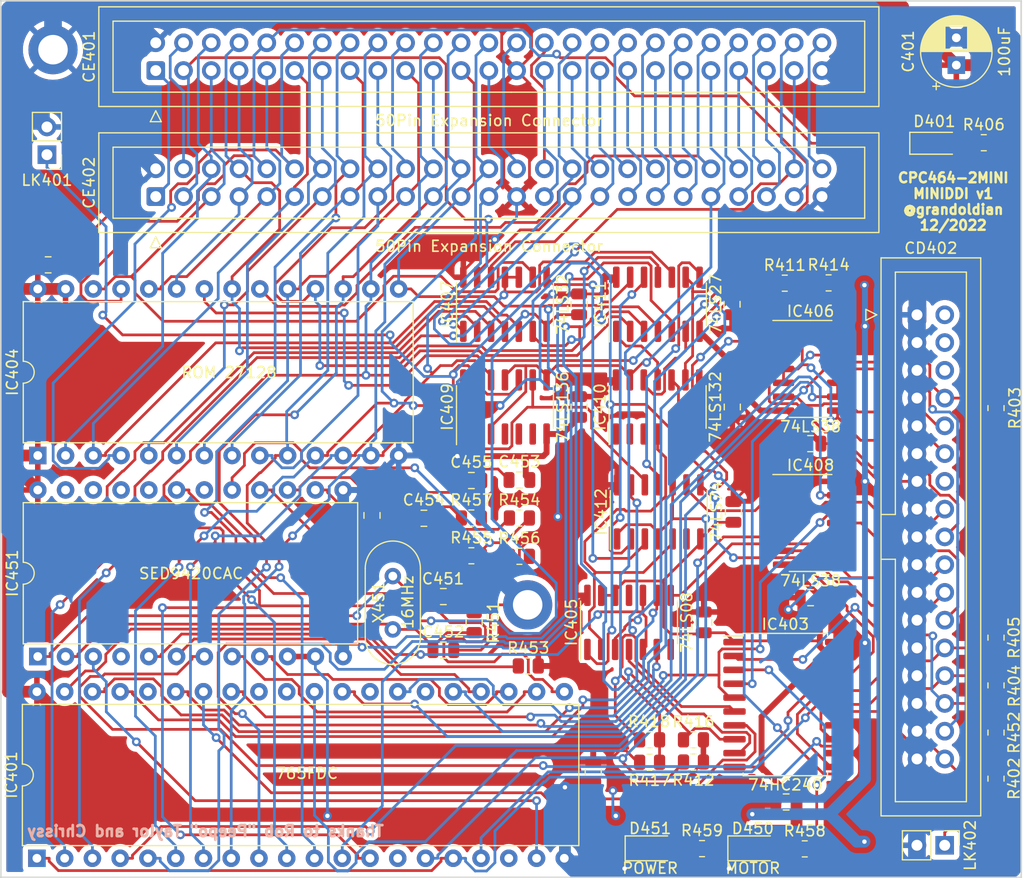
<source format=kicad_pcb>
(kicad_pcb (version 20211014) (generator pcbnew)
  (layers (0 "F.Cu" signal) (31 "B.Cu" signal) (34 "B.Paste" user) (35 "F.Paste" user) (36 "B.SilkS" user "B.Silkscreen") (37 "F.SilkS" user "F.Silkscreen") (38 "B.Mask" user) (39 "F.Mask" user) (44 "Edge.Cuts" user))
  (net 0 "")
  (net 1 "5V")
  (net 2 "GND")
  (net 3 "Net-(C451-Pad1)")
  (net 4 "Net-(C452-Pad1)")
  (net 5 "Net-(C453-Pad2)")
  (net 6 "Net-(C454-Pad1)")
  (net 7 "Net-(C454-Pad2)")
  (net 8 "Net-(C455-Pad2)")
  (net 9 "fREADY")
  (net 10 "fSIDE1")
  (net 11 "fREAD")
  (net 12 "fWRITEPROT")
  (net 13 "fTRACK0")
  (net 14 "fWGATE")
  (net 15 "fWDATA")
  (net 16 "fSTEP")
  (net 17 "fDIR")
  (net 18 "fMOTOR1")
  (net 19 "fINDEX")
  (net 23 "fDRIVE0")
  (net 24 "fDRIVE1")
  (net 26 "SOUND")
  (net 27 "/A15")
  (net 28 "/A14")
  (net 29 "/A13")
  (net 30 "/A12")
  (net 31 "/A11")
  (net 32 "/A10")
  (net 33 "/A9")
  (net 34 "/A8")
  (net 35 "/A7")
  (net 36 "/A6")
  (net 37 "/A5")
  (net 38 "/A4")
  (net 39 "/A3")
  (net 40 "/A2")
  (net 41 "/A1")
  (net 42 "/A0")
  (net 43 "/D7")
  (net 44 "/D6")
  (net 45 "/D5")
  (net 46 "/D4")
  (net 47 "/D3")
  (net 48 "/D2")
  (net 49 "/D1")
  (net 50 "/D0")
  (net 51 "MREQ")
  (net 52 "M1")
  (net 53 "RFSH")
  (net 54 "IORQ")
  (net 55 "RD")
  (net 56 "WR")
  (net 57 "HALT")
  (net 58 "INT")
  (net 59 "NMI")
  (net 60 "BUSRQ")
  (net 61 "BUSAK")
  (net 62 "READY")
  (net 63 "BUS")
  (net 64 "RESET")
  (net 65 "ROMEN")
  (net 66 "ROMDIS")
  (net 67 "RAMRD")
  (net 68 "RAMDIS")
  (net 69 "CURSOR")
  (net 70 "LPEN")
  (net 71 "EXP")
  (net 72 "A100")
  (net 73 "Net-(D401-Pad2)")
  (net 74 "Net-(D450-Pad2)")
  (net 75 "Net-(D451-Pad2)")
  (net 76 "uRESET")
  (net 77 "uWCLK")
  (net 78 "uRD")
  (net 79 "uWINDOW")
  (net 80 "uWR")
  (net 81 "uRDATA")
  (net 82 "uCS")
  (net 83 "uSYNC")
  (net 84 "Net-(IC401-Pad25)")
  (net 85 "uMFM")
  (net 86 "Net-(IC401-Pad27)")
  (net 88 "Net-(IC401-Pad29)")
  (net 89 "uWDATA")
  (net 90 "uPS1")
  (net 91 "uPS0")
  (net 92 "Net-(IC401-Pad33)")
  (net 94 "Net-(IC401-Pad34)")
  (net 95 "uDACK")
  (net 96 "Net-(IC401-Pad35)")
  (net 98 "Net-(IC401-Pad17)")
  (net 99 "Net-(IC401-Pad37)")
  (net 101 "Net-(IC401-Pad38)")
  (net 102 "uCLK")
  (net 103 "Net-(IC401-Pad39)")
  (net 104 "Net-(IC403-Pad3)")
  (net 105 "!R")
  (net 106 "Net-(IC403-Pad8)")
  (net 107 "Net-(IC403-Pad9)")
  (net 108 "Net-(IC403-Pad12)")
  (net 109 "Net-(IC403-Pad17)")
  (net 110 "Net-(IC403-Pad18)")
  (net 111 "IC404EN")
  (net 112 "SELECT")
  (net 113 "Net-(IC405-Pad8)")
  (net 115 "Net-(IC407-Pad8)")
  (net 116 "Net-(IC408-Pad1)")
  (net 117 "uDACK2K")
  (net 118 "Net-(IC410-Pad11)")
  (net 119 "Net-(IC410-Pad12)")
  (net 120 "Net-(IC411-Pad8)")
  (net 121 "Net-(IC411-Pad12)")
  (net 124 "Net-(IC451-Pad5)")
  (net 125 "Net-(IC451-Pad17)")
  (net 126 "Net-(IC451-Pad16)")
  (footprint "Package_SO:SOIC-14_3.9x8.7mm_P1.27mm" (layer "F.Cu") (at 107.5944 69.2912)
    (fp_text reference "IC408")
    (fp_text value "74LS38")
  )
  (footprint "Package_SO:SOIC-14_3.9x8.7mm_P1.27mm" (layer "F.Cu") (at 93.7006 68.2752 90)
    (fp_text reference "IC412")
    (fp_text value "74LS74")
  )
  (footprint "MountingHole:MountingHole_2.7mm_M2.5_ISO14580_Pad" (layer "F.Cu") (at 81.7068 76.7792)
    (fp_text reference "H7" hide)
    (fp_text value "MountingHole" hide)
  )
  (footprint "LED_SMD:LED_1206_3216Metric" (layer "F.Cu") (at 102.3112 99.06)
    (fp_text reference "D450")
    (fp_text value "MOTOR")
  )
  (footprint "Resistor_SMD:R_0805_2012Metric" (layer "F.Cu") (at 105.2322 47.3456)
    (fp_text reference "R411")
    (fp_text value "1K" hide)
  )
  (footprint "Capacitor_SMD:C_0805_2012Metric" (layer "F.Cu") (at 80.9498 65.3542 180)
    (fp_text reference "C453")
    (fp_text value "47nF" hide)
  )
  (footprint "Resistor_SMD:R_0805_2012Metric" (layer "F.Cu") (at 80.9498 68.834)
    (fp_text reference "R454")
    (fp_text value "68K" hide)
  )
  (footprint "Capacitor_SMD:C_0805_2012Metric" (layer "F.Cu") (at 86.4108 58.674 -90)
    (fp_text reference "C408")
    (fp_text value "100nF" hide)
  )
  (footprint "Capacitor_SMD:C_0805_2012Metric" (layer "F.Cu") (at 100.4062 49.276 90)
    (fp_text reference "C407")
    (fp_text value "100nF" hide)
  )
  (footprint "Capacitor_SMD:C_0805_2012Metric" (layer "F.Cu") (at 107.5944 62.0268)
    (fp_text reference "C412")
    (fp_text value "100nF" hide)
  )
  (footprint "Package_SO:SOIC-14_3.9x8.7mm_P1.27mm" (layer "F.Cu") (at 93.599 58.674 90)
    (fp_text reference "IC410")
    (fp_text value "74LS132")
  )
  (footprint "MountingHole:MountingHole_2.7mm_M2.5_ISO14580_Pad" (layer "F.Cu") (at 38.2728 25.9792)
    (fp_text reference "H1" hide)
    (fp_text value "MountingHole" hide)
  )
  (footprint "Resistor_SMD:R_0805_2012Metric" (layer "F.Cu") (at 124.5616 84.1502 90)
    (fp_text reference "R404")
    (fp_text value "680R" hide)
  )
  (footprint "Resistor_SMD:R_0805_2012Metric" (layer "F.Cu") (at 124.5616 79.7814 -90)
    (fp_text reference "R405")
    (fp_text value "680R" hide)
  )
  (footprint "Capacitor_SMD:C_0805_2012Metric" (layer "F.Cu") (at 67.4624 68.5952 90)
    (fp_text reference "C404")
    (fp_text value "100nF" hide)
  )
  (footprint "Resistor_SMD:R_0805_2012Metric" (layer "F.Cu") (at 96.8756 89.1286)
    (fp_text reference "R416")
    (fp_text value "1K" hide)
  )
  (footprint "Capacitor_THT:CP_Radial_D6.3mm_P2.50mm" (layer "F.Cu") (at 120.9294 27.392 90)
    (fp_text reference "C401")
    (fp_text value "100uF")
  )
  (footprint "Capacitor_SMD:C_0805_2012Metric" (layer "F.Cu") (at 87.7062 92.1004 -90)
    (fp_text reference "C403")
    (fp_text value "100nF" hide)
  )
  (footprint "Package_DIP:DIP-28_W15.24mm" (layer "F.Cu") (at 36.8808 63.114 90)
    (fp_text reference "IC404")
    (fp_text value "ROM 27128")
  )
  (footprint "Capacitor_SMD:C_0805_2012Metric" (layer "F.Cu") (at 76.5556 65.405)
    (fp_text reference "C455")
    (fp_text value "10nF" hide)
  )
  (footprint "LED_SMD:LED_1206_3216Metric" (layer "F.Cu") (at 92.9132 99.06)
    (fp_text reference "D451")
    (fp_text value "POWER")
  )
  (footprint "Resistor_SMD:R_0805_2012Metric" (layer "F.Cu") (at 76.8096 78.4098 -90)
    (fp_text reference "R451")
    (fp_text value "10M" hide)
  )
  (footprint "Capacitor_SMD:C_0805_2012Metric" (layer "F.Cu") (at 107.5944 76.1238)
    (fp_text reference "C413")
    (fp_text value "100nF" hide)
  )
  (footprint "Crystal:Crystal_HC49-U_Vertical" (layer "F.Cu") (at 69.3674 79.031 90)
    (fp_text reference "X451")
    (fp_text value "16MHz")
  )
  (footprint "Resistor_SMD:R_0805_2012Metric" (layer "F.Cu") (at 124.5616 58.7756 90)
    (fp_text reference "R403")
    (fp_text value "680R" hide)
  )
  (footprint "Capacitor_SMD:C_0805_2012Metric" (layer "F.Cu") (at 100.5332 68.2752 -90)
    (fp_text reference "C410")
    (fp_text value "100nF" hide)
  )
  (footprint "Capacitor_SMD:C_0805_2012Metric" (layer "F.Cu") (at 105.3592 94.8182)
    (fp_text reference "C414")
    (fp_text value "100nF" hide)
  )
  (footprint "Resistor_SMD:R_0805_2012Metric" (layer "F.Cu") (at 124.5616 88.4682 -90)
    (fp_text reference "R452")
    (fp_text value "680R" hide)
  )
  (footprint "Connector_PinHeader_2.54mm:PinHeader_1x02_P2.54mm_Vertical" (layer "F.Cu") (at 37.719 35.5904 180)
    (fp_text reference "LK401")
    (fp_text value "LK401" hide)
  )
  (footprint "Resistor_SMD:R_0805_2012Metric" (layer "F.Cu") (at 81.7645 82.3722)
    (fp_text reference "R453")
    (fp_text value "2K2" hide)
  )
  (footprint "Capacitor_SMD:C_0805_2012Metric" (layer "F.Cu") (at 97.8154 78.3844 -90)
    (fp_text reference "C411")
    (fp_text value "100nF" hide)
  )
  (footprint "Capacitor_SMD:C_0805_2012Metric" (layer "F.Cu") (at 100.4316 58.674 90)
    (fp_text reference "C409")
    (fp_text value "100nF" hide)
  )
  (footprint "Resistor_SMD:R_0805_2012Metric" (layer "F.Cu") (at 76.5556 68.834)
    (fp_text reference "R457")
    (fp_text value "6K8" hide)
  )
  (footprint "Package_DIP:DIP-24_W15.24mm" (layer "F.Cu") (at 36.8808 81.5086 90)
    (fp_text reference "IC451")
    (fp_text value "SED9420CAC")
  )
  (footprint "Resistor_SMD:R_0805_2012Metric" (layer "F.Cu") (at 97.663 99.0854)
    (fp_text reference "R459")
    (fp_text value "1K" hide)
  )
  (footprint "Resistor_SMD:R_0805_2012Metric" (layer "F.Cu") (at 76.5556 72.2884)
    (fp_text reference "R455")
    (fp_text value "33K" hide)
  )
  (footprint "Resistor_SMD:R_0805_2012Metric" (layer "F.Cu") (at 80.9498 72.3392)
    (fp_text reference "R456")
    (fp_text value "1K5" hide)
  )
  (footprint "CPC464-MINI:EXPANSION_IDC_ANONYMISED" (layer "F.Cu") (at 47.6758 39.4208 90)
    (fp_text reference "CE402")
    (fp_text value "50Pin Expansion Connector")
  )
  (footprint "Package_SO:SOIC-14_3.9x8.7mm_P1.27mm" (layer "F.Cu") (at 79.629 58.674 90)
    (fp_text reference "IC409")
    (fp_text value "74LS136")
  )
  (footprint "CPC464-MINI:EXPANSION_IDC_ANONYMISED" (layer "F.Cu") (at 47.6758 27.8892 90)
    (fp_text reference "CE401")
    (fp_text value "50Pin Expansion Connector")
  )
  (footprint "Resistor_SMD:R_0805_2012Metric" (layer "F.Cu") (at 107.061 99.1108)
    (fp_text reference "R458")
    (fp_text value "680R" hide)
  )
  (footprint "Package_SO:SOIC-14_3.9x8.7mm_P1.27mm" (layer "F.Cu") (at 90.9828 78.3844 90)
    (fp_text reference "IC405")
    (fp_text value "74LS08")
  )
  (footprint "Package_SO:SOIC-20W_7.5x12.8mm_P1.27mm" (layer "F.Cu") (at 105.283 85.9028)
    (fp_text reference "IC403")
    (fp_text value "74HC240")
  )
  (footprint "Capacitor_SMD:C_0805_2012Metric" (layer "F.Cu") (at 73.9902 76.0222)
    (fp_text reference "C451")
    (fp_text value "7pF" hide)
  )
  (footprint "Resistor_SMD:R_0805_2012Metric" (layer "F.Cu") (at 92.8624 89.1286 180)
    (fp_text reference "R418")
    (fp_text value "150R" hide)
  )
  (footprint "Resistor_SMD:R_0805_2012Metric" (layer "F.Cu") (at 123.444 34.4932)
    (fp_text reference "R406")
    (fp_text value "680R" hide)
  )
  (footprint "Package_SO:SOIC-14_3.9x8.7mm_P1.27mm" (layer "F.Cu") (at 93.6244 49.276 90)
    (fp_text reference "IC411")
    (fp_text value "74LS27")
  )
  (footprint "Capacitor_SMD:C_0805_2012Metric" (layer "F.Cu") (at 86.4108 49.276 -90)
    (fp_text reference "C406")
    (fp_text value "100nF" hide)
  )
  (footprint "Capacitor_SMD:C_0805_2012Metric" (layer "F.Cu") (at 72.2122 68.8594)
    (fp_text reference "C454")
    (fp_text value "1nF" hide)
  )
  (footprint "Package_SO:SOIC-14_3.9x8.7mm_P1.27mm" (layer "F.Cu") (at 107.5944 55.1942)
    (fp_text reference "IC406")
    (fp_text value "74LS38")
  )
  (footprint "Package_SO:SOIC-14_3.9x8.7mm_P1.27mm" (layer "F.Cu") (at 79.629 49.276 90)
    (fp_text reference "IC407")
    (fp_text value "74LS32")
  )
  (footprint "Connector_PinHeader_2.54mm:PinHeader_1x02_P2.54mm_Vertical" (layer "F.Cu") (at 119.8676 98.7806 -90)
    (fp_text reference "LK402")
    (fp_text value "LK402" hide)
  )
  (footprint "Connector_IDC:IDC-Header_2x17_P2.54mm_Vertical" (layer "F.Cu") (at 117.3321 50.2412)
    (fp_text reference "CD402")
    (fp_text value "PC" hide)
  )
  (footprint "Capacitor_SMD:C_0805_2012Metric" (layer "F.Cu") (at 37.8308 45.6692)
    (fp_text reference "C405")
    (fp_text value "100nF" hide)
  )
  (footprint "Resistor_SMD:R_0805_2012Metric" (layer "F.Cu") (at 109.2454 47.3202)
    (fp_text reference "R414")
    (fp_text value "2K2" hide)
  )
  (footprint "Resistor_SMD:R_0805_2012Metric" (layer "F.Cu") (at 92.8624 91.186 180)
    (fp_text reference "R417")
    (fp_text value "10K" hide)
  )
  (footprint "Resistor_SMD:R_0805_2012Metric" (layer "F.Cu") (at 124.5616 92.6846 -90)
    (fp_text reference "R402")
    (fp_text value "680R" hide)
  )
  (footprint "Diode_SMD:D_SOD-123" (layer "F.Cu") (at 118.9228 34.544)
    (fp_text reference "D401")
    (fp_text value "1N4148" hide)
  )
  (footprint "Resistor_SMD:R_0805_2012Metric" (layer "F.Cu") (at 96.8756 91.1606 180)
    (fp_text reference "R412")
    (fp_text value "1K" hide)
  )
  (footprint "Capacitor_SMD:C_0805_2012Metric" (layer "F.Cu") (at 73.9902 80.9244)
    (fp_text reference "C452")
    (fp_text value "7pF" hide)
  )
  (footprint "Package_DIP:DIP-40_W15.24mm" (layer "F.Cu") (at 36.7996 99.9694 90)
    (fp_text reference "IC401")
    (fp_text value "765FDC")
  )
  (gr_rect locked (start 33.4976 21.5088) (end 126.868 101.722) (layer "Edge.Cuts") (width 0.15) (fill none))
  (gr_text "Thanks to Rob {dblquote}Peepo{dblquote} Taylor and Chrissy" (at 52.2224 97.4852) (layer "B.SilkS") (effects (font (size 1 1) (thickness 0.25)) (justify mirror)))
  (gr_text "CPC464-2MINI\nMINIDDI v1\n@grandoldian\n12/2022" (at 120.65 39.878) (layer "F.SilkS") (effects (font (size 0.9 0.9) (thickness 0.225))))
  (segment (start 90.7129 90.1202) (end 90.1122 90.1202) (width 0.25) (layer "F.Cu") (net 1))
  (segment (start 126.185 91.7721) (end 126.328 91.6294) (width 0.54) (layer "F.Cu") (net 1))
  (segment (start 98.8587 97.2801) (end 101.321 94.8182) (width 1.08) (layer "F.Cu") (net 1))
  (segment (start 80.9499 72.9653) (end 80.1486 73.7666) (width 0.25) (layer "F.Cu") (net 1))
  (segment (start 36.7996 84.7294) (end 48.1584 96.0882) (width 1.08) (layer "F.Cu") (net 1))
  (segment (start 91.9499 91.186) (end 91.7787 91.186) (width 0.25) (layer "F.Cu") (net 1))
  (segment (start 109.933 80.1878) (end 112.497 80.1878) (width 0.54) (layer "F.Cu") (net 1))
  (segment (start 34.163 63.5508) (end 36.8808 66.2686) (width 1.08) (layer "F.Cu") (net 1))
  (segment (start 98.5755 97.2801) (end 98.5755 99.0854) (width 1.08) (layer "F.Cu") (net 1))
  (segment (start 124.562 78.8689) (end 126.264 78.8689) (width 0.54) (layer "F.Cu") (net 1))
  (segment (start 109.1284 46.2906) (end 107.1997 46.2906) (width 0.25) (layer "F.Cu") (net 1))
  (segment (start 120.929 27.392) (end 116.053 22.5152) (width 1.08) (layer "F.Cu") (net 1))
  (segment (start 79.3303 22.6507) (end 79.3303 22.0488) (width 0.25) (layer "F.Cu") (net 1))
  (segment (start 79.3303 22.6507) (end 79.502 22.479) (width 0.25) (layer "F.Cu") (net 1))
  (segment (start 103.6623 50.226) (end 100.4062 50.226) (width 0.25) (layer "F.Cu") (net 1))
  (segment (start 110.158 47.3202) (end 109.1284 46.2906) (width 0.25) (layer "F.Cu") (net 1))
  (segment (start 102.8344 62.0268) (end 102.8344 65.024) (width 0.25) (layer "F.Cu") (net 1))
  (segment (start 34.163 63.5508) (end 34.163 84.7344) (width 1.08) (layer "F.Cu") (net 1))
  (segment (start 107.1997 46.2906) (end 106.1447 47.3456) (width 0.25) (layer "F.Cu") (net 1))
  (segment (start 36.8808 47.2245) (end 36.8808 45.6692) (width 0.25) (layer "F.Cu") (net 1))
  (segment (start 37.5303 47.874) (end 36.8808 47.2245) (width 0.25) (layer "F.Cu") (net 1))
  (segment (start 81.915 31.3182) (end 81.915 31.5976) (width 0.25) (layer "F.Cu") (net 1))
  (segment (start 34.1696 63.114) (end 36.8808 63.114) (width 1.08) (layer "F.Cu") (net 1))
  (segment (start 116.053 22.0488) (end 79.3303 22.0488) (width 1.08) (layer "F.Cu") (net 1))
  (segment (start 72.9303 71.1642) (end 69.0814 71.1642) (width 0.25) (layer "F.Cu") (net 1))
  (segment (start 126.316 85.0627) (end 126.328 85.0508) (width 0.54) (layer "F.Cu") (net 1))
  (segment (start 124.562 85.0627) (end 126.316 85.0627) (width 0.54) (layer "F.Cu") (net 1))
  (segment (start 110.361 47.5234) (end 110.158 47.3202) (width 0.54) (layer "F.Cu") (net 1))
  (segment (start 124.562 59.6881) (end 126.242 59.6881) (width 0.54) (layer "F.Cu") (net 1))
  (segment (start 120.9294 27.392) (end 120.929 27.392) (width 1.08) (layer "F.Cu") (net 1))
  (segment (start 79.5213 38.2463) (end 79.5213 29.0637) (width 0.25) (layer "F.Cu") (net 1))
  (segment (start 77.7141 58.5391) (end 75.819 56.644) (width 0.25) (layer "F.Cu") (net 1))
  (segment (start 78.6997 43.3452) (end 75.819 46.2259) (width 0.25) (layer "F.Cu") (net 1))
  (segment (start 87.7062 85.5806) (end 87.7316 85.5552) (width 0.54) (layer "F.Cu") (net 1))
  (segment (start 85.2013 57.724) (end 84.4673 56.99) (width 0.25) (layer "F.Cu") (net 1))
  (segment (start 97.7881 91.1606) (end 95.7856 93.1631) (width 0.25) (layer "F.Cu") (net 1))
  (segment (start 105.5603 77.2079) (end 105.3338 77.4344) (width 0.25) (layer "F.Cu") (net 1))
  (segment (start 34.163 63.1206) (end 34.1696 63.114) (width 1.08) (layer "F.Cu") (net 1))
  (segment (start 126.009 34.4932) (end 126.328 34.1746) (width 0.54) (layer "F.Cu") (net 1))
  (segment (start 85.5472 70.8409) (end 85.5472 70.1436) (width 0.54) (layer "F.Cu") (net 1))
  (segment (start 86.9828 68.708) (end 84.4673 68.708) (width 0.25) (layer "F.Cu") (net 1))
  (segment (start 89.1863 92.8463) (end 89.1863 91.1504) (width 0.25) (layer "F.Cu") (net 1))
  (segment (start 126.242 59.6881) (end 126.328 59.6022) (width 0.54) (layer "F.Cu") (net 1))
  (segment (start 80.6958 27.8892) (end 82.0613 26.5237) (width 0.25) (layer "F.Cu") (net 1))
  (segment (start 110.069 65.4812) (end 110.0694 65.4812) (width 0.54) (layer "F.Cu") (net 1))
  (segment (start 106.1447 47.3456) (end 106.1447 47.7436) (width 0.25) (layer "F.Cu") (net 1))
  (segment (start 85.5472 70.8409) (end 81.8335 70.8409) (width 0.25) (layer "F.Cu") (net 1))
  (segment (start 126.328 85.0508) (end 126.328 89.0916) (width 1.08) (layer "F.Cu") (net 1))
  (segment (start 110.0694 65.4812) (end 112.573 65.4812) (width 0.54) (layer "F.Cu") (net 1))
  (segment (start 85.5472 77.535) (end 85.5472 70.8409) (width 0.54) (layer "F.Cu") (net 1))
  (segment (start 81.8388 32.4358) (end 81.8388 31.3944) (width 0.25) (layer "F.Cu") (net 1))
  (segment (start 90.1122 90.1202) (end 89.1863 91.0461) (width 0.25) (layer "F.Cu") (net 1))
  (segment (start 86.4108 57.724) (end 85.2013 57.724) (width 0.25) (layer "F.Cu") (net 1))
  (segment (start 124.129 27.392) (end 120.9294 27.392) (width 1.08) (layer "F.Cu") (net 1))
  (segment (start 85.5472 82.3722) (end 85.5472 77.535) (width 0.54) (layer "F.Cu") (net 1))
  (segment (start 110.069 65.4812) (end 106.6444 62.0566) (width 0.25) (layer "F.Cu") (net 1))
  (segment (start 34.163 84.7344) (end 34.168 84.7294) (width 1.08) (layer "F.Cu") (net 1))
  (segment (start 112.522 47.5234) (end 110.361 47.5234) (width 0.54) (layer "F.Cu") (net 1))
  (segment (start 112.471 51.3842) (end 112.573 51.2826) (width 0.54) (layer "F.Cu") (net 1))
  (segment (start 106.6444 76.1238) (end 105.5603 77.2079) (width 0.25) (layer "F.Cu") (net 1))
  (segment (start 85.5472 82.3722) (end 82.677 82.3722) (width 0.54) (layer "F.Cu") (net 1))
  (segment (start 80.9499 71.7245) (end 80.9499 72.9653) (width 0.25) (layer "F.Cu") (net 1))
  (segment (start 126.039 89.3807) (end 126.328 89.0916) (width 0.54) (layer "F.Cu") (net 1))
  (segment (start 97.3836 96.0882) (end 98.5755 97.2801) (width 1.08) (layer "F.Cu") (net 1))
  (segment (start 124.3565 34.4932) (end 126.009 34.4932) (width 0.54) (layer "F.Cu") (net 1))
  (segment (start 34.2088 47.874) (end 36.8808 47.874) (width 1.08) (layer "F.Cu") (net 1))
  (segment (start 89.7697 96.0882) (end 97.3836 96.0882) (width 1.08) (layer "F.Cu") (net 1))
  (segment (start 82.0613 26.5237) (end 82.0613 22.5745) (width 0.25) (layer "F.Cu") (net 1))
  (segment (start 48.1584 96.0882) (end 63.3833 96.0882) (width 1.08) (layer "F.Cu") (net 1))
  (segment (start 106.1447 47.7436) (end 103.6623 50.226) (width 0.25) (layer "F.Cu") (net 1))
  (segment (start 80.6958 39.4208) (end 81.8703 38.2463) (width 0.25) (layer "F.Cu") (net 1))
  (segment (start 69.0814 71.1642) (end 67.4624 69.5452) (width 0.25) (layer "F.Cu") (net 1))
  (segment (start 34.0376 63.246) (end 34.163 63.1206) (width 1.08) (layer "F.Cu") (net 1))
  (segment (start 126.328 29.591) (end 124.129 27.392) (width 1.08) (layer "F.Cu") (net 1))
  (segment (start 63.3833 96.0882) (end 89.7697 96.0882) (width 1.08) (layer "F.Cu") (net 1))
  (segment (start 126.264 78.8689) (end 126.328 78.8046) (width 0.54) (layer "F.Cu") (net 1))
  (segment (start 124.5616 78.8689) (end 124.562 78.8689) (width 0.25) (layer "F.Cu") (net 1))
  (segment (start 102.8344 62.0268) (end 100.4316 59.624) (width 0.25) (layer "F.Cu") (net 1))
  (segment (start 79.3303 22.0488) (end 34.39 22.0488) (width 1.08) (layer "F.Cu") (net 1))
  (segment (start 37.5303 47.874) (end 39.4208 47.874) (width 1.08) (layer "F.Cu") (net 1))
  (segment (start 79.5213 29.0637) (end 80.6958 27.8892) (width 0.25) (layer "F.Cu") (net 1))
  (segment (start 124.5616 59.6881) (end 124.562 59.6881) (width 0.25) (layer "F.Cu") (net 1))
  (segment (start 101.321 94.8182) (end 104.409 94.8182) (width 1.08) (layer "F.Cu") (net 1))
  (segment (start 116.053 22.5152) (end 116.053 22.0488) (width 1.08) (layer "F.Cu") (net 1))
  (segment (start 89.5031 93.1631) (end 89.1863 92.8463) (width 0.25) (layer "F.Cu") (net 1))
  (segment (start 89.1863 91.1504) (end 87.7062 91.1504) (width 0.25) (layer "F.Cu") (net 1))
  (segment (start 110.1579 47.3202) (end 110.158 47.3202) (width 0.25) (layer "F.Cu") (net 1))
  (segment (start 112.522 99.0854) (end 114.529 101.092) (width 1.08) (layer "F.Cu") (net 1))
  (segment (start 34.0376 63.246) (end 34.0376 63.4254) (width 1.08) (layer "F.Cu") (net 1))
  (segment (start 79.3303 26.5237) (end 79.3303 22.6507) (width 0.25) (layer "F.Cu") (net 1))
  (segment (start 112.522 98.4504) (end 112.522 99.0854) (width 1.08) (layer "F.Cu") (net 1))
  (segment (start 34.1696 63.114) (end 34.163 63.1206) (width 1.08) (layer "F.Cu") (net 1))
  (segment (start 75.819 46.2259) (end 75.819 46.801) (width 0.25) (layer "F.Cu") (net 1))
  (segment (start 85.5472 77.535) (end 87.1728 75.9094) (width 0.54) (layer "F.Cu") (net 1))
  (segment (start 80.6958 39.4208) (end 79.5213 38.2463) (width 0.25) (layer "F.Cu") (net 1))
  (segment (start 81.8335 70.8409) (end 80.9499 71.7245) (width 0.25) (layer "F.Cu") (net 1))
  (segment (start 75.5327 73.7666) (end 72.9303 71.1642) (width 0.25) (layer "F.Cu") (net 1))
  (segment (start 101.321 94.8182) (end 102.26 95.758) (width 1.08) (layer "F.Cu") (net 1))
  (segment (start 124.562 89.3807) (end 126.039 89.3807) (width 0.54) (layer "F.Cu") (net 1))
  (segment (start 126.328 34.1746) (end 126.328 59.6022) (width 1.08) (layer "F.Cu") (net 1))
  (segment (start 86.4108 48.326) (end 83.9825 48.326) (width 0.25) (layer "F.Cu") (net 1))
  (segment (start 126.328 34.1746) (end 126.328 29.591) (width 1.08) (layer "F.Cu") (net 1))
  (segment (start 81.8703 32.4673) (end 81.8388 32.4358) (width 0.25) (layer "F.Cu") (net 1))
  (segment (start 88.2894 48.326) (end 89.8144 46.801) (width 0.25) (layer "F.Cu") (net 1))
  (segment (start 34.0376 22.4012) (end 34.0376 47.7028) (width 1.08) (layer "F.Cu") (net 1))
  (segment (start 126.328 59.6022) (end 126.328 78.8046) (width 1.08) (layer "F.Cu") (net 1))
  (segment (start 87.7062 91.1504) (end 87.7062 85.5806) (width 0.54) (layer "F.Cu") (net 1))
  (segment (start 86.9828 68.708) (end 89.8906 65.8002) (width 0.54) (layer "F.Cu") (net 1))
  (segment (start 126.328 89.0916) (end 126.328 91.6294) (width 1.08) (layer "F.Cu") (net 1))
  (segment (start 81.915 29.1084) (end 81.915 31.3182) (width 0.25) (layer "F.Cu") (net 1))
  (segment (start 89.5031 93.1631) (end 89.5031 93.7763) (width 0.25) (layer "F.Cu") (net 1))
  (segment (start 124.562 91.7721) (end 126.185 91.7721) (width 0.54) (layer "F.Cu") (net 1))
  (segment (start 80.6958 27.8892) (end 79.3303 26.5237) (width 0.25) (layer "F.Cu") (net 1))
  (segment (start 110.0694 51.3842) (end 112.471 51.3842) (width 0.54) (layer "F.Cu") (net 1))
  (segment (start 34.0376 63.4254) (end 34.163 63.5508) (width 1.08) (layer "F.Cu") (net 1))
  (segment (start 87.7316 85.5552) (end 87.7316 83.1596) (width 0.54) (layer "F.Cu") (net 1))
  (segment (start 86.4108 48.326) (end 88.2894 48.326) (width 0.25) (layer "F.Cu") (net 1))
  (segment (start 112.497 80.1878) (end 112.573 80.264) (width 0.54) (layer "F.Cu") (net 1))
  (segment (start 89.1863 91.0461) (end 89.1863 91.1504) (width 0.25) (layer "F.Cu") (net 1))
  (segment (start 81.8388 31.3944) (end 81.915 31.3182) (width 0.25) (layer "F.Cu") (net 1))
  (segment (start 91.7787 91.186) (end 90.7129 90.1202) (width 0.25) (layer "F.Cu") (net 1))
  (segment (start 81.8703 38.2463) (end 81.8703 32.4673) (width 0.25) (layer "F.Cu") (net 1))
  (segment (start 34.0376 48.0452) (end 34.0376 63.246) (width 1.08) (layer "F.Cu") (net 1))
  (segment (start 124.5616 85.0627) (end 124.562 85.0627) (width 0.25) (layer "F.Cu") (net 1))
  (segment (start 126.328 100.824) (end 126.328 91.6294) (width 1.08) (layer "F.Cu") (net 1))
  (segment (start 98.5755 97.2801) (end 98.8587 97.2801) (width 1.08) (layer "F.Cu") (net 1))
  (segment (start 106.6444 62.0268) (end 102.8344 62.0268) (width 0.25) (layer "F.Cu") (net 1))
  (segment (start 85.5472 70.1436) (end 86.9828 68.708) (width 0.54) (layer "F.Cu") (net 1))
  (segment (start 36.8808 47.874) (end 37.5303 47.874) (width 1.08) (layer "F.Cu") (net 1))
  (segment (start 105.3338 77.4344) (end 97.8154 77.4344) (width 0.25) (layer "F.Cu") (net 1))
  (segment (start 82.0613 22.5745) (end 81.9912 22.5044) (width 0.25) (layer "F.Cu") (net 1))
  (segment (start 126.328 78.8046) (end 126.328 85.0508) (width 1.08) (layer "F.Cu") (net 1))
  (segment (start 124.5616 89.3807) (end 124.562 89.3807) (width 0.25) (layer "F.Cu") (net 1))
  (segment (start 34.163 63.1206) (end 34.163 63.5508) (width 1.08) (layer "F.Cu") (net 1))
  (segment (start 88.264 57.724) (end 86.4108 57.724) (width 0.25) (layer "F.Cu") (net 1))
  (segment (start 75.819 56.644) (end 75.819 56.199) (width 0.25) (layer "F.Cu") (net 1))
  (segment (start 80.1486 73.7666) (end 75.5327 73.7666) (width 0.25) (layer "F.Cu") (net 1))
  (segment (start 124.562 91.7721) (end 124.5616 91.7721) (width 0.25) (layer "F.Cu") (net 1))
  (segment (start 95.7856 93.1631) (end 89.5031 93.1631) (width 0.25) (layer "F.Cu") (net 1))
  (segment (start 34.0376 47.7028) (end 34.2088 47.874) (width 1.08) (layer "F.Cu") (net 1))
  (segment (start 80.6958 27.8892) (end 81.915 29.1084) (width 0.25) (layer "F.Cu") (net 1))
  (segment (start 79.1848 58.5391) (end 77.7141 58.5391) (width 0.25) (layer "F.Cu") (net 1))
  (segment (start 34.168 84.7294) (end 36.7996 84.7294) (width 1.08) (layer "F.Cu") (net 1))
  (segment (start 34.39 22.0488) (end 34.0376 22.4012) (width 1.08) (layer "F.Cu") (net 1))
  (segment (start 86.9442 82.3722) (end 85.5472 82.3722) (width 0.54) (layer "F.Cu") (net 1))
  (segment (start 89.789 56.199) (end 88.264 57.724) (width 0.25) (layer "F.Cu") (net 1))
  (segment (start 104.409 94.8182) (end 104.4092 94.8182) (width 0.25) (layer "F.Cu") (net 1))
  (segment (start 102.8344 65.024) (end 100.5332 67.3252) (width 0.25) (layer "F.Cu") (net 1))
  (segment (start 34.2088 47.874) (end 34.0376 48.0452) (width 1.08) (layer "F.Cu") (net 1))
  (segment (start 59.7408 81.5086) (end 62.2808 81.5086) (width 0.25) (layer "F.Cu") (net 1))
  (segment (start 81.915 31.5976) (end 81.8896 31.623) (width 0.25) (layer "F.Cu") (net 1))
  (segment (start 97.7881 89.1286) (end 97.7881 91.1606) (width 0.25) (layer "F.Cu") (net 1))
  (segment (start 102.26 95.758) (end 102.26 95.9358) (width 1.08) (layer "F.Cu") (net 1))
  (segment (start 87.7316 83.1596) (end 86.9442 82.3722) (width 0.54) (layer "F.Cu") (net 1))
  (segment (start 106.6444 62.0566) (end 106.6444 62.0268) (width 0.25) (layer "F.Cu") (net 1))
  (segment (start 114.529 101.092) (end 126.06 101.092) (width 1.08) (layer "F.Cu") (net 1))
  (segment (start 126.06 101.092) (end 126.328 100.824) (width 1.08) (layer "F.Cu") (net 1))
  (via (at 79.1848 58.5391) (size 0.8) (drill 0.4) (layers "F.Cu" "B.Cu") (net 1))
  (via (at 89.7697 96.0882) (size 0.8) (drill 0.4) (layers "F.Cu" "B.Cu") (net 1))
  (via (at 112.573 65.4812) (size 0.8) (drill 0.4) (layers "F.Cu" "B.Cu") (net 1))
  (via (at 63.3833 96.0882) (size 0.8) (drill 0.4) (layers "F.Cu" "B.Cu") (net 1))
  (via (at 112.522 47.5234) (size 0.8) (drill 0.4) (layers "F.Cu" "B.Cu") (net 1))
  (via (at 89.5031 93.7763) (size 0.8) (drill 0.4) (layers "F.Cu" "B.Cu") (net 1))
  (via (at 112.573 51.2826) (size 0.8) (drill 0.4) (layers "F.Cu" "B.Cu") (net 1))
  (via (at 102.26 95.9358) (size 0.8) (drill 0.4) (layers "F.Cu" "B.Cu") (net 1))
  (via (at 84.4673 56.99) (size 0.8) (drill 0.4) (layers "F.Cu" "B.Cu") (net 1))
  (via (at 78.6997 43.3452) (size 0.8) (drill 0.4) (layers "F.Cu" "B.Cu") (net 1))
  (via (at 112.522 98.4504) (size 0.8) (drill 0.4) (layers "F.Cu" "B.Cu") (net 1))
  (via (at 112.573 80.264) (size 0.8) (drill 0.4) (layers "F.Cu" "B.Cu") (net 1))
  (via (at 84.4673 68.708) (size 0.8) (drill 0.4) (layers "F.Cu" "B.Cu") (net 1))
  (via (at 105.5603 77.2079) (size 0.8) (drill 0.4) (layers "F.Cu" "B.Cu") (net 1))
  (via (at 83.9825 48.326) (size 0.8) (drill 0.4) (layers "F.Cu" "B.Cu") (net 1))
  (segment (start 102.26 95.9358) (end 109.322 95.9358) (width 1.08) (layer "B.Cu") (net 1))
  (segment (start 63.3833 83.7362) (end 63.3833 96.0882) (width 0.25) (layer "B.Cu") (net 1))
  (segment (start 84.4673 56.99) (end 84.4673 68.708) (width 0.25) (layer "B.Cu") (net 1))
  (segment (start 112.573 74.3546) (end 112.573 65.4812) (width 0.54) (layer "B.Cu") (net 1))
  (segment (start 82.8405 56.1588) (end 81.5651 56.1588) (width 0.25) (layer "B.Cu") (net 1))
  (segment (start 108.4136 74.3546) (end 105.5603 77.2079) (width 0.25) (layer "B.Cu") (net 1))
  (segment (start 81.5651 56.1588) (end 79.1848 58.5391) (width 0.25) (layer "B.Cu") (net 1))
  (segment (start 82.8405 49.468) (end 83.9825 48.326) (width 0.25) (layer "B.Cu") (net 1))
  (segment (start 84.4673 56.99) (end 83.6717 56.99) (width 0.25) (layer "B.Cu") (net 1))
  (segment (start 111.836 98.4504) (end 112.522 98.4504) (width 1.08) (layer "B.Cu") (net 1))
  (segment (start 83.6717 56.99) (end 82.8405 56.1588) (width 0.25) (layer "B.Cu") (net 1))
  (segment (start 82.8405 56.1588) (end 82.8405 49.468) (width 0.25) (layer "B.Cu") (net 1))
  (segment (start 80.6958 41.3491) (end 78.6997 43.3452) (width 0.25) (layer "B.Cu") (net 1))
  (segment (start 112.573 51.2826) (end 112.573 47.5742) (width 0.54) (layer "B.Cu") (net 1))
  (segment (start 112.573 65.4812) (end 112.573 51.2826) (width 0.54) (layer "B.Cu") (net 1))
  (segment (start 80.6958 39.4208) (end 80.6958 41.3491) (width 0.25) (layer "B.Cu") (net 1))
  (segment (start 109.322 95.9358) (end 111.836 98.4504) (width 1.08) (layer "B.Cu") (net 1))
  (segment (start 112.573 80.264) (end 112.573 74.3546) (width 0.54) (layer "B.Cu") (net 1))
  (segment (start 112.573 92.6846) (end 112.573 80.264) (width 1.08) (layer "B.Cu") (net 1))
  (segment (start 62.2808 81.5086) (end 62.2808 82.6337) (width 0.25) (layer "B.Cu") (net 1))
  (segment (start 109.322 95.9358) (end 112.573 92.6846) (width 1.08) (layer "B.Cu") (net 1))
  (segment (start 62.2808 82.6337) (end 63.3833 83.7362) (width 0.25) (layer "B.Cu") (net 1))
  (segment (start 112.573 47.5742) (end 112.522 47.5234) (width 0.54) (layer "B.Cu") (net 1))
  (segment (start 89.5031 95.8216) (end 89.5031 93.7763) (width 0.25) (layer "B.Cu") (net 1))
  (segment (start 112.573 74.3546) (end 108.4136 74.3546) (width 0.25) (layer "B.Cu") (net 1))
  (segment (start 89.7697 96.0882) (end 89.5031 95.8216) (width 0.25) (layer "B.Cu") (net 1))
  (segment (start 106.309 97.272) (end 106.1355 97.4455) (width 1.08) (layer "F.Cu") (net 2))
  (segment (start 89.7128 75.4752) (end 90.5893 74.5987) (width 0.25) (layer "F.Cu") (net 2))
  (segment (start 94.7928 79.4436) (end 94.7928 80.8594) (width 0.25) (layer "F.Cu") (net 2))
  (segment (start 83.439 61.149) (end 84.8858 61.149) (width 0.54) (layer "F.Cu") (net 2))
  (segment (start 103.1745 92.0437) (end 103.5347 92.0437) (width 0.25) (layer "F.Cu") (net 2))
  (segment (start 65.9459 66.2686) (end 67.3225 67.6452) (width 0.25) (layer "F.Cu") (net 2))
  (segment (start 108.544 76.1238) (end 108.438 76.2297) (width 0.54) (layer "F.Cu") (net 2))
  (segment (start 88.4428 75.9094) (end 89.7128 75.9094) (width 0.25) (layer "F.Cu") (net 2))
  (segment (start 78.3015 80.0418) (end 78.3015 76.7792) (width 0.25) (layer "F.Cu") (net 2))
  (segment (start 83.439 62.865) (end 83.439 61.149) (width 0.54) (layer "F.Cu") (net 2))
  (segment (start 81.7068 76.7792) (end 78.3015 76.7792) (width 0.25) (layer "F.Cu") (net 2))
  (segment (start 74.9402 80.9244) (end 77.4189 80.9244) (width 0.25) (layer "F.Cu") (net 2))
  (segment (start 75.2602 65.0596) (end 75.6056 65.405) (width 0.54) (layer "F.Cu") (net 2))
  (segment (start 100.0083 48.326) (end 97.4344 50.8999) (width 0.25) (layer "F.Cu") (net 2))
  (segment (start 94.0198 74.6379) (end 97.5106 71.1471) (width 0.25) (layer "F.Cu") (net 2))
  (segment (start 100.7469 80.0739) (end 100.633 80.1878) (width 0.25) (layer "F.Cu") (net 2))
  (segment (start 75.2602 63.1698) (end 81.534 63.1698) (width 0.54) (layer "F.Cu") (net 2))
  (segment (start 85.537 93.0504) (end 85.1154 93.472) (width 1.08) (layer "F.Cu") (net 2))
  (segment (start 105.522 73.1012) (end 108.544 76.1238) (width 0.54) (layer "F.Cu") (net 2))
  (segment (start 97.7062 79.4436) (end 97.8154 79.3344) (width 0.25) (layer "F.Cu") (net 2))
  (segment (start 94.1578 78.8086) (end 94.7928 79.4436) (width 0.25) (layer "F.Cu") (net 2))
  (segment (start 102.526 97.4455) (end 100.911 99.06) (width 1.08) (layer "F.Cu") (net 2))
  (segment (start 67.3225 67.6452) (end 67.4624 67.6452) (width 0.25) (layer "F.Cu") (net 2))
  (segment (start 75.2602 63.1698) (end 75.2602 65.0596) (width 0.54) (layer "F.Cu") (net 2))
  (segment (start 81.534 63.1698) (end 81.534 64.9884) (width 0.54) (layer "F.Cu") (net 2))
  (segment (start 90.5893 74.5987) (end 93.9806 74.5987) (width 0.25) (layer "F.Cu") (net 2))
  (segment (start 47.5692 36.8808) (end 47.6758 36.8808) (width 0.25) (layer "F.Cu") (net 2))
  (segment (start 100.432 56.2361) (end 100.4316 56.2365) (width 0.25) (layer "F.Cu") (net 2))
  (segment (start 91.5132 99.973) (end 90.5742 100.912) (width 1.08) (layer "F.Cu") (net 2))
  (segment (start 97.409 60.7466) (end 100.4316 57.724) (width 0.25) (layer "F.Cu") (net 2))
  (segment (start 77.4189 80.9244) (end 78.3015 80.0418) (width 0.25) (layer "F.Cu") (net 2))
  (segment (start 105.1194 59.0042) (end 105.522 59.0042) (width 0.54) (layer "F.Cu") (net 2))
  (segment (start 97.409 61.149) (end 97.409 60.7466) (width 0.25) (layer "F.Cu") (net 2))
  (segment (start 78.3015 76.7792) (end 77.5445 76.0222) (width 0.25) (layer "F.Cu") (net 2))
  (segment (start 97.4344 51.751) (end 100.432 54.7482) (width 0.54) (layer "F.Cu") (net 2))
  (segment (start 103.5347 92.0437) (end 103.5348 92.0436) (width 0.25) (layer "F.Cu") (net 2))
  (segment (start 99.7796 79.3344) (end 97.8154 79.3344) (width 0.25) (layer "F.Cu") (net 2))
  (segment (start 84.4647 50.226) (end 86.4108 50.226) (width 0.25) (layer "F.Cu") (net 2))
  (segment (start 87.7062 93.0504) (end 85.537 93.0504) (width 1.08) (layer "F.Cu") (net 2))
  (segment (start 94.1578 74.7759) (end 94.1578 78.8086) (width 0.25) (layer "F.Cu") (net 2))
  (segment (start 103.5348 92.0436) (end 103.109 91.6178) (width 0.54) (layer "F.Cu") (net 2))
  (segment (start 97.5106 71.1471) (end 97.5106 70.7502) (width 0.25) (layer "F.Cu") (net 2))
  (segment (start 100.4062 48.326) (end 100.0083 48.326) (width 0.25) (layer "F.Cu") (net 2))
  (segment (start 94.7928 79.4436) (end 97.7062 79.4436) (width 0.25) (layer "F.Cu") (net 2))
  (segment (start 94.0198 74.6379) (end 94.1578 74.7759) (width 0.25) (layer "F.Cu") (net 2))
  (segment (start 108.438 80.1878) (end 108.3241 80.0739) (width 0.25) (layer "F.Cu") (net 2))
  (segment (start 100.432 57.724) (end 101.742 57.724) (width 0.54) (layer "F.Cu") (net 2))
  (segment (start 110.369 62.0268) (end 108.5444 62.0268) (width 0.25) (layer "F.Cu") (net 2))
  (segment (start 106.309 94.8182) (end 106.309 97.272) (width 1.08) (layer "F.Cu") (net 2))
  (segment (start 103.109 91.6178) (end 103.109 87.01) (width 0.54) (layer "F.Cu") (net 2))
  (segment (start 100.633 91.6178) (end 102.7486 91.6178) (width 0.25) (layer "F.Cu") (net 2))
  (segment (start 81.534 63.1698) (end 83.1342 63.1698) (width 0.54) (layer "F.Cu") (net 2))
  (segment (start 100.911 100.13) (end 100.129 100.912) (width 1.08) (layer "F.Cu") (net 2))
  (segment (start 81.534 64.9884) (end 81.8998 65.3542) (width 0.54) (layer "F.Cu") (net 2))
  (segment (start 108.438 76.2297) (end 108.438 80.1878) (width 0.54) (layer "F.Cu") (net 2))
  (segment (start 102.7486 91.6178) (end 103.1745 92.0437) (width 0.25) (layer "F.Cu") (net 2))
  (segment (start 113.8234 65.4812) (end 110.369 62.0268) (width 0.25) (layer "F.Cu") (net 2))
  (segment (start 103.109 87.01) (end 108.6612 81.4578) (width 0.54) (layer "F.Cu") (net 2))
  (segment (start 109.302 81.4578) (end 109.933 81.4578) (width 0.54) (layer "F.Cu") (net 2))
  (segment (start 64.8208 66.2686) (end 65.9459 66.2686) (width 0.25) (layer "F.Cu") (net 2))
  (segment (start 38.7808 45.6692) (end 47.5692 36.8808) (width 0.25) (layer "F.Cu") (net 2))
  (segment (start 108.438 80.1878) (end 108.438 80.5944) (width 0.54) (layer "F.Cu") (net 2))
  (segment (start 106.1355 97.4455) (end 102.526 97.4455) (width 1.08) (layer "F.Cu") (net 2))
  (segment (start 83.439 51.2517) (end 83.439 51.751) (width 0.25) (layer "F.Cu") (net 2))
  (segment (start 100.9112 99.06) (end 100.911 99.06) (width 0.25) (layer "F.Cu") (net 2))
  (segment (start 83.439 51.2517) (end 82.3674 50.1801) (width 0.25) (layer "F.Cu") (net 2))
  (segment (start 100.633 80.1878) (end 99.7796 79.3344) (width 0.25) (layer "F.Cu") (net 2))
  (segment (start 83.1342 63.1698) (end 83.439 62.865) (width 0.54) (layer "F.Cu") (net 2))
  (segment (start 106.3092 94.8182) (end 106.309 94.8182) (width 0.25) (layer "F.Cu") (net 2))
  (segment (start 101.742 57.724) (end 103.022 59.0042) (width 0.54) (layer "F.Cu") (net 2))
  (segment (start 108.438 80.5944) (end 109.302 81.4578) (width 0.54) (layer "F.Cu") (net 2))
  (segment (start 100.911 99.06) (end 100.911 100.13) (width 1.08) (layer "F.Cu") (net 2))
  (segment (start 93.9806 74.5987) (end 94.0198 74.6379) (width 0.25) (layer "F.Cu") (net 2))
  (segment (start 103.022 59.0042) (end 105.1194 59.0042) (width 0.54) (layer "F.Cu") (net 2))
  (segment (start 89.7128 75.9094) (end 89.7128 75.4752) (width 0.25) (layer "F.Cu") (net 2))
  (segment (start 77.5445 76.0222) (end 74.9402 76.0222) (width 0.25) (layer "F.Cu") (net 2))
  (segment (start 99.0356 69.2252) (end 97.5106 70.7502) (width 0.25) (layer "F.Cu") (net 2))
  (segment (start 100.432 56.2361) (end 100.432 57.724) (width 0.54) (layer "F.Cu") (net 2))
  (segment (start 108.5444 62.0268) (end 108.544 62.0268) (width 0.25) (layer "F.Cu") (net 2))
  (segment (start 84.8858 61.149) (end 86.4108 59.624) (width 0.54) (layer "F.Cu") (net 2))
  (segment (start 100.432 54.7482) (end 100.432 56.2361) (width 0.54) (layer "F.Cu") (net 2))
  (segment (start 100.5332 69.2252) (end 99.0356 69.2252) (width 0.25) (layer "F.Cu") (net 2))
  (segment (start 97.4344 50.8999) (end 97.4344 51.751) (width 0.25) (layer "F.Cu") (net 2))
  (segment (start 108.3241 80.0739) (end 100.7469 80.0739) (width 0.25) (layer "F.Cu") (net 2))
  (segment (start 108.5444 76.1238) (end 108.544 76.1238) (width 0.25) (layer "F.Cu") (net 2))
  (segment (start 83.439 51.2517) (end 84.4647 50.226) (width 0.25) (layer "F.Cu") (net 2))
  (segment (start 106.309 94.8182) (end 103.5348 92.0436) (width 0.54) (layer "F.Cu") (net 2))
  (segment (start 91.5132 99.06) (end 91.5132 99.973) (width 1.08) (layer "F.Cu") (net 2))
  (segment (start 117.3321 65.4812) (end 113.8234 65.4812) (width 0.25) (layer "F.Cu") (net 2))
  (segment (start 105.522 59.0042) (end 108.544 62.0268) (width 0.54) (layer "F.Cu") (net 2))
  (segment (start 100.4316 56.2365) (end 100.4316 57.724) (width 0.25) (layer "F.Cu") (net 2))
  (segment (start 108.6612 81.4578) (end 109.302 81.4578) (width 0.54) (layer "F.Cu") (net 2))
  (segment (start 82.3674 50.1801) (end 81.466 50.1801) (width 0.25) (layer "F.Cu") (net 2))
  (via (at 75.2602 63.1698) (size 0.8) (drill 0.4) (layers "F.Cu" "B.Cu") (net 2))
  (via (at 90.5742 100.912) (size 0.8) (drill 0.4) (layers "F.Cu" "B.Cu") (net 2))
  (via (at 100.129 100.912) (size 0.8) (drill 0.4) (layers "F.Cu" "B.Cu") (net 2))
  (via (at 81.466 50.1801) (size 0.8) (drill 0.4) (layers "F.Cu" "B.Cu") (net 2))
  (via (at 85.1154 93.472) (size 0.8) (drill 0.4) (layers "F.Cu" "B.Cu") (net 2))
  (segment (start 126.035 100.912) (end 117.422 100.912) (width 1.62) (layer "B.Cu") (net 2))
  (segment (start 44.9404 34.1454) (end 47.6758 36.8808) (width 1.62) (layer "B.Cu") (net 2))
  (segment (start 117.328 87.6881) (end 117.328 84.9273) (width 1.62) (layer "B.Cu") (net 2))
  (segment (start 125.908 24.892) (end 126.035 25.019) (width 1.62) (layer "B.Cu") (net 2))
  (segment (start 64.4652 71.882) (end 64.5414 71.8058) (width 1.62) (layer "B.Cu") (net 2))
  (segment (start 117.373 48.1584) (end 108.636 39.4208) (width 1.62) (layer "B.Cu") (net 2))
  (segment (start 108.6358 27.8892) (end 108.636 27.8892) (width 0.25) (layer "B.Cu") (net 2))
  (segment (start 44.9404 22.3188) (end 44.9404 22.6138) (width 1.62) (layer "B.Cu") (net 2))
  (segment (start 111.658 28.7782) (end 110.769 27.8892) (width 1.62) (layer "B.Cu") (net 2))
  (segment (start 111.658 27.3558) (end 114.122 24.892) (width 1.62) (layer "B.Cu") (net 2))
  (segment (start 117.328 73.0912) (end 117.3321 73.0953) (width 0.25) (layer "B.Cu") (net 2))
  (segment (start 120.9294 24.892) (end 125.908 24.892) (width 1.62) (layer "B.Cu") (net 2))
  (segment (start 117.328 60.4012) (end 117.328 57.8612) (width 1.62) (layer "B.Cu") (net 2))
  (segment (start 34.3408 29.6722) (end 37.719 33.0504) (width 1.62) (layer "B.Cu") (net 2))
  (segment (start 117.328 75.6213) (end 117.3321 75.6254) (width 0.25) (layer "B.Cu") (net 2))
  (segment (start 117.328 80.3659) (end 117.328 78.1812) (width 1.62) (layer "B.Cu") (net 2))
  (segment (start 117.328 82.5506) (end 117.3321 82.5547) (width 0.25) (layer "B.Cu") (net 2))
  (segment (start 117.328 90.8812) (end 117.328 87.6881) (width 1.62) (layer "B.Cu") (net 2))
  (segment (start 117.3321 50.2412) (end 117.332 50.2412) (width 0.25) (layer "B.Cu") (net 2))
  (segment (start 100.129 100.912) (end 90.5742 100.912) (width 1.62) (layer "B.Cu") (net 2))
  (segment (start 117.3321 84.9314) (end 117.3321 85.8012) (width 0.25) (layer "B.Cu") (net 2))
  (segment (start 117.328 62.9412) (end 117.328 60.4012) (width 1.62) (layer "B.Cu") (net 2))
  (segment (start 117.3321 87.6922) (end 117.3321 88.3412) (width 0.25) (layer "B.Cu") (net 2))
  (segment (start 85.1154 93.472) (end 85.1154 99.9136) (width 1.08) (layer "B.Cu") (net 2))
  (segment (start 117.328 68.0212) (end 117.3321 68.0212) (width 0.25) (layer "B.Cu") (net 2))
  (segment (start 44.9404 22.6138) (end 47.6758 25.3492) (width 1.62) (layer "B.Cu") (net 2))
  (segment (start 117.328 98.7806) (end 117.328 90.8812) (width 1.62) (layer "B.Cu") (net 2))
  (segment (start 44.9404 26.8825) (end 44.9404 27.643) (width 1.62) (layer "B.Cu") (net 2))
  (segment (start 117.3321 65.4812) (end 117.328 65.4812) (width 0.25) (layer "B.Cu") (net 2))
  (segment (start 38.2446 22.3188) (end 34.3408 22.3188) (width 1.62) (layer "B.Cu") (net 2))
  (segment (start 36.322 71.882) (end 64.4652 71.882) (width 1.62) (layer "B.Cu") (net 2))
  (segment (start 117.328 84.9273) (end 117.328 82.5506) (width 1.62) (layer "B.Cu") (net 2))
  (segment (start 76.7334 71.8058) (end 81.7068 76.7792) (width 1.62) (layer "B.Cu") (net 2))
  (segment (start 66.7462 66.2686) (end 64.8208 66.2686) (width 0.54) (layer "B.Cu") (net 2))
  (segment (start 69.9008 63.114) (end 75.2044 63.114) (width 0.54) (layer "B.Cu") (net 2))
  (segment (start 85.1154 99.9136) (end 85.0596 99.9694) (width 1.08) (layer "B.Cu") (net 2))
  (segment (start 117.3321 82.5547) (end 117.3321 83.2612) (width 0.25) (layer "B.Cu") (net 2))
  (segment (start 114.122 24.892) (end 115.748 24.892) (width 1.62) (layer "B.Cu") (net 2))
  (segment (start 117.3321 90.8812) (end 117.328 90.8812) (width 0.25) (layer "B.Cu") (net 2))
  (segment (start 44.9404 22.6138) (end 44.9404 26.8825) (width 1.62) (layer "B.Cu") (net 2))
  (segment (start 75.2602 63.1698) (end 75.2602 56.3859) (width 0.25) (layer "B.Cu") (net 2))
  (segment (start 44.9404 22.3188) (end 44.9404 22.6138) (width 1.62) (layer "B.Cu") (net 2))
  (segment (start 64.5414 71.8058) (end 64.8208 71.8058) (width 1.62) (layer "B.Cu") (net 2))
  (segment (start 34.3408 69.9008) (end 36.322 71.882) (width 1.62) (layer "B.Cu") (net 2))
  (segment (start 117.373 50.1999) (end 117.373 48.1584) (width 1.62) (layer "B.Cu") (net 2))
  (segment (start 117.328 80.3659) (end 117.3321 80.37) (width 0.25) (layer "B.Cu") (net 2))
  (segment (start 117.332 50.2412) (end 117.373 50.1999) (width 1.62) (layer "B.Cu") (net 2))
  (segment (start 117.328 60.4012) (end 117.3321 60.4012) (width 0.25) (layer "B.Cu") (net 2))
  (segment (start 38.2728 22.347) (end 38.2728 25.9792) (width 1.62) (layer "B.Cu") (net 2))
  (segment (start 117.328 57.8612) (end 117.328 55.3212) (width 1.62) (layer "B.Cu") (net 2))
  (segment (start 110.49 39.4208) (end 111.658 38.2524) (width 1.62) (layer "B.Cu") (net 2))
  (segment (start 38.2446 22.3188) (end 38.2728 22.347) (width 1.62) (layer "B.Cu") (net 2))
  (segment (start 69.9008 63.114) (end 66.7462 66.2686) (width 0.54) (layer "B.Cu") (net 2))
  (segment (start 117.3321 80.37) (end 117.3321 80.7212) (width 0.25) (layer "B.Cu") (net 2))
  (segment (start 117.3321 73.0953) (end 117.3321 73.1012) (width 0.25) (layer "B.Cu") (net 2))
  (segment (start 34.3408 22.3188) (end 34.3408 29.6722) (width 1.62) (layer "B.Cu") (net 2))
  (segment (start 117.3321 52.7812) (end 117.328 52.7812) (width 0.25) (layer "B.Cu") (net 2))
  (segment (start 117.422 100.912) (end 117.328 100.818) (width 1.62) (layer "B.Cu") (net 2))
  (segment (start 117.3321 57.8612) (end 117.328 57.8612) (width 0.25) (layer "B.Cu") (net 2))
  (segment (start 47.6758 25.3492) (end 46.4737 25.3492) (width 1.62) (layer "B.Cu") (net 2))
  (segment (start 117.3321 75.6254) (end 117.3321 75.6412) (width 0.25) (layer "B.Cu") (net 2))
  (segment (start 115.748 24.892) (end 120.9294 24.892) (width 1.62) (layer "B.Cu") (net 2))
  (segment (start 117.328 84.9273) (end 117.3321 84.9314) (width 0.25) (layer "B.Cu") (net 2))
  (segment (start 117.3321 78.1812) (end 117.328 78.1812) (width 0.25) (layer "B.Cu") (net 2))
  (segment (start 64.8208 71.8058) (end 76.7334 71.8058) (width 1.62) (layer "B.Cu") (net 2))
  (segment (start 117.328 50.2457) (end 117.332 50.2412) (width 1.62) (layer "B.Cu") (net 2))
  (segment (start 117.328 82.5506) (end 117.328 80.3659) (width 1.62) (layer "B.Cu") (net 2))
  (segment (start 117.3321 70.5612) (end 117.328 70.5612) (width 0.25) (layer "B.Cu") (net 2))
  (segment (start 44.9404 26.8825) (end 44.9404 27.643) (width 1.62) (layer "B.Cu") (net 2))
  (segment (start 64.8208 81.5086) (end 64.8208 71.8058) (width 1.08) (layer "B.Cu") (net 2))
  (segment (start 117.328 65.4812) (end 117.328 62.9412) (width 1.62) (layer "B.Cu") (net 2))
  (segment (start 75.2044 63.114) (end 75.2602 63.1698) (width 0.54) (layer "B.Cu") (net 2))
  (segment (start 86.0022 100.912) (end 85.0596 99.9694) (width 1.62) (layer "B.Cu") (net 2))
  (segment (start 117.328 55.3212) (end 117.328 52.7812) (width 1.62) (layer "B.Cu") (net 2))
  (segment (start 117.328 68.0212) (end 117.328 65.4812) (width 1.62) (layer "B.Cu") (net 2))
  (segment (start 117.328 100.818) (end 117.328 98.7806) (width 1.62) (layer "B.Cu") (net 2))
  (segment (start 111.658 38.2524) (end 111.658 28.7782) (width 1.62) (layer "B.Cu") (net 2))
  (segment (start 117.328 70.5612) (end 117.328 68.0212) (width 1.62) (layer "B.Cu") (net 2))
  (segment (start 108.636 39.4208) (end 110.49 39.4208) (width 1.62) (layer "B.Cu") (net 2))
  (segment (start 117.3276 98.7806) (end 117.328 98.7806) (width 0.25) (layer "B.Cu") (net 2))
  (segment (start 117.328 87.6881) (end 117.3321 87.6922) (width 0.25) (layer "B.Cu") (net 2))
  (segment (start 34.3408 29.6722) (end 34.3408 69.9008) (width 1.62) (layer "B.Cu") (net 2))
  (segment (start 117.328 78.1812) (end 117.328 75.6213) (width 1.62) (layer "B.Cu") (net 2))
  (segment (start 117.328 73.0912) (end 117.328 70.5612) (width 1.62) (layer "B.Cu") (net 2))
  (segment (start 44.9404 27.643) (end 44.9404 34.1454) (width 1.62) (layer "B.Cu") (net 2))
  (segment (start 46.4737 25.3492) (end 44.9404 26.8825) (width 1.62) (layer "B.Cu") (net 2))
  (segment (start 117.328 52.7812) (end 117.328 50.2457) (width 1.62) (layer "B.Cu") (net 2))
  (segment (start 126.035 25.019) (end 126.035 100.912) (width 1.62) (layer "B.Cu") (net 2))
  (segment (start 115.748 24.892) (end 113.175 22.3188) (width 1.62) (layer "B.Cu") (net 2))
  (segment (start 113.175 22.3188) (end 44.9404 22.3188) (width 1.62) (layer "B.Cu") (net 2))
  (segment (start 117.3321 55.3212) (end 117.328 55.3212) (width 0.25) (layer "B.Cu") (net 2))
  (segment (start 64.8208 71.8058) (end 64.8208 66.2686) (width 1.08) (layer "B.Cu") (net 2))
  (segment (start 44.9404 22.3188) (end 38.2446 22.3188) (width 1.62) (layer "B.Cu") (net 2))
  (segment (start 117.422 100.912) (end 100.129 100.912) (width 1.62) (layer "B.Cu") (net 2))
  (segment (start 111.658 28.7782) (end 111.658 27.3558) (width 1.62) (layer "B.Cu") (net 2))
  (segment (start 108.6358 39.4208) (end 108.636 39.4208) (width 0.25) (layer "B.Cu") (net 2))
  (segment (start 117.328 75.6213) (end 117.328 73.0912) (width 1.62) (layer "B.Cu") (net 2))
  (segment (start 117.3321 62.9412) (end 117.328 62.9412) (width 0.25) (layer "B.Cu") (net 2))
  (segment (start 110.769 27.8892) (end 108.636 27.8892) (width 1.62) (layer "B.Cu") (net 2))
  (segment (start 90.5742 100.912) (end 86.0022 100.912) (width 1.62) (layer "B.Cu") (net 2))
  (segment (start 75.2602 56.3859) (end 81.466 50.1801) (width 0.25) (layer "B.Cu") (net 2))
  (segment (start 69.3674 74.151) (end 71.2386 76.0222) (width 0.25) (layer "F.Cu") (net 3))
  (segment (start 76.8096 77.4973) (end 74.5153 77.4973) (width 0.25) (layer "F.Cu") (net 3))
  (segment (start 66.0685 77.7765) (end 41.4567 77.7765) (width 0.25) (layer "F.Cu") (net 3))
  (segment (start 41.4567 77.7765) (end 38.0059 81.2273) (width 0.25) (layer "F.Cu") (net 3))
  (segment (start 36.8808 81.5086) (end 38.0059 81.5086) (width 0.25) (layer "F.Cu") (net 3))
  (segment (start 38.0059 81.2273) (end 38.0059 81.5086) (width 0.25) (layer "F.Cu") (net 3))
  (segment (start 71.2386 76.0222) (end 73.0402 76.0222) (width 0.25) (layer "F.Cu") (net 3))
  (segment (start 74.5153 77.4973) (end 73.0402 76.0222) (width 0.25) (layer "F.Cu") (net 3))
  (via (at 66.0685 77.7765) (size 0.8) (drill 0.4) (layers "F.Cu" "B.Cu") (net 3))
  (segment (start 69.3674 74.151) (end 66.0685 77.4499) (width 0.25) (layer "B.Cu") (net 3))
  (segment (start 66.0685 77.4499) (end 66.0685 77.7765) (width 0.25) (layer "B.Cu") (net 3))
  (segment (start 73.0402 80.6061) (end 71.4651 79.031) (width 0.25) (layer "F.Cu") (net 4))
  (segment (start 73.0402 80.6061) (end 73.0402 80.9244) (width 0.25) (layer "F.Cu") (net 4))
  (segment (start 43.3007 78.5435) (end 68.8799 78.5435) (width 0.25) (layer "F.Cu") (net 4))
  (segment (start 39.4208 81.5086) (end 40.5459 81.5086) (width 0.25) (layer "F.Cu") (net 4))
  (segment (start 40.5459 81.2983) (end 43.3007 78.5435) (width 0.25) (layer "F.Cu") (net 4))
  (segment (start 68.8799 78.5435) (end 69.3674 79.031) (width 0.25) (layer "F.Cu") (net 4))
  (segment (start 40.5459 81.5086) (end 40.5459 81.2983) (width 0.25) (layer "F.Cu") (net 4))
  (segment (start 76.8096 79.3223) (end 74.324 79.3223) (width 0.25) (layer "F.Cu") (net 4))
  (segment (start 71.4651 79.031) (end 69.3674 79.031) (width 0.25) (layer "F.Cu") (net 4))
  (segment (start 74.324 79.3223) (end 73.0402 80.6061) (width 0.25) (layer "F.Cu") (net 4))
  (segment (start 60.8659 66.2686) (end 60.8659 65.9873) (width 0.25) (layer "F.Cu") (net 5))
  (segment (start 76.5554 64.7739) (end 76.9761 64.3532) (width 0.25) (layer "F.Cu") (net 5))
  (segment (start 60.8659 65.9873) (end 61.7198 65.1334) (width 0.25) (layer "F.Cu") (net 5))
  (segment (start 66.8746 66.4906) (end 76.0883 66.4906) (width 0.25) (layer "F.Cu") (net 5))
  (segment (start 59.7408 66.2686) (end 60.8659 66.2686) (width 0.25) (layer "F.Cu") (net 5))
  (segment (start 76.0883 66.4906) (end 76.5554 66.0235) (width 0.25) (layer "F.Cu") (net 5))
  (segment (start 78.9988 64.3532) (end 79.9998 65.3542) (width 0.25) (layer "F.Cu") (net 5))
  (segment (start 76.9761 64.3532) (end 78.9988 64.3532) (width 0.25) (layer "F.Cu") (net 5))
  (segment (start 61.7198 65.1334) (end 65.5174 65.1334) (width 0.25) (layer "F.Cu") (net 5))
  (segment (start 65.5174 65.1334) (end 66.8746 66.4906) (width 0.25) (layer "F.Cu") (net 5))
  (segment (start 76.5554 66.0235) (end 76.5554 64.7739) (width 0.25) (layer "F.Cu") (net 5))
  (segment (start 75.0306 72.2884) (end 75.6431 72.2884) (width 0.25) (layer "F.Cu") (net 6))
  (segment (start 63.4059 66.5018) (end 63.4059 66.2686) (width 0.25) (layer "F.Cu") (net 6))
  (segment (start 79.061 73.3155) (end 80.0373 72.3392) (width 0.25) (layer "F.Cu") (net 6))
  (segment (start 71.6016 68.8594) (end 71.6111 68.8689) (width 0.25) (layer "F.Cu") (net 6))
  (segment (start 71.2622 68.8594) (end 71.6016 68.8594) (width 0.25) (layer "F.Cu") (net 6))
  (segment (start 74.6123 67.8032) (end 75.6431 68.834) (width 0.25) (layer "F.Cu") (net 6))
  (segment (start 75.6431 72.2884) (end 76.6702 73.3155) (width 0.25) (layer "F.Cu") (net 6))
  (segment (start 71.6111 68.8689) (end 75.0306 72.2884) (width 0.25) (layer "F.Cu") (net 6))
  (segment (start 71.2622 68.8594) (end 70.998 68.5952) (width 0.25) (layer "F.Cu") (net 6))
  (segment (start 62.2808 66.2686) (end 63.4059 66.2686) (width 0.25) (layer "F.Cu") (net 6))
  (segment (start 72.6768 67.8032) (end 74.6123 67.8032) (width 0.25) (layer "F.Cu") (net 6))
  (segment (start 71.6111 68.8689) (end 72.6768 67.8032) (width 0.25) (layer "F.Cu") (net 6))
  (segment (start 65.4993 68.5952) (end 63.4059 66.5018) (width 0.25) (layer "F.Cu") (net 6))
  (segment (start 70.998 68.5952) (end 65.4993 68.5952) (width 0.25) (layer "F.Cu") (net 6))
  (segment (start 76.6702 73.3155) (end 79.061 73.3155) (width 0.25) (layer "F.Cu") (net 6))
  (segment (start 80.0373 68.834) (end 78.9969 69.8744) (width 0.25) (layer "F.Cu") (net 7))
  (segment (start 74.1772 69.8744) (end 73.1622 68.8594) (width 0.25) (layer "F.Cu") (net 7))
  (segment (start 78.9969 69.8744) (end 74.1772 69.8744) (width 0.25) (layer "F.Cu") (net 7))
  (segment (start 77.4681 68.834) (end 77.4681 65.4425) (width 0.25) (layer "F.Cu") (net 8))
  (segment (start 77.4681 65.4425) (end 77.5056 65.405) (width 0.25) (layer "F.Cu") (net 8))
  (segment (start 124.5616 93.5971) (end 122.588 93.5971) (width 0.25) (layer "F.Cu") (net 9))
  (segment (start 122.588 93.5971) (end 122.588 94.8851) (width 0.25) (layer "F.Cu") (net 9))
  (segment (start 122.588 93.5971) (end 119.8721 90.8812) (width 0.25) (layer "F.Cu") (net 9))
  (segment (start 122.588 94.8851) (end 119.8676 97.6055) (width 0.25) (layer "F.Cu") (net 9))
  (segment (start 113.8591 86.5378) (end 109.933 86.5378) (width 0.25) (layer "F.Cu") (net 9))
  (segment (start 119.8676 98.7806) (end 119.8676 97.6055) (width 0.25) (layer "F.Cu") (net 9))
  (segment (start 116.9325 89.6112) (end 113.8591 86.5378) (width 0.25) (layer "F.Cu") (net 9))
  (segment (start 119.8721 90.8812) (end 118.6021 89.6112) (width 0.25) (layer "F.Cu") (net 9))
  (segment (start 118.6021 89.6112) (end 116.9325 89.6112) (width 0.25) (layer "F.Cu") (net 9))
  (segment (start 117.7631 56.5912) (end 118.5073 57.3354) (width 0.25) (layer "F.Cu") (net 10))
  (segment (start 118.5073 57.3354) (end 118.5073 58.6374) (width 0.25) (layer "F.Cu") (net 10))
  (segment (start 114.6021 55.1942) (end 115.9991 56.5912) (width 0.25) (layer "F.Cu") (net 10))
  (segment (start 118.5073 58.6374) (end 118.7542 58.8843) (width 0.25) (layer "F.Cu") (net 10))
  (segment (start 115.9991 56.5912) (end 117.7631 56.5912) (width 0.25) (layer "F.Cu") (net 10))
  (segment (start 110.0694 55.1942) (end 114.6021 55.1942) (width 0.25) (layer "F.Cu") (net 10))
  (via (at 118.7542 58.8843) (size 0.8) (drill 0.4) (layers "F.Cu" "B.Cu") (net 10))
  (segment (start 119.001 59.1311) (end 118.7542 58.8843) (width 0.25) (layer "B.Cu") (net 10))
  (segment (start 119.001 59.1312) (end 119.001 59.1311) (width 0.25) (layer "B.Cu") (net 10))
  (segment (start 119.8721 88.3412) (end 121.0473 87.166) (width 0.25) (layer "B.Cu") (net 10))
  (segment (start 121.0473 87.166) (end 121.0473 59.8598) (width 0.25) (layer "B.Cu") (net 10))
  (segment (start 120.3187 59.1312) (end 119.001 59.1312) (width 0.25) (layer "B.Cu") (net 10))
  (segment (start 121.0473 59.8598) (end 120.3187 59.1312) (width 0.25) (layer "B.Cu") (net 10))
  (segment (start 119.8721 85.8012) (end 122.8071 85.8012) (width 0.25) (layer "F.Cu") (net 11))
  (segment (start 118.6876 79.5334) (end 118.7778 79.6236) (width 0.25) (layer "F.Cu") (net 11))
  (segment (start 100.9505 81.7753) (end 106.8855 81.7753) (width 0.25) (layer "F.Cu") (net 11))
  (segment (start 111.6587 77.0021) (end 114.19 79.5334) (width 0.25) (layer "F.Cu") (net 11))
  (segment (start 114.19 79.5334) (end 118.6876 79.5334) (width 0.25) (layer "F.Cu") (net 11))
  (segment (start 122.8071 85.8012) (end 124.5616 87.5557) (width 0.25) (layer "F.Cu") (net 11))
  (segment (start 100.633 81.4578) (end 100.9505 81.7753) (width 0.25) (layer "F.Cu") (net 11))
  (via (at 106.8855 81.7753) (size 0.8) (drill 0.4) (layers "F.Cu" "B.Cu") (net 11))
  (via (at 111.6587 77.0021) (size 0.8) (drill 0.4) (layers "F.Cu" "B.Cu") (net 11))
  (via (at 118.7778 79.6236) (size 0.8) (drill 0.4) (layers "F.Cu" "B.Cu") (net 11))
  (segment (start 118.6876 84.6167) (end 118.6876 79.7138) (width 0.25) (layer "B.Cu") (net 11))
  (segment (start 111.6587 77.0021) (end 106.8855 81.7753) (width 0.25) (layer "B.Cu") (net 11))
  (segment (start 118.6876 79.7138) (end 118.7778 79.6236) (width 0.25) (layer "B.Cu") (net 11))
  (segment (start 119.8721 85.8012) (end 118.6876 84.6167) (width 0.25) (layer "B.Cu") (net 11))
  (segment (start 108.5428 86.2301) (end 108.8793 85.8936) (width 0.25) (layer "F.Cu") (net 12))
  (segment (start 118.6969 84.4364) (end 119.8721 83.2612) (width 0.25) (layer "F.Cu") (net 12))
  (segment (start 114.4311 84.4364) (end 118.6969 84.4364) (width 0.25) (layer "F.Cu") (net 12))
  (segment (start 124.5381 83.2612) (end 124.5616 83.2377) (width 0.25) (layer "F.Cu") (net 12))
  (segment (start 109.933 89.0778) (end 109.4739 89.0778) (width 0.25) (layer "F.Cu") (net 12))
  (segment (start 112.9739 85.8936) (end 114.4311 84.4364) (width 0.25) (layer "F.Cu") (net 12))
  (segment (start 119.8721 83.2612) (end 124.5381 83.2612) (width 0.25) (layer "F.Cu") (net 12))
  (segment (start 108.8793 85.8936) (end 112.9739 85.8936) (width 0.25) (layer "F.Cu") (net 12))
  (segment (start 109.4739 89.0778) (end 108.5428 88.1467) (width 0.25) (layer "F.Cu") (net 12))
  (segment (start 108.5428 88.1467) (end 108.5428 86.2301) (width 0.25) (layer "F.Cu") (net 12))
  (segment (start 109.933 91.6178) (end 109.4321 91.6178) (width 0.25) (layer "F.Cu") (net 13))
  (segment (start 106.3897 88.5754) (end 106.3897 86.7932) (width 0.25) (layer "F.Cu") (net 13))
  (segment (start 115.2515 81.9035) (end 118.6898 81.9035) (width 0.25) (layer "F.Cu") (net 13))
  (segment (start 118.6898 81.9035) (end 119.8721 80.7212) (width 0.25) (layer "F.Cu") (net 13))
  (segment (start 119.8721 80.7212) (end 124.5343 80.7212) (width 0.25) (layer "F.Cu") (net 13))
  (segment (start 109.4321 91.6178) (end 106.3897 88.5754) (width 0.25) (layer "F.Cu") (net 13))
  (segment (start 108.5593 84.6236) (end 112.5314 84.6236) (width 0.25) (layer "F.Cu") (net 13))
  (segment (start 124.5343 80.7212) (end 124.5616 80.6939) (width 0.25) (layer "F.Cu") (net 13))
  (segment (start 112.5314 84.6236) (end 115.2515 81.9035) (width 0.25) (layer "F.Cu") (net 13))
  (segment (start 106.3897 86.7932) (end 108.5593 84.6236) (width 0.25) (layer "F.Cu") (net 13))
  (segment (start 112.2261 69.2912) (end 110.0694 69.2912) (width 0.25) (layer "F.Cu") (net 14))
  (segment (start 114.7661 71.8312) (end 112.2261 69.2912) (width 0.25) (layer "F.Cu") (net 14))
  (segment (start 119.8721 78.1812) (end 121.0712 76.9821) (width 0.25) (layer "F.Cu") (net 14))
  (segment (start 121.0712 76.9821) (end 121.0712 72.6344) (width 0.25) (layer "F.Cu") (net 14))
  (segment (start 120.268 71.8312) (end 114.7661 71.8312) (width 0.25) (layer "F.Cu") (net 14))
  (segment (start 121.0712 72.6344) (end 120.268 71.8312) (width 0.25) (layer "F.Cu") (net 14))
  (segment (start 109.9903 74.6701) (end 107.1514 71.8312) (width 0.25) (layer "F.Cu") (net 15))
  (segment (start 107.1514 71.8312) (end 105.1194 71.8312) (width 0.25) (layer "F.Cu") (net 15))
  (segment (start 118.6806 76.8327) (end 113.1643 76.8327) (width 0.25) (layer "F.Cu") (net 15))
  (segment (start 119.8721 75.6412) (end 118.6806 76.8327) (width 0.25) (layer "F.Cu") (net 15))
  (segment (start 113.1643 76.8327) (end 111.0017 74.6701) (width 0.25) (layer "F.Cu") (net 15))
  (segment (start 111.0017 74.6701) (end 109.9903 74.6701) (width 0.25) (layer "F.Cu") (net 15))
  (segment (start 119.8721 73.1012) (end 118.6815 74.2918) (width 0.25) (layer "F.Cu") (net 16))
  (segment (start 118.6815 74.2918) (end 111.26 74.2918) (width 0.25) (layer "F.Cu") (net 16))
  (segment (start 111.26 74.2918) (end 110.0694 73.1012) (width 0.25) (layer "F.Cu") (net 16))
  (segment (start 104.6541 53.9242) (end 103.8137 54.7646) (width 0.25) (layer "F.Cu") (net 17))
  (segment (start 119.4627 66.7512) (end 120.2646 66.7512) (width 0.25) (layer "F.Cu") (net 17))
  (segment (start 118.5073 65.7958) (end 119.4627 66.7512) (width 0.25) (layer "F.Cu") (net 17))
  (segment (start 120.2646 66.7512) (end 121.0732 67.5598) (width 0.25) (layer "F.Cu") (net 17))
  (segment (start 105.1194 53.9242) (end 104.6541 53.9242) (width 0.25) (layer "F.Cu") (net 17))
  (segment (start 104.0408 58.3692) (end 106.3103 58.3692) (width 0.25) (layer "F.Cu") (net 17))
  (segment (start 106.3103 58.3692) (end 108.9049 60.9638) (width 0.25) (layer "F.Cu") (net 17))
  (segment (start 108.9049 60.9638) (end 109.9427 60.9638) (width 0.25) (layer "F.Cu") (net 17))
  (segment (start 121.0732 67.5598) (end 121.0732 69.3601) (width 0.25) (layer "F.Cu") (net 17))
  (segment (start 103.8137 54.7646) (end 103.8137 58.1421) (width 0.25) (layer "F.Cu") (net 17))
  (segment (start 121.0732 69.3601) (end 119.8721 70.5612) (width 0.25) (layer "F.Cu") (net 17))
  (segment (start 117.7631 64.2112) (end 118.5073 64.9554) (width 0.25) (layer "F.Cu") (net 17))
  (segment (start 113.1901 64.2112) (end 117.7631 64.2112) (width 0.25) (layer "F.Cu") (net 17))
  (segment (start 118.5073 64.9554) (end 118.5073 65.7958) (width 0.25) (layer "F.Cu") (net 17))
  (segment (start 109.9427 60.9638) (end 113.1901 64.2112) (width 0.25) (layer "F.Cu") (net 17))
  (segment (start 103.8137 58.1421) (end 104.0408 58.3692) (width 0.25) (layer "F.Cu") (net 17))
  (segment (start 118.657 69.2363) (end 114.7112 69.2363) (width 0.25) (layer "F.Cu") (net 18))
  (segment (start 119.8721 68.0212) (end 118.657 69.2363) (width 0.25) (layer "F.Cu") (net 18))
  (segment (start 108.3297 68.0212) (end 105.1194 68.0212) (width 0.25) (layer "F.Cu") (net 18))
  (segment (start 114.7112 69.2363) (end 112.8611 67.3862) (width 0.25) (layer "F.Cu") (net 18))
  (segment (start 108.9647 67.3862) (end 108.3297 68.0212) (width 0.25) (layer "F.Cu") (net 18))
  (segment (start 112.8611 67.3862) (end 108.9647 67.3862) (width 0.25) (layer "F.Cu") (net 18))
  (segment (start 100.633 83.9978) (end 102.2587 83.9978) (width 0.25) (layer "F.Cu") (net 19))
  (segment (start 108.7417 54.8488) (end 108.7417 55.3586) (width 0.25) (layer "F.Cu") (net 19))
  (segment (start 119.8721 57.8612) (end 124.5597 57.8612) (width 0.25) (layer "F.Cu") (net 19))
  (segment (start 117.8218 54.146) (end 114.0177 54.146) (width 0.25) (layer "F.Cu") (net 19))
  (segment (start 118.5073 54.8315) (end 117.8218 54.146) (width 0.25) (layer "F.Cu") (net 19))
  (segment (start 124.5597 57.8612) (end 124.5616 57.8631) (width 0.25) (layer "F.Cu") (net 19))
  (segment (start 109.0221 54.5684) (end 108.7417 54.8488) (width 0.25) (layer "F.Cu") (net 19))
  (segment (start 119.8721 57.8612) (end 118.5073 56.4964) (width 0.25) (layer "F.Cu") (net 19))
  (segment (start 114.0177 54.146) (end 113.5953 54.5684) (width 0.25) (layer "F.Cu") (net 19))
  (segment (start 113.5953 54.5684) (end 109.0221 54.5684) (width 0.25) (layer "F.Cu") (net 19))
  (segment (start 118.5073 56.4964) (end 118.5073 54.8315) (width 0.25) (layer "F.Cu") (net 19))
  (segment (start 108.7417 55.3586) (end 106.9638 57.1365) (width 0.25) (layer "F.Cu") (net 19))
  (via (at 102.2587 83.9978) (size 0.8) (drill 0.4) (layers "F.Cu" "B.Cu") (net 19))
  (via (at 106.9638 57.1365) (size 0.8) (drill 0.4) (layers "F.Cu" "B.Cu") (net 19))
  (segment (start 102.2548 61.8455) (end 106.9638 57.1365) (width 0.25) (layer "B.Cu") (net 19))
  (segment (start 102.2548 83.9939) (end 102.2548 61.8455) (width 0.25) (layer "B.Cu") (net 19))
  (segment (start 102.2587 83.9978) (end 102.2548 83.9939) (width 0.25) (layer "B.Cu") (net 19))
  (segment (start 111.8978 59.1312) (end 117.9342 59.1312) (width 0.25) (layer "F.Cu") (net 23))
  (segment (start 107.1074 58.5297) (end 108.6599 58.5297) (width 0.25) (layer "F.Cu") (net 23))
  (segment (start 111.1451 58.3785) (end 111.8978 59.1312) (width 0.25) (layer "F.Cu") (net 23))
  (segment (start 119.2042 60.4012) (end 119.8721 60.4012) (width 0.25) (layer "F.Cu") (net 23))
  (segment (start 117.9342 59.1312) (end 119.2042 60.4012) (width 0.25) (layer "F.Cu") (net 23))
  (segment (start 105.1194 57.7342) (end 106.3119 57.7342) (width 0.25) (layer "F.Cu") (net 23))
  (segment (start 108.8111 58.3785) (end 111.1451 58.3785) (width 0.25) (layer "F.Cu") (net 23))
  (segment (start 108.6599 58.5297) (end 108.8111 58.3785) (width 0.25) (layer "F.Cu") (net 23))
  (segment (start 106.3119 57.7342) (end 107.1074 58.5297) (width 0.25) (layer "F.Cu") (net 23))
  (segment (start 106.833 48.8201) (end 108.3329 47.3202) (width 0.25) (layer "F.Cu") (net 24))
  (segment (start 106.833 54.8092) (end 106.833 48.8201) (width 0.25) (layer "F.Cu") (net 24))
  (segment (start 106.833 54.8092) (end 107.3491 54.8092) (width 0.25) (layer "F.Cu") (net 24))
  (segment (start 118.6565 61.7256) (end 112.1754 61.7256) (width 0.25) (layer "F.Cu") (net 24))
  (segment (start 110.0694 59.6196) (end 110.0694 59.0042) (width 0.25) (layer "F.Cu") (net 24))
  (segment (start 110.0694 59.6196) (end 109.7786 59.9104) (width 0.25) (layer "F.Cu") (net 24))
  (segment (start 106.448 55.1942) (end 106.833 54.8092) (width 0.25) (layer "F.Cu") (net 24))
  (segment (start 107.3491 54.8092) (end 107.6291 55.0892) (width 0.25) (layer "F.Cu") (net 24))
  (segment (start 105.1194 56.4642) (end 105.1194 55.1942) (width 0.25) (layer "F.Cu") (net 24))
  (segment (start 105.1194 55.1942) (end 106.448 55.1942) (width 0.25) (layer "F.Cu") (net 24))
  (segment (start 112.1754 61.7256) (end 110.0694 59.6196) (width 0.25) (layer "F.Cu") (net 24))
  (segment (start 119.8721 62.9412) (end 118.6565 61.7256) (width 0.25) (layer "F.Cu") (net 24))
  (segment (start 109.7786 59.9104) (end 109.4502 59.9104) (width 0.25) (layer "F.Cu") (net 24))
  (via (at 107.6291 55.0892) (size 0.8) (drill 0.4) (layers "F.Cu" "B.Cu") (net 24))
  (via (at 109.4502 59.9104) (size 0.8) (drill 0.4) (layers "F.Cu" "B.Cu") (net 24))
  (segment (start 107.6291 55.0892) (end 109.4502 56.9103) (width 0.25) (layer "B.Cu") (net 24))
  (segment (start 109.4502 56.9103) (end 109.4502 59.9104) (width 0.25) (layer "B.Cu") (net 24))
  (segment (start 47.6758 27.8892) (end 48.8564 29.0698) (width 0.25) (layer "B.Cu") (net 26))
  (segment (start 48.8564 29.0698) (end 48.8564 38.2402) (width 0.25) (layer "B.Cu") (net 26))
  (segment (start 48.8564 38.2402) (end 47.6758 39.4208) (width 0.25) (layer "B.Cu") (net 26))
  (segment (start 94.869 61.149) (end 94.869 60.7669) (width 0.25) (layer "F.Cu") (net 27))
  (segment (start 87.1728 80.8594) (end 87.1728 81.2908) (width 0.25) (layer "F.Cu") (net 27))
  (segment (start 74.251 27.3472) (end 74.251 39.752) (width 0.25) (layer "F.Cu") (net 27))
  (segment (start 74.251 39.752) (end 75.9903 41.4913) (width 0.25) (layer "F.Cu") (net 27))
  (segment (start 73.614 26.7102) (end 74.251 27.3472) (width 0.25) (layer "F.Cu") (net 27))
  (segment (start 50.2158 27.8892) (end 51.3948 26.7102) (width 0.25) (layer "F.Cu") (net 27))
  (segment (start 87.1728 81.2908) (end 88.0422 82.1602) (width 0.25) (layer "F.Cu") (net 27))
  (segment (start 92.5398 58.4377) (end 89.2608 58.4377) (width 0.25) (layer "F.Cu") (net 27))
  (segment (start 88.812 82.1602) (end 89.0686 81.9036) (width 0.25) (layer "F.Cu") (net 27))
  (segment (start 94.869 60.7669) (end 92.5398 58.4377) (width 0.25) (layer "F.Cu") (net 27))
  (segment (start 51.3948 26.7102) (end 73.614 26.7102) (width 0.25) (layer "F.Cu") (net 27))
  (segment (start 75.9903 41.4913) (end 78.1185 41.4913) (width 0.25) (layer "F.Cu") (net 27))
  (segment (start 89.0686 79.4456) (end 89.4198 79.0944) (width 0.25) (layer "F.Cu") (net 27))
  (segment (start 89.0686 81.9036) (end 89.0686 79.4456) (width 0.25) (layer "F.Cu") (net 27))
  (segment (start 88.0422 82.1602) (end 88.812 82.1602) (width 0.25) (layer "F.Cu") (net 27))
  (via (at 78.1185 41.4913) (size 0.8) (drill 0.4) (layers "F.Cu" "B.Cu") (net 27))
  (via (at 89.2608 58.4377) (size 0.8) (drill 0.4) (layers "F.Cu" "B.Cu") (net 27))
  (via (at 89.4198 79.0944) (size 0.8) (drill 0.4) (layers "F.Cu" "B.Cu") (net 27))
  (segment (start 74.5529 52.9194) (end 73.1686 51.5351) (width 0.25) (layer "B.Cu") (net 27))
  (segment (start 86.2709 43.7476) (end 85.5996 43.7476) (width 0.25) (layer "B.Cu") (net 27))
  (segment (start 89.4198 58.5967) (end 89.4198 79.0944) (width 0.25) (layer "B.Cu") (net 27))
  (segment (start 89.2608 58.4377) (end 89.4198 58.5967) (width 0.25) (layer "B.Cu") (net 27))
  (segment (start 73.1686 51.5351) (end 73.1686 50.5513) (width 0.25) (layer "B.Cu") (net 27))
  (segment (start 51.4295 35.5192) (end 51.4295 38.2071) (width 0.25) (layer "B.Cu") (net 27))
  (segment (start 50.666 28.3394) (end 50.666 34.7557) (width 0.25) (layer "B.Cu") (net 27))
  (segment (start 73.1686 50.5513) (end 77.9746 45.7453) (width 0.25) (layer "B.Cu") (net 27))
  (segment (start 76.4278 52.9194) (end 74.5529 52.9194) (width 0.25) (layer "B.Cu") (net 27))
  (segment (start 50.2158 27.8892) (end 50.666 28.3394) (width 0.25) (layer "B.Cu") (net 27))
  (segment (start 51.4295 38.2071) (end 50.2158 39.4208) (width 0.25) (layer "B.Cu") (net 27))
  (segment (start 89.2608 58.4377) (end 89.2608 46.7375) (width 0.25) (layer "B.Cu") (net 27))
  (segment (start 77.9746 45.7453) (end 77.9746 41.6352) (width 0.25) (layer "B.Cu") (net 27))
  (segment (start 85.5996 43.7476) (end 76.4278 52.9194) (width 0.25) (layer "B.Cu") (net 27))
  (segment (start 89.2608 46.7375) (end 86.2709 43.7476) (width 0.25) (layer "B.Cu") (net 27))
  (segment (start 50.666 34.7557) (end 51.4295 35.5192) (width 0.25) (layer "B.Cu") (net 27))
  (segment (start 77.9746 41.6352) (end 78.1185 41.4913) (width 0.25) (layer "B.Cu") (net 27))
  (segment (start 50.2158 36.8808) (end 50.2158 29.7925) (width 0.25) (layer "B.Cu") (net 28))
  (segment (start 48.999 26.566) (end 50.2158 25.3492) (width 0.25) (layer "B.Cu") (net 28))
  (segment (start 50.2158 29.7925) (end 48.999 28.5757) (width 0.25) (layer "B.Cu") (net 28))
  (segment (start 48.999 28.5757) (end 48.999 26.566) (width 0.25) (layer "B.Cu") (net 28))
  (segment (start 43.9826 46.7441) (end 43.0859 47.6408) (width 0.25) (layer "F.Cu") (net 29))
  (segment (start 75.1932 48.1264) (end 73.7801 46.7133) (width 0.25) (layer "F.Cu") (net 29))
  (segment (start 81.238 45.4497) (end 79.3239 45.4497) (width 0.25) (layer "F.Cu") (net 29))
  (segment (start 45.7708 47.0824) (end 45.4325 46.7441) (width 0.25) (layer "F.Cu") (net 29))
  (segment (start 41.9608 47.874) (end 43.0859 47.874) (width 0.25) (layer "F.Cu") (net 29))
  (segment (start 69.4183 46.7133) (end 68.5602 47.5714) (width 0.25) (layer "F.Cu") (net 29))
  (segment (start 82.169 46.3807) (end 81.238 45.4497) (width 0.25) (layer "F.Cu") (net 29))
  (segment (start 52.7558 39.4208) (end 45.4325 46.7441) (width 0.25) (layer "F.Cu") (net 29))
  (segment (start 48.358 50.8309) (end 45.7708 48.2437) (width 0.25) (layer "F.Cu") (net 29))
  (segment (start 78.7424 48.1264) (end 75.1932 48.1264) (width 0.25) (layer "F.Cu") (net 29))
  (segment (start 79.0032 47.8656) (end 78.7424 48.1264) (width 0.25) (layer "F.Cu") (net 29))
  (segment (start 79.0032 45.7704) (end 79.0032 47.8656) (width 0.25) (layer "F.Cu") (net 29))
  (segment (start 82.169 46.801) (end 82.169 46.3807) (width 0.25) (layer "F.Cu") (net 29))
  (segment (start 79.3239 45.4497) (end 79.0032 45.7704) (width 0.25) (layer "F.Cu") (net 29))
  (segment (start 45.4325 46.7441) (end 43.9826 46.7441) (width 0.25) (layer "F.Cu") (net 29))
  (segment (start 43.0859 47.6408) (end 43.0859 47.874) (width 0.25) (layer "F.Cu") (net 29))
  (segment (start 68.5602 48.3048) (end 66.0341 50.8309) (width 0.25) (layer "F.Cu") (net 29))
  (segment (start 73.7801 46.7133) (end 69.4183 46.7133) (width 0.25) (layer "F.Cu") (net 29))
  (segment (start 66.0341 50.8309) (end 48.358 50.8309) (width 0.25) (layer "F.Cu") (net 29))
  (segment (start 45.7708 48.2437) (end 45.7708 47.0824) (width 0.25) (layer "F.Cu") (net 29))
  (segment (start 68.5602 47.5714) (end 68.5602 48.3048) (width 0.25) (layer "F.Cu") (net 29))
  (segment (start 53.9363 38.2403) (end 53.9363 36.2898) (width 0.25) (layer "B.Cu") (net 29))
  (segment (start 52.7558 39.4208) (end 53.9363 38.2403) (width 0.25) (layer "B.Cu") (net 29))
  (segment (start 52.7558 35.1093) (end 52.7558 27.8892) (width 0.25) (layer "B.Cu") (net 29))
  (segment (start 53.9363 36.2898) (end 52.7558 35.1093) (width 0.25) (layer "B.Cu") (net 29))
  (segment (start 52.7558 25.3492) (end 51.5664 26.5386) (width 0.25) (layer "B.Cu") (net 30))
  (segment (start 51.5664 26.5386) (end 51.5664 34.5566) (width 0.25) (layer "B.Cu") (net 30))
  (segment (start 52.7558 35.746) (end 52.7558 36.8808) (width 0.25) (layer "B.Cu") (net 30))
  (segment (start 48.3055 53.1042) (end 39.4208 61.9889) (width 0.25) (layer "B.Cu") (net 30))
  (segment (start 39.4208 63.114) (end 39.4208 61.9889) (width 0.25) (layer "B.Cu") (net 30))
  (segment (start 51.5664 34.5566) (end 52.7558 35.746) (width 0.25) (layer "B.Cu") (net 30))
  (segment (start 48.3055 44.6089) (end 48.3055 53.1042) (width 0.25) (layer "B.Cu") (net 30))
  (segment (start 52.7558 37.6382) (end 51.4858 38.9082) (width 0.25) (layer "B.Cu") (net 30))
  (segment (start 52.7558 36.8808) (end 52.7558 37.6382) (width 0.25) (layer "B.Cu") (net 30))
  (segment (start 51.4858 41.4286) (end 48.3055 44.6089) (width 0.25) (layer "B.Cu") (net 30))
  (segment (start 51.4858 38.9082) (end 51.4858 41.4286) (width 0.25) (layer "B.Cu") (net 30))
  (segment (start 55.2958 34.9775) (end 56.4864 36.1681) (width 0.25) (layer "B.Cu") (net 31))
  (segment (start 55.2958 27.8892) (end 55.2958 34.9775) (width 0.25) (layer "B.Cu") (net 31))
  (segment (start 56.4864 38.2302) (end 55.2958 39.4208) (width 0.25) (layer "B.Cu") (net 31))
  (segment (start 55.2958 41.0339) (end 49.5808 46.7489) (width 0.25) (layer "B.Cu") (net 31))
  (segment (start 56.4864 36.1681) (end 56.4864 38.2302) (width 0.25) (layer "B.Cu") (net 31))
  (segment (start 49.5808 47.874) (end 49.5808 46.7489) (width 0.25) (layer "B.Cu") (net 31))
  (segment (start 55.2958 39.4208) (end 55.2958 41.0339) (width 0.25) (layer "B.Cu") (net 31))
  (segment (start 59.011 38.895) (end 58.2668 38.1508) (width 0.25) (layer "F.Cu") (net 32))
  (segment (start 58.2668 38.1508) (end 56.5658 38.1508) (width 0.25) (layer "F.Cu") (net 32))
  (segment (start 54.6608 47.874) (end 54.6608 46.7489) (width 0.25) (layer "F.Cu") (net 32))
  (segment (start 73.3783 49.4768) (end 69.5985 53.2566) (width 0.25) (layer "F.Cu") (net 32))
  (segment (start 55.615 53.2566) (end 55.3347 53.5369) (width 0.25) (layer "F.Cu") (net 32))
  (segment (start 56.5658 38.1508) (end 55.2958 36.8808) (width 0.25) (layer "F.Cu") (net 32))
  (segment (start 54.6608 46.7489) (end 59.011 42.3987) (width 0.25) (layer "F.Cu") (net 32))
  (segment (start 69.5985 53.2566) (end 55.615 53.2566) (width 0.25) (layer "F.Cu") (net 32))
  (segment (start 79.629 51.3628) (end 77.743 49.4768) (width 0.25) (layer "F.Cu") (net 32))
  (segment (start 79.629 51.751) (end 79.629 51.3628) (width 0.25) (layer "F.Cu") (net 32))
  (segment (start 59.011 42.3987) (end 59.011 38.895) (width 0.25) (layer "F.Cu") (net 32))
  (segment (start 77.743 49.4768) (end 73.3783 49.4768) (width 0.25) (layer "F.Cu") (net 32))
  (via (at 55.3347 53.5369) (size 0.8) (drill 0.4) (layers "F.Cu" "B.Cu") (net 32))
  (segment (start 55.2958 36.8808) (end 54.1052 35.6902) (width 0.25) (layer "B.Cu") (net 32))
  (segment (start 54.6608 47.874) (end 54.6608 48.9991) (width 0.25) (layer "B.Cu") (net 32))
  (segment (start 55.3347 53.5369) (end 55.3347 49.673) (width 0.25) (layer "B.Cu") (net 32))
  (segment (start 54.1052 35.6902) (end 54.1052 26.5398) (width 0.25) (layer "B.Cu") (net 32))
  (segment (start 54.1052 26.5398) (end 55.2958 25.3492) (width 0.25) (layer "B.Cu") (net 32))
  (segment (start 55.3347 49.673) (end 54.6608 48.9991) (width 0.25) (layer "B.Cu") (net 32))
  (segment (start 57.8358 39.4208) (end 50.5127 46.7439) (width 0.25) (layer "F.Cu") (net 33))
  (segment (start 50.5127 46.7439) (end 49.0925 46.7439) (width 0.25) (layer "F.Cu") (net 33))
  (segment (start 48.1659 47.6705) (end 48.1659 47.874) (width 0.25) (layer "F.Cu") (net 33))
  (segment (start 47.0408 47.874) (end 48.1659 47.874) (width 0.25) (layer "F.Cu") (net 33))
  (segment (start 49.0925 46.7439) (end 48.1659 47.6705) (width 0.25) (layer "F.Cu") (net 33))
  (segment (start 59.0264 36.1681) (end 59.0264 38.2302) (width 0.25) (layer "B.Cu") (net 33))
  (segment (start 57.8358 27.8892) (end 57.8358 34.9775) (width 0.25) (layer "B.Cu") (net 33))
  (segment (start 57.8358 34.9775) (end 59.0264 36.1681) (width 0.25) (layer "B.Cu") (net 33))
  (segment (start 59.0264 38.2302) (end 57.8358 39.4208) (width 0.25) (layer "B.Cu") (net 33))
  (segment (start 89.6806 27.5593) (end 88.8353 26.714) (width 0.25) (layer "F.Cu") (net 34))
  (segment (start 96.7993 48.125) (end 96.7993 47.4359) (width 0.25) (layer "F.Cu") (net 34))
  (segment (start 53.092 38.2456) (end 53.931 37.4066) (width 0.25) (layer "F.Cu") (net 34))
  (segment (start 49.6334 41.6851) (end 51.5806 39.7379) (width 0.25) (layer "F.Cu") (net 34))
  (segment (start 51.5806 38.9311) (end 52.2661 38.2456) (width 0.25) (layer "F.Cu") (net 34))
  (segment (start 107.2908 39.9086) (end 107.2908 36.4042) (width 0.25) (layer "F.Cu") (net 34))
  (segment (start 88.8353 26.714) (end 84.6914 26.714) (width 0.25) (layer "F.Cu") (net 34))
  (segment (start 52.2661 38.2456) (end 53.092 38.2456) (width 0.25) (layer "F.Cu") (net 34))
  (segment (start 40.8298 48.4259) (end 40.8298 47.3755) (width 0.25) (layer "F.Cu") (net 34))
  (segment (start 96.7993 48.125) (end 98.048 48.125) (width 0.25) (layer "F.Cu") (net 34))
  (segment (start 104.4838 41.6892) (end 105.5102 41.6892) (width 0.25) (layer "F.Cu") (net 34))
  (segment (start 96.7993 48.125) (end 96.7993 54.0081) (width 0.25) (layer "F.Cu") (net 34))
  (segment (start 56.6348 35.6798) (end 57.8358 36.8808) (width 0.25) (layer "F.Cu") (net 34))
  (segment (start 54.8344 35.6798) (end 56.6348 35.6798) (width 0.25) (layer "F.Cu") (net 34))
  (segment (start 91.485 30.2091) (end 89.6806 28.4047) (width 0.25) (layer "F.Cu") (net 34))
  (segment (start 107.2908 36.4042) (end 101.0957 30.2091) (width 0.25) (layer "F.Cu") (net 34))
  (segment (start 44.5008 47.874) (end 44.5008 48.9991) (width 0.25) (layer "F.Cu") (net 34))
  (segment (start 96.7993 54.0081) (end 96.139 54.6684) (width 0.25) (layer "F.Cu") (net 34))
  (segment (start 89.6806 28.4047) (end 89.6806 27.5593) (width 0.25) (layer "F.Cu") (net 34))
  (segment (start 46.5202 41.6851) (end 49.6334 41.6851) (width 0.25) (layer "F.Cu") (net 34))
  (segment (start 101.0957 30.2091) (end 91.485 30.2091) (width 0.25) (layer "F.Cu") (net 34))
  (segment (start 84.6914 26.714) (end 84.3595 26.3821) (width 0.25) (layer "F.Cu") (net 34))
  (segment (start 98.048 48.125) (end 104.4838 41.6892) (width 0.25) (layer "F.Cu") (net 34))
  (segment (start 96.7993 47.4359) (end 96.1644 46.801) (width 0.25) (layer "F.Cu") (net 34))
  (segment (start 105.5102 41.6892) (end 107.2908 39.9086) (width 0.25) (layer "F.Cu") (net 34))
  (segment (start 53.931 36.5832) (end 54.8344 35.6798) (width 0.25) (layer "F.Cu") (net 34))
  (segment (start 40.8298 47.3755) (end 46.5202 41.6851) (width 0.25) (layer "F.Cu") (net 34))
  (segment (start 51.5806 39.7379) (end 51.5806 38.9311) (width 0.25) (layer "F.Cu") (net 34))
  (segment (start 53.931 37.4066) (end 53.931 36.5832) (width 0.25) (layer "F.Cu") (net 34))
  (segment (start 44.5008 48.9991) (end 41.403 48.9991) (width 0.25) (layer "F.Cu") (net 34))
  (segment (start 41.403 48.9991) (end 40.8298 48.4259) (width 0.25) (layer "F.Cu") (net 34))
  (segment (start 96.139 54.6684) (end 96.139 56.199) (width 0.25) (layer "F.Cu") (net 34))
  (via (at 84.3595 26.3821) (size 0.8) (drill 0.4) (layers "F.Cu" "B.Cu") (net 34))
  (segment (start 56.6585 35.7035) (end 56.6585 26.5265) (width 0.25) (layer "B.Cu") (net 34))
  (segment (start 81.2631 24.174) (end 59.011 24.174) (width 0.25) (layer "B.Cu") (net 34))
  (segment (start 84.2172 26.5244) (end 82.71 26.5244) (width 0.25) (layer "B.Cu") (net 34))
  (segment (start 81.9658 24.8767) (end 81.2631 24.174) (width 0.25) (layer "B.Cu") (net 34))
  (segment (start 81.9658 25.7802) (end 81.9658 24.8767) (width 0.25) (layer "B.Cu") (net 34))
  (segment (start 56.6585 26.5265) (end 57.8358 25.3492) (width 0.25) (layer "B.Cu") (net 34))
  (segment (start 84.3595 26.3821) (end 84.2172 26.5244) (width 0.25) (layer "B.Cu") (net 34))
  (segment (start 82.71 26.5244) (end 81.9658 25.7802) (width 0.25) (layer "B.Cu") (net 34))
  (segment (start 59.011 24.174) (end 57.8358 25.3492) (width 0.25) (layer "B.Cu") (net 34))
  (segment (start 57.8358 36.8808) (end 56.6585 35.7035) (width 0.25) (layer "B.Cu") (net 34))
  (segment (start 77.9296 49.0267) (end 73.1918 49.0267) (width 0.25) (layer "F.Cu") (net 35))
  (segment (start 60.3758 38.5425) (end 60.3758 39.4208) (width 0.25) (layer "F.Cu") (net 35))
  (segment (start 80.899 51.751) (end 80.899 51.3731) (width 0.25) (layer "F.Cu") (net 35))
  (segment (start 61.5509 29.0643) (end 61.5509 37.3675) (width 0.25) (layer "F.Cu") (net 35))
  (segment (start 61.5509 37.3675) (end 60.3759 38.5425) (width 0.25) (layer "F.Cu") (net 35))
  (segment (start 60.3758 27.8892) (end 61.5509 29.0643) (width 0.25) (layer "F.Cu") (net 35))
  (segment (start 79.7897 50.2638) (end 79.1667 50.2638) (width 0.25) (layer "F.Cu") (net 35))
  (segment (start 60.3759 38.5425) (end 60.3758 38.5425) (width 0.25) (layer "F.Cu") (net 35))
  (segment (start 53.1602 52.8065) (end 43.0859 62.8808) (width 0.25) (layer "F.Cu") (net 35))
  (segment (start 41.9608 63.114) (end 43.0859 63.114) (width 0.25) (layer "F.Cu") (net 35))
  (segment (start 73.1918 49.0267) (end 69.412 52.8065) (width 0.25) (layer "F.Cu") (net 35))
  (segment (start 80.899 51.3731) (end 79.7897 50.2638) (width 0.25) (layer "F.Cu") (net 35))
  (segment (start 43.0859 62.8808) (end 43.0859 63.114) (width 0.25) (layer "F.Cu") (net 35))
  (segment (start 79.1667 50.2638) (end 77.9296 49.0267) (width 0.25) (layer "F.Cu") (net 35))
  (segment (start 69.412 52.8065) (end 53.1602 52.8065) (width 0.25) (layer "F.Cu") (net 35))
  (segment (start 60.3758 39.4208) (end 53.3908 46.4058) (width 0.25) (layer "B.Cu") (net 35))
  (segment (start 41.9608 60.1818) (end 41.9608 61.9889) (width 0.25) (layer "B.Cu") (net 35))
  (segment (start 41.9608 63.114) (end 41.9608 61.9889) (width 0.25) (layer "B.Cu") (net 35))
  (segment (start 53.3908 48.7518) (end 41.9608 60.1818) (width 0.25) (layer "B.Cu") (net 35))
  (segment (start 53.3908 46.4058) (end 53.3908 48.7518) (width 0.25) (layer "B.Cu") (net 35))
  (segment (start 49.0406 40.3301) (end 49.1212 40.4107) (width 0.25) (layer "F.Cu") (net 36))
  (segment (start 51.5806 37.2165) (end 50.5515 38.2456) (width 0.25) (layer "F.Cu") (net 36))
  (segment (start 49.0406 38.9066) (end 49.0406 40.3301) (width 0.25) (layer "F.Cu") (net 36))
  (segment (start 50.5515 38.2456) (end 49.7016 38.2456) (width 0.25) (layer "F.Cu") (net 36))
  (segment (start 52.787 35.1573) (end 51.5806 36.3637) (width 0.25) (layer "F.Cu") (net 36))
  (segment (start 49.7016 38.2456) (end 49.0406 38.9066) (width 0.25) (layer "F.Cu") (net 36))
  (segment (start 51.5806 36.3637) (end 51.5806 37.2165) (width 0.25) (layer "F.Cu") (net 36))
  (segment (start 58.6523 35.1573) (end 52.787 35.1573) (width 0.25) (layer "F.Cu") (net 36))
  (segment (start 60.3758 36.8808) (end 58.6523 35.1573) (width 0.25) (layer "F.Cu") (net 36))
  (via (at 49.1212 40.4107) (size 0.8) (drill 0.4) (layers "F.Cu" "B.Cu") (net 36))
  (segment (start 59.1985 35.7035) (end 60.3758 36.8808) (width 0.25) (layer "B.Cu") (net 36))
  (segment (start 45.7708 43.7611) (end 49.1212 40.4107) (width 0.25) (layer "B.Cu") (net 36))
  (segment (start 42.4889 64.2821) (end 38.9706 64.2821) (width 0.25) (layer "B.Cu") (net 36))
  (segment (start 43.3757 63.3953) (end 42.4889 64.2821) (width 0.25) (layer "B.Cu") (net 36))
  (segment (start 38.2887 56.4813) (end 45.7708 48.9992) (width 0.25) (layer "B.Cu") (net 36))
  (segment (start 43.3757 63.114) (end 43.3757 63.3953) (width 0.25) (layer "B.Cu") (net 36))
  (segment (start 44.5008 63.114) (end 43.3757 63.114) (width 0.25) (layer "B.Cu") (net 36))
  (segment (start 38.2887 63.6002) (end 38.2887 56.4813) (width 0.25) (layer "B.Cu") (net 36))
  (segment (start 60.3758 25.3492) (end 59.1985 26.5265) (width 0.25) (layer "B.Cu") (net 36))
  (segment (start 59.1985 26.5265) (end 59.1985 35.7035) (width 0.25) (layer "B.Cu") (net 36))
  (segment (start 38.9706 64.2821) (end 38.2887 63.6002) (width 0.25) (layer "B.Cu") (net 36))
  (segment (start 45.7708 48.9992) (end 45.7708 43.7611) (width 0.25) (layer "B.Cu") (net 36))
  (segment (start 56.0756 48.0905) (end 54.8354 49.3307) (width 0.25) (layer "F.Cu") (net 37))
  (segment (start 62.9158 39.4208) (end 56.0756 46.261) (width 0.25) (layer "F.Cu") (net 37))
  (segment (start 54.8354 49.3307) (end 53.9498 49.3307) (width 0.25) (layer "F.Cu") (net 37))
  (segment (start 56.0756 46.261) (end 56.0756 48.0905) (width 0.25) (layer "F.Cu") (net 37))
  (via (at 53.9498 49.3307) (size 0.8) (drill 0.4) (layers "F.Cu" "B.Cu") (net 37))
  (segment (start 53.9498 55.0799) (end 53.9498 49.3307) (width 0.25) (layer "B.Cu") (net 37))
  (segment (start 62.9158 27.8892) (end 62.9158 34.9775) (width 0.25) (layer "B.Cu") (net 37))
  (segment (start 47.0408 63.114) (end 47.0408 61.9889) (width 0.25) (layer "B.Cu") (net 37))
  (segment (start 64.1064 36.1681) (end 64.1064 38.2302) (width 0.25) (layer "B.Cu") (net 37))
  (segment (start 62.9158 34.9775) (end 64.1064 36.1681) (width 0.25) (layer "B.Cu") (net 37))
  (segment (start 64.1064 38.2302) (end 62.9158 39.4208) (width 0.25) (layer "B.Cu") (net 37))
  (segment (start 47.0408 61.9889) (end 53.9498 55.0799) (width 0.25) (layer "B.Cu") (net 37))
  (segment (start 61.7406 26.5244) (end 61.7406 35.7056) (width 0.25) (layer "B.Cu") (net 38))
  (segment (start 61.6458 40.0874) (end 61.6458 38.1508) (width 0.25) (layer "B.Cu") (net 38))
  (segment (start 56.0598 55.5099) (end 56.0598 45.6734) (width 0.25) (layer "B.Cu") (net 38))
  (segment (start 62.9158 25.3492) (end 61.7406 26.5244) (width 0.25) (layer "B.Cu") (net 38))
  (segment (start 61.6458 38.1508) (end 62.9158 36.8808) (width 0.25) (layer "B.Cu") (net 38))
  (segment (start 49.5808 63.114) (end 49.5808 61.9889) (width 0.25) (layer "B.Cu") (net 38))
  (segment (start 49.5808 61.9889) (end 56.0598 55.5099) (width 0.25) (layer "B.Cu") (net 38))
  (segment (start 61.7406 35.7056) (end 62.9158 36.8808) (width 0.25) (layer "B.Cu") (net 38))
  (segment (start 56.0598 45.6734) (end 61.6458 40.0874) (width 0.25) (layer "B.Cu") (net 38))
  (segment (start 66.6464 38.2302) (end 66.6464 29.0798) (width 0.25) (layer "F.Cu") (net 39))
  (segment (start 65.4558 39.4208) (end 66.6464 38.2302) (width 0.25) (layer "F.Cu") (net 39))
  (segment (start 66.6464 29.0798) (end 65.4558 27.8892) (width 0.25) (layer "F.Cu") (net 39))
  (segment (start 58.5949 55.5148) (end 52.1208 61.9889) (width 0.25) (layer "B.Cu") (net 39))
  (segment (start 65.4558 39.4208) (end 65.048 39.4208) (width 0.25) (layer "B.Cu") (net 39))
  (segment (start 65.048 39.4208) (end 58.5949 45.8739) (width 0.25) (layer "B.Cu") (net 39))
  (segment (start 52.1208 63.114) (end 52.1208 61.9889) (width 0.25) (layer "B.Cu") (net 39))
  (segment (start 58.5949 45.8739) (end 58.5949 55.5148) (width 0.25) (layer "B.Cu") (net 39))
  (segment (start 64.1586 38.178) (end 64.1586 41.3708) (width 0.25) (layer "F.Cu") (net 40))
  (segment (start 65.4558 36.8808) (end 64.1586 38.178) (width 0.25) (layer "F.Cu") (net 40))
  (via (at 64.1586 41.3708) (size 0.8) (drill 0.4) (layers "F.Cu" "B.Cu") (net 40))
  (segment (start 65.4558 25.3492) (end 64.2656 26.5394) (width 0.25) (layer "B.Cu") (net 40))
  (segment (start 60.9186 55.7311) (end 54.6608 61.9889) (width 0.25) (layer "B.Cu") (net 40))
  (segment (start 64.1586 41.3708) (end 60.9186 44.6108) (width 0.25) (layer "B.Cu") (net 40))
  (segment (start 64.2656 35.6906) (end 65.4558 36.8808) (width 0.25) (layer "B.Cu") (net 40))
  (segment (start 64.2656 26.5394) (end 64.2656 35.6906) (width 0.25) (layer "B.Cu") (net 40))
  (segment (start 54.6608 63.114) (end 54.6608 61.9889) (width 0.25) (layer "B.Cu") (net 40))
  (segment (start 60.9186 44.6108) (end 60.9186 55.7311) (width 0.25) (layer "B.Cu") (net 40))
  (segment (start 59.2188 64.2401) (end 60.28 64.2401) (width 0.25) (layer "B.Cu") (net 41))
  (segment (start 58.3259 63.114) (end 58.3259 63.3472) (width 0.25) (layer "B.Cu") (net 41))
  (segment (start 60.28 64.2401) (end 61.0108 63.5093) (width 0.25) (layer "B.Cu") (net 41))
  (segment (start 61.0108 63.5093) (end 61.0108 62.7901) (width 0.25) (layer "B.Cu") (net 41))
  (segment (start 69.1864 35.7453) (end 69.1864 38.2302) (width 0.25) (layer "B.Cu") (net 41))
  (segment (start 67.9958 27.8892) (end 67.9958 34.5547) (width 0.25) (layer "B.Cu") (net 41))
  (segment (start 67.9958 42.1164) (end 67.9958 39.4208) (width 0.25) (layer "B.Cu") (net 41))
  (segment (start 67.9958 34.5547) (end 69.1864 35.7453) (width 0.25) (layer "B.Cu") (net 41))
  (segment (start 66.1809 57.62) (end 66.1809 43.9313) (width 0.25) (layer "B.Cu") (net 41))
  (segment (start 57.2008 63.114) (end 58.3259 63.114) (width 0.25) (layer "B.Cu") (net 41))
  (segment (start 61.0108 62.7901) (end 66.1809 57.62) (width 0.25) (layer "B.Cu") (net 41))
  (segment (start 66.1809 43.9313) (end 67.9958 42.1164) (width 0.25) (layer "B.Cu") (net 41))
  (segment (start 69.1864 38.2302) (end 67.9958 39.4208) (width 0.25) (layer "B.Cu") (net 41))
  (segment (start 58.3259 63.3472) (end 59.2188 64.2401) (width 0.25) (layer "B.Cu") (net 41))
  (segment (start 58.6157 63.3418) (end 58.6157 63.114) (width 0.25) (layer "F.Cu") (net 42))
  (segment (start 57.1867 64.6913) (end 57.2662 64.6913) (width 0.25) (layer "F.Cu") (net 42))
  (segment (start 57.8093 71.0588) (end 56.0438 69.2933) (width 0.25) (layer "F.Cu") (net 42))
  (segment (start 57.2662 64.6913) (end 58.6157 63.3418) (width 0.25) (layer "F.Cu") (net 42))
  (segment (start 56.0438 65.8342) (end 57.1867 64.6913) (width 0.25) (layer "F.Cu") (net 42))
  (segment (start 59.7408 63.114) (end 58.6157 63.114) (width 0.25) (layer "F.Cu") (net 42))
  (segment (start 56.0438 69.2933) (end 56.0438 65.8342) (width 0.25) (layer "F.Cu") (net 42))
  (segment (start 57.8093 73.3279) (end 57.8093 71.0588) (width 0.25) (layer "F.Cu") (net 42))
  (via (at 57.8093 73.3279) (size 0.8) (drill 0.4) (layers "F.Cu" "B.Cu") (net 42))
  (segment (start 48.0847 100.2507) (end 48.0847 99.9694) (width 0.25) (layer "B.Cu") (net 42))
  (segment (start 52.4844 101.1159) (end 48.9499 101.1159) (width 0.25) (layer "B.Cu") (net 42))
  (segment (start 63.416 55.3309) (end 63.416 44.6015) (width 0.25) (layer "B.Cu") (net 42))
  (segment (start 53.4417 90.1398) (end 53.4417 100.1586) (width 0.25) (layer "B.Cu") (net 42))
  (segment (start 59.7408 63.114) (end 59.7408 61.9889) (width 0.25) (layer "B.Cu") (net 42))
  (segment (start 59.7408 61.9889) (end 59.6553 61.9034) (width 0.25) (layer "B.Cu") (net 42))
  (segment (start 53.4417 77.6489) (end 53.4417 88.1452) (width 0.25) (layer "B.Cu") (net 42))
  (segment (start 59.6553 61.9034) (end 59.6553 59.0916) (width 0.25) (layer "B.Cu") (net 42))
  (segment (start 53.9267 88.6302) (end 53.9267 89.6548) (width 0.25) (layer "B.Cu") (net 42))
  (segment (start 66.8206 26.5244) (end 66.8206 35.7056) (width 0.25) (layer "B.Cu") (net 42))
  (segment (start 57.7627 73.3279) (end 53.4417 77.6489) (width 0.25) (layer "B.Cu") (net 42))
  (segment (start 53.4417 88.1452) (end 53.9267 88.6302) (width 0.25) (layer "B.Cu") (net 42))
  (segment (start 53.9267 89.6548) (end 53.4417 90.1398) (width 0.25) (layer "B.Cu") (net 42))
  (segment (start 63.416 44.6015) (end 66.7258 41.2917) (width 0.25) (layer "B.Cu") (net 42))
  (segment (start 53.4417 100.1586) (end 52.4844 101.1159) (width 0.25) (layer "B.Cu") (net 42))
  (segment (start 48.9499 101.1159) (end 48.0847 100.2507) (width 0.25) (layer "B.Cu") (net 42))
  (segment (start 57.8093 73.3279) (end 57.7627 73.3279) (width 0.25) (layer "B.Cu") (net 42))
  (segment (start 66.8206 35.7056) (end 67.9958 36.8808) (width 0.25) (layer "B.Cu") (net 42))
  (segment (start 66.7258 38.1508) (end 67.9958 36.8808) (width 0.25) (layer "B.Cu") (net 42))
  (segment (start 59.6553 59.0916) (end 63.416 55.3309) (width 0.25) (layer "B.Cu") (net 42))
  (segment (start 46.9596 99.9694) (end 48.0847 99.9694) (width 0.25) (layer "B.Cu") (net 42))
  (segment (start 67.9958 25.3492) (end 66.8206 26.5244) (width 0.25) (layer "B.Cu") (net 42))
  (segment (start 66.7258 41.2917) (end 66.7258 38.1508) (width 0.25) (layer "B.Cu") (net 42))
  (segment (start 55.0086 73.3147) (end 55.0086 70.5658) (width 0.25) (layer "F.Cu") (net 43))
  (segment (start 57.1704 75.4765) (end 55.0086 73.3147) (width 0.25) (layer "F.Cu") (net 43))
  (segment (start 71.7264 38.2302) (end 71.7264 29.0798) (width 0.25) (layer "F.Cu") (net 43))
  (segment (start 60.8659 47.874) (end 60.8659 47.6408) (width 0.25) (layer "F.Cu") (net 43))
  (segment (start 70.5358 39.4208) (end 71.7264 38.2302) (width 0.25) (layer "F.Cu") (net 43))
  (segment (start 59.7408 47.874) (end 60.8659 47.874) (width 0.25) (layer "F.Cu") (net 43))
  (segment (start 57.1704 76.8704) (end 57.1704 75.4765) (width 0.25) (layer "F.Cu") (net 43))
  (segment (start 66.1545 99.9694) (end 66.1545 99.6881) (width 0.25) (layer "F.Cu") (net 43))
  (segment (start 66.1545 99.6881) (end 64.2901 97.8237) (width 0.25) (layer "F.Cu") (net 43))
  (segment (start 52.1424 68.3228) (end 52.1424 68.3227) (width 0.25) (layer "F.Cu") (net 43))
  (segment (start 71.7264 29.0798) (end 70.5358 27.8892) (width 0.25) (layer "F.Cu") (net 43))
  (segment (start 52.7656 68.3228) (end 52.1424 68.3228) (width 0.25) (layer "F.Cu") (net 43))
  (segment (start 60.8659 47.6408) (end 61.7886 46.7181) (width 0.25) (layer "F.Cu") (net 43))
  (segment (start 71.3137 78.2428) (end 69.9413 76.8704) (width 0.25) (layer "F.Cu") (net 43))
  (segment (start 55.0086 70.5658) (end 52.7656 68.3228) (width 0.25) (layer "F.Cu") (net 43))
  (segment (start 64.2901 97.8237) (end 49.9352 97.8237) (width 0.25) (layer "F.Cu") (net 43))
  (segment (start 63.2385 46.7181) (end 70.5358 39.4208) (width 0.25) (layer "F.Cu") (net 43))
  (segment (start 61.7886 46.7181) (end 63.2385 46.7181) (width 0.25) (layer "F.Cu") (net 43))
  (segment (start 72.8672 78.2428) (end 71.3137 78.2428) (width 0.25) (layer "F.Cu") (net 43))
  (segment (start 92.3544 51.751) (end 92.3544 51.3728) (width 0.25) (layer "F.Cu") (net 43))
  (segment (start 92.3544 51.3728) (end 90.9412 49.9596) (width 0.25) (layer "F.Cu") (net 43))
  (segment (start 67.2796 99.9694) (end 66.1545 99.9694) (width 0.25) (layer "F.Cu") (net 43))
  (segment (start 48.2867 77.0395) (end 48.2867 77.0396) (width 0.25) (layer "F.Cu") (net 43))
  (segment (start 89.2105 49.9596) (end 88.462 50.7081) (width 0.25) (layer "F.Cu") (net 43))
  (segment (start 57.1704 76.8704) (end 57.0013 77.0395) (width 0.25) (layer "F.Cu") (net 43))
  (segment (start 90.9412 49.9596) (end 89.2105 49.9596) (width 0.25) (layer "F.Cu") (net 43))
  (segment (start 69.9413 76.8704) (end 57.1704 76.8704) (width 0.25) (layer "F.Cu") (net 43))
  (segment (start 57.0013 77.0395) (end 48.2867 77.0395) (width 0.25) (layer "F.Cu") (net 43))
  (via (at 88.462 50.7081) (size 0.8) (drill 0.4) (layers "F.Cu" "B.Cu") (net 43))
  (via (at 48.2867 77.0396) (size 0.8) (drill 0.4) (layers "F.Cu" "B.Cu") (net 43))
  (via (at 52.1424 68.3227) (size 0.8) (drill 0.4) (layers "F.Cu" "B.Cu") (net 43))
  (via (at 49.9352 97.8237) (size 0.8) (drill 0.4) (layers "F.Cu" "B.Cu") (net 43))
  (via (at 72.8672 78.2428) (size 0.8) (drill 0.4) (layers "F.Cu" "B.Cu") (net 43))
  (segment (start 88.462 46.728) (end 88.462 50.7081) (width 0.25) (layer "B.Cu") (net 43))
  (segment (start 82.1911 48.9896) (end 85.6622 45.5185) (width 0.25) (layer "B.Cu") (net 43))
  (segment (start 52.1424 68.3227) (end 53.246 67.2191) (width 0.25) (layer "B.Cu") (net 43))
  (segment (start 80.0452 79.3906) (end 82.8071 79.3906) (width 0.25) (layer "B.Cu") (net 43))
  (segment (start 85.6622 45.5185) (end 87.2525 45.5185) (width 0.25) (layer "B.Cu") (net 43))
  (segment (start 78.8974 78.2428) (end 80.0452 79.3906) (width 0.25) (layer "B.Cu") (net 43))
  (segment (start 59.7408 56.2722) (end 59.7408 47.874) (width 0.25) (layer "B.Cu") (net 43))
  (segment (start 78.4442 54.2274) (end 82.1911 50.4805) (width 0.25) (layer "B.Cu") (net 43))
  (segment (start 87.2525 45.5185) (end 88.462 46.728) (width 0.25) (layer "B.Cu") (net 43))
  (segment (start 82.8071 79.3906) (end 84.3196 77.8781) (width 0.25) (layer "B.Cu") (net 43))
  (segment (start 84.3196 74.7814) (end 78.4442 68.906) (width 0.25) (layer "B.Cu") (net 43))
  (segment (start 53.246 62.767) (end 59.7408 56.2722) (width 0.25) (layer "B.Cu") (net 43))
  (segment (start 84.3196 77.8781) (end 84.3196 74.7814) (width 0.25) (layer "B.Cu") (net 43))
  (segment (start 48.2867 96.1752) (end 49.9352 97.8237) (width 0.25) (layer "B.Cu") (net 43))
  (segment (start 82.1911 50.4805) (end 82.1911 48.9896) (width 0.25) (layer "B.Cu") (net 43))
  (segment (start 48.2867 77.0396) (end 48.2867 96.1752) (width 0.25) (layer "B.Cu") (net 43))
  (segment (start 78.4442 68.906) (end 78.4442 54.2274) (width 0.25) (layer "B.Cu") (net 43))
  (segment (start 72.8672 78.2428) (end 78.8974 78.2428) (width 0.25) (layer "B.Cu") (net 43))
  (segment (start 53.246 67.2191) (end 53.246 62.767) (width 0.25) (layer "B.Cu") (net 43))
  (segment (start 87.5051 50.7609) (end 86.9376 51.3284) (width 0.25) (layer "F.Cu") (net 44))
  (segment (start 85.7658 53.5111) (end 77.8936 53.5111) (width 0.25) (layer "F.Cu") (net 44))
  (segment (start 77.8936 53.5111) (end 77.4683 53.0858) (width 0.25) (layer "F.Cu") (net 44))
  (segment (start 93.6244 51.3026) (end 91.8313 49.5095) (width 0.25) (layer "F.Cu") (net 44))
  (segment (start 91.8313 49.5095) (end 88.7314 49.5095) (width 0.25) (layer "F.Cu") (net 44))
  (segment (start 58.6138 48.3683) (end 58.6138 47.4011) (width 0.25) (layer "F.Cu") (net 44))
  (segment (start 88.2813 49.9596) (end 88.1852 49.9596) (width 0.25) (layer "F.Cu") (net 44))
  (segment (start 71.6792 53.0858) (end 69.8736 54.8914) (width 0.25) (layer "F.Cu") (net 44))
  (segment (start 86.4689 52.808) (end 85.7658 53.5111) (width 0.25) (layer "F.Cu") (net 44))
  (segment (start 69.8736 54.8914) (end 62.6909 54.8914) (width 0.25) (layer "F.Cu") (net 44))
  (segment (start 63.7421 42.2728) (end 66.8058 42.2728) (width 0.25) (layer "F.Cu") (net 44))
  (segment (start 86.4689 51.3284) (end 86.4689 52.808) (width 0.25) (layer "F.Cu") (net 44))
  (segment (start 69.3606 38.056) (end 70.5358 36.8808) (width 0.25) (layer "F.Cu") (net 44))
  (segment (start 77.4683 53.0858) (end 71.6792 53.0858) (width 0.25) (layer "F.Cu") (net 44))
  (segment (start 59.2556 49.0101) (end 58.6138 48.3683) (width 0.25) (layer "F.Cu") (net 44))
  (segment (start 66.8058 42.2728) (end 69.3606 39.718) (width 0.25) (layer "F.Cu") (net 44))
  (segment (start 88.7314 49.5095) (end 88.2813 49.9596) (width 0.25) (layer "F.Cu") (net 44))
  (segment (start 62.2808 47.874) (end 61.1447 49.0101) (width 0.25) (layer "F.Cu") (net 44))
  (segment (start 58.6138 47.4011) (end 63.7421 42.2728) (width 0.25) (layer "F.Cu") (net 44))
  (segment (start 86.4689 51.3284) (end 85.1706 51.3284) (width 0.25) (layer "F.Cu") (net 44))
  (segment (start 69.3606 39.718) (end 69.3606 38.056) (width 0.25) (layer "F.Cu") (net 44))
  (segment (start 61.1447 49.0101) (end 59.2556 49.0101) (width 0.25) (layer "F.Cu") (net 44))
  (segment (start 93.6244 51.751) (end 93.6244 51.3026) (width 0.25) (layer "F.Cu") (net 44))
  (segment (start 88.1852 49.9596) (end 87.5051 50.6397) (width 0.25) (layer "F.Cu") (net 44))
  (segment (start 86.9376 51.3284) (end 86.4689 51.3284) (width 0.25) (layer "F.Cu") (net 44))
  (segment (start 87.5051 50.6397) (end 87.5051 50.7609) (width 0.25) (layer "F.Cu") (net 44))
  (via (at 62.6909 54.8914) (size 0.8) (drill 0.4) (layers "F.Cu" "B.Cu") (net 44))
  (via (at 85.1706 51.3284) (size 0.8) (drill 0.4) (layers "F.Cu" "B.Cu") (net 44))
  (segment (start 69.3452 35.0537) (end 69.3452 26.5398) (width 0.25) (layer "B.Cu") (net 44))
  (segment (start 70.5358 36.2443) (end 69.3452 35.0537) (width 0.25) (layer "B.Cu") (net 44))
  (segment (start 68.4048 83.809) (end 71.615 80.5988) (width 0.25) (layer "B.Cu") (net 44))
  (segment (start 62.2808 48.9991) (end 62.6909 49.4092) (width 0.25) (layer "B.Cu") (net 44))
  (segment (start 84.9921 54.8209) (end 84.9921 51.5069) (width 0.25) (layer "B.Cu") (net 44))
  (segment (start 83.3666 80.7409) (end 86.1314 77.9761) (width 0.25) (layer "B.Cu") (net 44))
  (segment (start 68.4048 95.1791) (end 68.4048 83.809) (width 0.25) (layer "B.Cu") (net 44))
  (segment (start 86.1314 55.9602) (end 84.9921 54.8209) (width 0.25) (layer "B.Cu") (net 44))
  (segment (start 64.7396 98.8443) (end 68.4048 95.1791) (width 0.25) (layer "B.Cu") (net 44))
  (segment (start 69.3452 26.5398) (end 70.5358 25.3492) (width 0.25) (layer "B.Cu") (net 44))
  (segment (start 79.3436 80.5988) (end 79.4857 80.7409) (width 0.25) (layer "B.Cu") (net 44))
  (segment (start 79.4857 80.7409) (end 83.3666 80.7409) (width 0.25) (layer "B.Cu") (net 44))
  (segment (start 84.9921 51.5069) (end 85.1706 51.3284) (width 0.25) (layer "B.Cu") (net 44))
  (segment (start 62.6909 49.4092) (end 62.6909 54.8914) (width 0.25) (layer "B.Cu") (net 44))
  (segment (start 71.615 80.5988) (end 79.3436 80.5988) (width 0.25) (layer "B.Cu") (net 44))
  (segment (start 70.5358 36.8808) (end 70.5358 36.2443) (width 0.25) (layer "B.Cu") (net 44))
  (segment (start 64.7396 99.9694) (end 64.7396 98.8443) (width 0.25) (layer "B.Cu") (net 44))
  (segment (start 86.1314 77.9761) (end 86.1314 55.9602) (width 0.25) (layer "B.Cu") (net 44))
  (segment (start 62.2808 47.874) (end 62.2808 48.9991) (width 0.25) (layer "B.Cu") (net 44))
  (segment (start 59.1053 74.297) (end 57.6906 74.297) (width 0.25) (layer "F.Cu") (net 45))
  (segment (start 53.4874 62.6801) (end 56.7757 59.3918) (width 0.25) (layer "F.Cu") (net 45))
  (segment (start 92.9986 45.7759) (end 92.9986 48.9257) (width 0.25) (layer "F.Cu") (net 45))
  (segment (start 57.6906 74.297) (end 56.7527 73.3591) (width 0.25) (layer "F.Cu") (net 45))
  (segment (start 56.7527 73.3591) (end 56.7527 70.6727) (width 0.25) (layer "F.Cu") (net 45))
  (segment (start 92.9986 48.9257) (end 94.8944 50.8215) (width 0.25) (layer "F.Cu") (net 45))
  (segment (start 56.7757 59.3918) (end 60.3804 59.3918) (width 0.25) (layer "F.Cu") (net 45))
  (segment (start 88.657 45.4904) (end 92.7131 45.4904) (width 0.25) (layer "F.Cu") (net 45))
  (segment (start 53.4874 67.4074) (end 53.4874 62.6801) (width 0.25) (layer "F.Cu") (net 45))
  (segment (start 85.7345 46.9688) (end 87.1786 46.9688) (width 0.25) (layer "F.Cu") (net 45))
  (segment (start 56.7527 70.6727) (end 53.4874 67.4074) (width 0.25) (layer "F.Cu") (net 45))
  (segment (start 87.1786 46.9688) (end 88.657 45.4904) (width 0.25) (layer "F.Cu") (net 45))
  (segment (start 85.5021 46.7364) (end 85.7345 46.9688) (width 0.25) (layer "F.Cu") (net 45))
  (segment (start 94.8944 50.8215) (end 94.8944 51.751) (width 0.25) (layer "F.Cu") (net 45))
  (segment (start 92.7131 45.4904) (end 92.9986 45.7759) (width 0.25) (layer "F.Cu") (net 45))
  (segment (start 64.8208 47.874) (end 64.8208 46.7489) (width 0.25) (layer "F.Cu") (net 45))
  (segment (start 65.7477 46.7489) (end 73.0758 39.4208) (width 0.25) (layer "F.Cu") (net 45))
  (segment (start 64.8208 46.7489) (end 65.7477 46.7489) (width 0.25) (layer "F.Cu") (net 45))
  (via (at 60.3804 59.3918) (size 0.8) (drill 0.4) (layers "F.Cu" "B.Cu") (net 45))
  (via (at 85.5021 46.7364) (size 0.8) (drill 0.4) (layers "F.Cu" "B.Cu") (net 45))
  (via (at 59.1053 74.297) (size 0.8) (drill 0.4) (layers "F.Cu" "B.Cu") (net 45))
  (segment (start 64.8208 47.874) (end 64.8208 48.9991) (width 0.25) (layer "B.Cu") (net 45))
  (segment (start 79.5151 80.1337) (end 79.6722 80.2908) (width 0.25) (layer "B.Cu") (net 45))
  (segment (start 64.1981 55.5741) (end 60.3804 59.3918) (width 0.25) (layer "B.Cu") (net 45))
  (segment (start 62.1996 99.9694) (end 62.1996 98.8443) (width 0.25) (layer "B.Cu") (net 45))
  (segment (start 71.1447 80.1337) (end 79.5151 80.1337) (width 0.25) (layer "B.Cu") (net 45))
  (segment (start 79.6722 80.2908) (end 83.1801 80.2908) (width 0.25) (layer "B.Cu") (net 45))
  (segment (start 61.0651 76.2568) (end 59.1053 74.297) (width 0.25) (layer "B.Cu") (net 45))
  (segment (start 84.4455 49.5187) (end 85.5021 48.4621) (width 0.25) (layer "B.Cu") (net 45))
  (segment (start 64.1981 49.6218) (end 64.1981 55.5741) (width 0.25) (layer "B.Cu") (net 45))
  (segment (start 61.0651 97.7098) (end 61.0651 80.3794) (width 0.25) (layer "B.Cu") (net 45))
  (segment (start 62.1996 98.8443) (end 61.0651 97.7098) (width 0.25) (layer "B.Cu") (net 45))
  (segment (start 85.6753 56.5138) (end 84.4455 55.284) (width 0.25) (layer "B.Cu") (net 45))
  (segment (start 74.2664 36.1681) (end 74.2664 38.2302) (width 0.25) (layer "B.Cu") (net 45))
  (segment (start 63.643 81.9648) (end 64.3603 82.6821) (width 0.25) (layer "B.Cu") (net 45))
  (segment (start 85.5021 48.4621) (end 85.5021 46.7364) (width 0.25) (layer "B.Cu") (net 45))
  (segment (start 73.0758 34.9775) (end 74.2664 36.1681) (width 0.25) (layer "B.Cu") (net 45))
  (segment (start 62.8232 80.3794) (end 63.643 81.1992) (width 0.25) (layer "B.Cu") (net 45))
  (segment (start 74.2664 38.2302) (end 73.0758 39.4208) (width 0.25) (layer "B.Cu") (net 45))
  (segment (start 68.5963 82.6821) (end 71.1447 80.1337) (width 0.25) (layer "B.Cu") (net 45))
  (segment (start 83.1801 80.2908) (end 85.6753 77.7956) (width 0.25) (layer "B.Cu") (net 45))
  (segment (start 85.6753 77.7956) (end 85.6753 56.5138) (width 0.25) (layer "B.Cu") (net 45))
  (segment (start 61.0651 80.3794) (end 61.0651 76.2568) (width 0.25) (layer "B.Cu") (net 45))
  (segment (start 61.0651 80.3794) (end 62.8232 80.3794) (width 0.25) (layer "B.Cu") (net 45))
  (segment (start 73.0758 27.8892) (end 73.0758 34.9775) (width 0.25) (layer "B.Cu") (net 45))
  (segment (start 84.4455 55.284) (end 84.4455 49.5187) (width 0.25) (layer "B.Cu") (net 45))
  (segment (start 64.3603 82.6821) (end 68.5963 82.6821) (width 0.25) (layer "B.Cu") (net 45))
  (segment (start 64.8208 48.9991) (end 64.1981 49.6218) (width 0.25) (layer "B.Cu") (net 45))
  (segment (start 63.643 81.1992) (end 63.643 81.9648) (width 0.25) (layer "B.Cu") (net 45))
  (segment (start 51.4171 69.7386) (end 48.4238 66.7453) (width 0.25) (layer "F.Cu") (net 46))
  (segment (start 56.4452 76.3074) (end 53.8432 73.7054) (width 0.25) (layer "F.Cu") (net 46))
  (segment (start 69.6314 55.7702) (end 66.9114 55.7702) (width 0.25) (layer "F.Cu") (net 46))
  (segment (start 53.8432 70.0369) (end 53.5449 69.7386) (width 0.25) (layer "F.Cu") (net 46))
  (segment (start 50.8508 62.736) (end 57.8166 55.7702) (width 0.25) (layer "F.Cu") (net 46))
  (segment (start 90.1663 50.4154) (end 89.4136 50.4154) (width 0.25) (layer "F.Cu") (net 46))
  (segment (start 89.4136 50.4154) (end 89.1886 50.6404) (width 0.25) (layer "F.Cu") (net 46))
  (segment (start 89.1886 50.6404) (end 89.1886 51.0071) (width 0.25) (layer "F.Cu") (net 46))
  (segment (start 49.7116 64.5465) (end 49.7876 64.5465) (width 0.25) (layer "F.Cu") (net 46))
  (segment (start 89.1886 51.0071) (end 86.2345 53.9612) (width 0.25) (layer "F.Cu") (net 46))
  (segment (start 77.2818 53.5359) (end 71.8657 53.5359) (width 0.25) (layer "F.Cu") (net 46))
  (segment (start 49.7876 64.5465) (end 50.8508 63.4833) (width 0.25) (layer "F.Cu") (net 46))
  (segment (start 57.8166 55.7702) (end 66.9114 55.7702) (width 0.25) (layer "F.Cu") (net 46))
  (segment (start 50.8508 63.4833) (end 50.8508 62.736) (width 0.25) (layer "F.Cu") (net 46))
  (segment (start 53.8432 73.7054) (end 53.8432 70.0369) (width 0.25) (layer "F.Cu") (net 46))
  (segment (start 77.7071 53.9612) (end 77.2818 53.5359) (width 0.25) (layer "F.Cu") (net 46))
  (segment (start 91.0844 51.3335) (end 90.1663 50.4154) (width 0.25) (layer "F.Cu") (net 46))
  (segment (start 48.4238 66.7453) (end 48.4238 65.8343) (width 0.25) (layer "F.Cu") (net 46))
  (segment (start 53.5449 69.7386) (end 51.4171 69.7386) (width 0.25) (layer "F.Cu") (net 46))
  (segment (start 71.8657 53.5359) (end 69.6314 55.7702) (width 0.25) (layer "F.Cu") (net 46))
  (segment (start 86.2345 53.9612) (end 77.7071 53.9612) (width 0.25) (layer "F.Cu") (net 46))
  (segment (start 91.0844 51.751) (end 91.0844 51.3335) (width 0.25) (layer "F.Cu") (net 46))
  (segment (start 48.4238 65.8343) (end 49.7116 64.5465) (width 0.25) (layer "F.Cu") (net 46))
  (via (at 66.9114 55.7702) (size 0.8) (drill 0.4) (layers "F.Cu" "B.Cu") (net 46))
  (via (at 56.4452 76.3074) (size 0.8) (drill 0.4) (layers "F.Cu" "B.Cu") (net 46))
  (segment (start 67.3608 48.9991) (end 66.9114 49.4485) (width 0.25) (layer "B.Cu") (net 46))
  (segment (start 71.8058 41.0385) (end 71.8058 38.1508) (width 0.25) (layer "B.Cu") (net 46))
  (segment (start 59.6596 98.8443) (end 58.5345 97.7192) (width 0.25) (layer "B.Cu") (net 46))
  (segment (start 58.5345 97.7192) (end 58.5345 78.3967) (width 0.25) (layer "B.Cu") (net 46))
  (segment (start 67.3608 47.874) (end 67.3608 48.9991) (width 0.25) (layer "B.Cu") (net 46))
  (segment (start 71.9006 35.7056) (end 73.0758 36.8808) (width 0.25) (layer "B.Cu") (net 46))
  (segment (start 58.5345 78.3967) (end 56.4452 76.3074) (width 0.25) (layer "B.Cu") (net 46))
  (segment (start 67.3608 45.4835) (end 71.8058 41.0385) (width 0.25) (layer "B.Cu") (net 46))
  (segment (start 59.6596 99.9694) (end 59.6596 98.8443) (width 0.25) (layer "B.Cu") (net 46))
  (segment (start 73.0758 25.3492) (end 71.9006 26.5244) (width 0.25) (layer "B.Cu") (net 46))
  (segment (start 66.9114 49.4485) (end 66.9114 55.7702) (width 0.25) (layer "B.Cu") (net 46))
  (segment (start 67.3608 47.874) (end 67.3608 45.4835) (width 0.25) (layer "B.Cu") (net 46))
  (segment (start 71.8058 38.1508) (end 73.0758 36.8808) (width 0.25) (layer "B.Cu") (net 46))
  (segment (start 71.9006 26.5244) (end 71.9006 35.7056) (width 0.25) (layer "B.Cu") (net 46))
  (segment (start 83.59 49.4426) (end 83.646 49.3866) (width 0.25) (layer "F.Cu") (net 47))
  (segment (start 89.2816 49.0594) (end 91.0844 47.2566) (width 0.25) (layer "F.Cu") (net 47))
  (segment (start 69.9008 47.874) (end 71.0259 47.874) (width 0.25) (layer "F.Cu") (net 47))
  (segment (start 88.2176 49.3866) (end 88.5448 49.0594) (width 0.25) (layer "F.Cu") (net 47))
  (segment (start 53.3908 81.1349) (end 54.1443 80.3814) (width 0.25) (layer "F.Cu") (net 47))
  (segment (start 55.6074 86.7387) (end 54.9366 86.7387) (width 0.25) (layer "F.Cu") (net 47))
  (segment (start 88.5448 49.0594) (end 89.2816 49.0594) (width 0.25) (layer "F.Cu") (net 47))
  (segment (start 83.646 49.3866) (end 88.2176 49.3866) (width 0.25) (layer "F.Cu") (net 47))
  (segment (start 76.8064 29.0798) (end 75.6158 27.8892) (width 0.25) (layer "F.Cu") (net 47))
  (segment (start 75.6158 39.4208) (end 76.8064 38.2302) (width 0.25) (layer "F.Cu") (net 47))
  (segment (start 78.657 48.5766) (end 79.523 49.4426) (width 0.25) (layer "F.Cu") (net 47))
  (segment (start 54.1443 80.3814) (end 66.2777 80.3814) (width 0.25) (layer "F.Cu") (net 47))
  (segment (start 71.0259 47.874) (end 71.7285 48.5766) (width 0.25) (layer "F.Cu") (net 47))
  (segment (start 54.9366 86.7387) (end 53.3908 85.1929) (width 0.25) (layer "F.Cu") (net 47))
  (segment (start 79.523 49.4426) (end 83.59 49.4426) (width 0.25) (layer "F.Cu") (net 47))
  (segment (start 71.7285 48.5766) (end 78.657 48.5766) (width 0.25) (layer "F.Cu") (net 47))
  (segment (start 91.0844 47.2566) (end 91.0844 46.801) (width 0.25) (layer "F.Cu") (net 47))
  (segment (start 83.59 49.4426) (end 83.59 49.7467) (width 0.25) (layer "F.Cu") (net 47))
  (segment (start 53.3908 85.1929) (end 53.3908 81.1349) (width 0.25) (layer "F.Cu") (net 47))
  (segment (start 66.2777 80.3814) (end 66.5576 80.6613) (width 0.25) (layer "F.Cu") (net 47))
  (segment (start 76.8064 38.2302) (end 76.8064 29.0798) (width 0.25) (layer "F.Cu") (net 47))
  (via (at 66.5576 80.6613) (size 0.8) (drill 0.4) (layers "F.Cu" "B.Cu") (net 47))
  (via (at 83.59 49.7467) (size 0.8) (drill 0.4) (layers "F.Cu" "B.Cu") (net 47))
  (via (at 55.6074 86.7387) (size 0.8) (drill 0.4) (layers "F.Cu" "B.Cu") (net 47))
  (segment (start 85.1999 77.6344) (end 85.1999 56.6972) (width 0.25) (layer "B.Cu") (net 47))
  (segment (start 75.6158 39.4208) (end 69.9008 45.1358) (width 0.25) (layer "B.Cu") (net 47))
  (segment (start 66.5576 80.6613) (end 69.6624 80.6613) (width 0.25) (layer "B.Cu") (net 47))
  (segment (start 57.1196 88.2509) (end 55.6074 86.7387) (width 0.25) (layer "B.Cu") (net 47))
  (segment (start 69.9008 45.1358) (end 69.9008 46.7489) (width 0.25) (layer "B.Cu") (net 47))
  (segment (start 82.9936 79.8407) (end 85.1999 77.6344) (width 0.25) (layer "B.Cu") (net 47))
  (segment (start 85.1999 56.6972) (end 83.59 55.0873) (width 0.25) (layer "B.Cu") (net 47))
  (segment (start 69.6624 80.6613) (end 70.6401 79.6836) (width 0.25) (layer "B.Cu") (net 47))
  (segment (start 70.6401 79.6836) (end 79.7016 79.6836) (width 0.25) (layer "B.Cu") (net 47))
  (segment (start 79.8587 79.8407) (end 82.9936 79.8407) (width 0.25) (layer "B.Cu") (net 47))
  (segment (start 83.59 55.0873) (end 83.59 49.7467) (width 0.25) (layer "B.Cu") (net 47))
  (segment (start 69.9008 47.874) (end 69.9008 46.7489) (width 0.25) (layer "B.Cu") (net 47))
  (segment (start 57.1196 99.9694) (end 57.1196 88.2509) (width 0.25) (layer "B.Cu") (net 47))
  (segment (start 79.7016 79.6836) (end 79.8587 79.8407) (width 0.25) (layer "B.Cu") (net 47))
  (segment (start 68.4859 63.114) (end 68.4859 62.8327) (width 0.25) (layer "F.Cu") (net 48))
  (segment (start 68.4859 62.8327) (end 70.1696 61.149) (width 0.25) (layer "F.Cu") (net 48))
  (segment (start 60.195 70.4624) (end 58.9599 71.6975) (width 0.25) (layer "F.Cu") (net 48))
  (segment (start 58.9599 71.6975) (end 58.9599 73.2928) (width 0.25) (layer "F.Cu") (net 48))
  (segment (start 70.1696 61.149) (end 75.819 61.149) (width 0.25) (layer "F.Cu") (net 48))
  (segment (start 67.3608 63.114) (end 68.4859 63.114) (width 0.25) (layer "F.Cu") (net 48))
  (via (at 60.195 70.4624) (size 0.8) (drill 0.4) (layers "F.Cu" "B.Cu") (net 48))
  (via (at 58.9599 73.2928) (size 0.8) (drill 0.4) (layers "F.Cu" "B.Cu") (net 48))
  (segment (start 68.6368 50.8941) (end 67.8109 51.72) (width 0.25) (layer "B.Cu") (net 48))
  (segment (start 67.3608 63.114) (end 67.3608 61.9889) (width 0.25) (layer "B.Cu") (net 48))
  (segment (start 55.8254 85.2163) (end 54.5796 86.4621) (width 0.25) (layer "B.Cu") (net 48))
  (segment (start 54.5796 86.4621) (end 54.5796 98.8443) (width 0.25) (layer "B.Cu") (net 48))
  (segment (start 75.6158 37.6382) (end 74.3458 38.9082) (width 0.25) (layer "B.Cu") (net 48))
  (segment (start 74.3458 38.9082) (end 74.3458 39.9105) (width 0.25) (layer "B.Cu") (net 48))
  (segment (start 55.7201 76.0071) (end 55.7201 76.6077) (width 0.25) (layer "B.Cu") (net 48))
  (segment (start 56.6704 75.5823) (end 56.1449 75.5823) (width 0.25) (layer "B.Cu") (net 48))
  (segment (start 58.9599 73.2928) (end 56.6704 75.5823) (width 0.25) (layer "B.Cu") (net 48))
  (segment (start 63.5508 65.9472) (end 63.5508 67.1066) (width 0.25) (layer "B.Cu") (net 48))
  (segment (start 55.8254 76.713) (end 55.8254 85.2163) (width 0.25) (layer "B.Cu") (net 48))
  (segment (start 74.3458 39.9105) (end 68.6368 45.6195) (width 0.25) (layer "B.Cu") (net 48))
  (segment (start 56.1449 75.5823) (end 55.7201 76.0071) (width 0.25) (layer "B.Cu") (net 48))
  (segment (start 54.5796 99.9694) (end 54.5796 98.8443) (width 0.25) (layer "B.Cu") (net 48))
  (segment (start 67.8109 61.5388) (end 67.3608 61.9889) (width 0.25) (layer "B.Cu") (net 48))
  (segment (start 63.5508 67.1066) (end 60.195 70.4624) (width 0.25) (layer "B.Cu") (net 48))
  (segment (start 55.7201 76.6077) (end 55.8254 76.713) (width 0.25) (layer "B.Cu") (net 48))
  (segment (start 64.8067 64.6913) (end 63.5508 65.9472) (width 0.25) (layer "B.Cu") (net 48))
  (segment (start 75.6158 36.8808) (end 75.6158 37.6382) (width 0.25) (layer "B.Cu") (net 48))
  (segment (start 66.2357 63.114) (end 66.2357 63.3418) (width 0.25) (layer "B.Cu") (net 48))
  (segment (start 64.8862 64.6913) (end 64.8067 64.6913) (width 0.25) (layer "B.Cu") (net 48))
  (segment (start 67.3608 63.114) (end 66.2357 63.114) (width 0.25) (layer "B.Cu") (net 48))
  (segment (start 66.2357 63.3418) (end 64.8862 64.6913) (width 0.25) (layer "B.Cu") (net 48))
  (segment (start 75.6158 25.3492) (end 74.4252 26.5398) (width 0.25) (layer "B.Cu") (net 48))
  (segment (start 68.6368 45.6195) (end 68.6368 50.8941) (width 0.25) (layer "B.Cu") (net 48))
  (segment (start 67.8109 51.72) (end 67.8109 61.5388) (width 0.25) (layer "B.Cu") (net 48))
  (segment (start 74.4252 26.5398) (end 74.4252 35.6902) (width 0.25) (layer "B.Cu") (net 48))
  (segment (start 74.4252 35.6902) (end 75.6158 36.8808) (width 0.25) (layer "B.Cu") (net 48))
  (segment (start 50.8509 73.3062) (end 53.118 71.0391) (width 0.25) (layer "F.Cu") (net 49))
  (segment (start 75.2317 54.4361) (end 74.7816 54.8862) (width 0.25) (layer "F.Cu") (net 49))
  (segment (start 76.9088 54.4361) (end 75.2317 54.4361) (width 0.25) (layer "F.Cu") (net 49))
  (segment (start 74.7816 54.8862) (end 73.7237 54.8862) (width 0.25) (layer "F.Cu") (net 49))
  (segment (start 70.5044 58.1055) (end 73.0017 55.6082) (width 0.25) (layer "F.Cu") (net 49))
  (segment (start 78.359 55.7924) (end 77.4528 54.8862) (width 0.25) (layer "F.Cu") (net 49))
  (segment (start 77.3589 54.8862) (end 76.9088 54.4361) (width 0.25) (layer "F.Cu") (net 49))
  (segment (start 65.9459 63.114) (end 65.9459 62.8808) (width 0.25) (layer "F.Cu") (net 49))
  (segment (start 73.0017 55.6082) (end 72.5469 55.1535) (width 0.25) (layer "F.Cu") (net 49))
  (segment (start 70.5044 58.3223) (end 70.5044 58.1055) (width 0.25) (layer "F.Cu") (net 49))
  (segment (start 73.7237 54.8862) (end 73.0017 55.6082) (width 0.25) (layer "F.Cu") (net 49))
  (segment (start 78.359 56.199) (end 78.359 55.7924) (width 0.25) (layer "F.Cu") (net 49))
  (segment (start 77.4528 54.8862) (end 77.3589 54.8862) (width 0.25) (layer "F.Cu") (net 49))
  (segment (start 64.8208 63.114) (end 65.9459 63.114) (width 0.25) (layer "F.Cu") (net 49))
  (segment (start 65.9459 62.8808) (end 70.5044 58.3223) (width 0.25) (layer "F.Cu") (net 49))
  (segment (start 53.118 71.0391) (end 53.118 70.4673) (width 0.25) (layer "F.Cu") (net 49))
  (via (at 72.5469 55.1535) (size 0.8) (drill 0.4) (layers "F.Cu" "B.Cu") (net 49))
  (via (at 50.8509 73.3062) (size 0.8) (drill 0.4) (layers "F.Cu" "B.Cu") (net 49))
  (via (at 53.118 70.4673) (size 0.8) (drill 0.4) (layers "F.Cu" "B.Cu") (net 49))
  (segment (start 60.866 66.7417) (end 57.1404 70.4673) (width 0.25) (layer "B.Cu") (net 49))
  (segment (start 77.3914 40.1852) (end 78.1558 39.4208) (width 0.25) (layer "B.Cu") (net 49))
  (segment (start 63.6957 63.114) (end 63.6957 63.3337) (width 0.25) (layer "B.Cu") (net 49))
  (segment (start 60.866 66.0339) (end 60.866 66.7417) (width 0.25) (layer "B.Cu") (net 49))
  (segment (start 64.8208 63.114) (end 63.6957 63.114) (width 0.25) (layer "B.Cu") (net 49))
  (segment (start 77.3914 45.5111) (end 77.3914 40.1852) (width 0.25) (layer "B.Cu") (net 49))
  (segment (start 50.8509 97.6556) (end 50.8509 73.3062) (width 0.25) (layer "B.Cu") (net 49))
  (segment (start 72.5469 55.1535) (end 72.5469 50.3556) (width 0.25) (layer "B.Cu") (net 49))
  (segment (start 52.0396 98.8443) (end 50.8509 97.6556) (width 0.25) (layer "B.Cu") (net 49))
  (segment (start 62.6608 64.2391) (end 60.866 66.0339) (width 0.25) (layer "B.Cu") (net 49))
  (segment (start 62.7903 64.2391) (end 62.6608 64.2391) (width 0.25) (layer "B.Cu") (net 49))
  (segment (start 57.1404 70.4673) (end 53.118 70.4673) (width 0.25) (layer "B.Cu") (net 49))
  (segment (start 63.6957 63.3337) (end 62.7903 64.2391) (width 0.25) (layer "B.Cu") (net 49))
  (segment (start 79.3332 35.9834) (end 78.1558 34.806) (width 0.25) (layer "B.Cu") (net 49))
  (segment (start 79.3332 38.2434) (end 79.3332 35.9834) (width 0.25) (layer "B.Cu") (net 49))
  (segment (start 72.5469 50.3556) (end 77.3914 45.5111) (width 0.25) (layer "B.Cu") (net 49))
  (segment (start 52.0396 99.9694) (end 52.0396 98.8443) (width 0.25) (layer "B.Cu") (net 49))
  (segment (start 78.1558 34.806) (end 78.1558 27.8892) (width 0.25) (layer "B.Cu") (net 49))
  (segment (start 78.1558 39.4208) (end 79.3332 38.2434) (width 0.25) (layer "B.Cu") (net 49))
  (segment (start 63.4059 62.8327) (end 67.915 58.3236) (width 0.25) (layer "F.Cu") (net 50))
  (segment (start 76.454 60.0736) (end 76.454 62.2237) (width 0.25) (layer "F.Cu") (net 50))
  (segment (start 49.8098 72.7457) (end 52.0902 70.4653) (width 0.25) (layer "F.Cu") (net 50))
  (segment (start 80.264 62.225) (end 80.264 60.1205) (width 0.25) (layer "F.Cu") (net 50))
  (segment (start 91.2012 64.2601) (end 91.2906 64.2601) (width 0.25) (layer "F.Cu") (net 50))
  (segment (start 92.4306 65.4001) (end 92.4306 65.8002) (width 0.25) (layer "F.Cu") (net 50))
  (segment (start 87.5616 59.1939) (end 87.5616 60.6205) (width 0.25) (layer "F.Cu") (net 50))
  (segment (start 76.454 62.2237) (end 76.7333 62.503) (width 0.25) (layer "F.Cu") (net 50))
  (segment (start 79.986 62.503) (end 80.264 62.225) (width 0.25) (layer "F.Cu") (net 50))
  (segment (start 81.6863 58.6982) (end 82.169 58.6982) (width 0.25) (layer "F.Cu") (net 50))
  (segment (start 82.169 58.6982) (end 87.0659 58.6982) (width 0.25) (layer "F.Cu") (net 50))
  (segment (start 63.4059 63.114) (end 63.4059 62.8327) (width 0.25) (layer "F.Cu") (net 50))
  (segment (start 82.169 56.199) (end 82.169 58.6982) (width 0.25) (layer "F.Cu") (net 50))
  (segment (start 67.915 58.3236) (end 69.4707 58.3236) (width 0.25) (layer "F.Cu") (net 50))
  (segment (start 87.5616 60.6205) (end 91.2012 64.2601) (width 0.25) (layer "F.Cu") (net 50))
  (segment (start 49.8098 73.3313) (end 49.8098 72.7457) (width 0.25) (layer "F.Cu") (net 50))
  (segment (start 71.2295 58.5447) (end 74.9251 58.5447) (width 0.25) (layer "F.Cu") (net 50))
  (segment (start 74.9251 58.5447) (end 76.454 60.0736) (width 0.25) (layer "F.Cu") (net 50))
  (segment (start 87.0659 58.6982) (end 87.5616 59.1939) (width 0.25) (layer "F.Cu") (net 50))
  (segment (start 62.2808 63.114) (end 63.4059 63.114) (width 0.25) (layer "F.Cu") (net 50))
  (segment (start 80.264 60.1205) (end 81.6863 58.6982) (width 0.25) (layer "F.Cu") (net 50))
  (segment (start 91.2906 64.2601) (end 92.4306 65.4001) (width 0.25) (layer "F.Cu") (net 50))
  (segment (start 76.7333 62.503) (end 79.986 62.503) (width 0.25) (layer "F.Cu") (net 50))
  (via (at 49.8098 73.3313) (size 0.8) (drill 0.4) (layers "F.Cu" "B.Cu") (net 50))
  (via (at 71.2295 58.5447) (size 0.8) (drill 0.4) (layers "F.Cu" "B.Cu") (net 50))
  (via (at 69.4707 58.3236) (size 0.8) (drill 0.4) (layers "F.Cu" "B.Cu") (net 50))
  (via (at 52.0902 70.4653) (size 0.8) (drill 0.4) (layers "F.Cu" "B.Cu") (net 50))
  (segment (start 52.0902 70.4653) (end 54.3352 68.2203) (width 0.25) (layer "B.Cu") (net 50))
  (segment (start 69.4707 58.3236) (end 71.0084 58.3236) (width 0.25) (layer "B.Cu") (net 50))
  (segment (start 59.2859 65.0926) (end 60.3022 65.0926) (width 0.25) (layer "B.Cu") (net 50))
  (segment (start 58.4708 65.9077) (end 59.2859 65.0926) (width 0.25) (layer "B.Cu") (net 50))
  (segment (start 47.6344 88.7798) (end 45.8222 86.9676) (width 0.25) (layer "B.Cu") (net 50))
  (segment (start 76.9796 26.5254) (end 78.1558 25.3492) (width 0.25) (layer "B.Cu") (net 50))
  (segment (start 76.9796 35.7046) (end 76.9796 26.5254) (width 0.25) (layer "B.Cu") (net 50))
  (segment (start 76.9412 43.2263) (end 68.3905 51.777) (width 0.25) (layer "B.Cu") (net 50))
  (segment (start 56.9071 68.2203) (end 58.4708 66.6566) (width 0.25) (layer "B.Cu") (net 50))
  (segment (start 49.4996 98.8443) (end 47.6344 96.9791) (width 0.25) (layer "B.Cu") (net 50))
  (segment (start 60.3022 65.0926) (end 62.2808 63.114) (width 0.25) (layer "B.Cu") (net 50))
  (segment (start 68.3905 57.2434) (end 69.4707 58.3236) (width 0.25) (layer "B.Cu") (net 50))
  (segment (start 45.8222 86.9676) (end 45.8222 77.3189) (width 0.25) (layer "B.Cu") (net 50))
  (segment (start 49.4996 99.9694) (end 49.4996 98.8443) (width 0.25) (layer "B.Cu") (net 50))
  (segment (start 45.8222 77.3189) (end 49.8098 73.3313) (width 0.25) (layer "B.Cu") (net 50))
  (segment (start 68.3905 51.777) (end 68.3905 57.2434) (width 0.25) (layer "B.Cu") (net 50))
  (segment (start 58.4708 66.6566) (end 58.4708 65.9077) (width 0.25) (layer "B.Cu") (net 50))
  (segment (start 54.3352 68.2203) (end 56.9071 68.2203) (width 0.25) (layer "B.Cu") (net 50))
  (segment (start 76.9412 38.0954) (end 76.9412 43.2263) (width 0.25) (layer "B.Cu") (net 50))
  (segment (start 71.0084 58.3236) (end 71.2295 58.5447) (width 0.25) (layer "B.Cu") (net 50))
  (segment (start 78.1558 36.8808) (end 76.9412 38.0954) (width 0.25) (layer "B.Cu") (net 50))
  (segment (start 47.6344 96.9791) (end 47.6344 88.7798) (width 0.25) (layer "B.Cu") (net 50))
  (segment (start 78.1558 36.8808) (end 76.9796 35.7046) (width 0.25) (layer "B.Cu") (net 50))
  (segment (start 79.5056 26.5394) (end 80.6958 25.3492) (width 0.25) (layer "B.Cu") (net 51))
  (segment (start 80.6958 36.2443) (end 79.5056 35.0541) (width 0.25) (layer "B.Cu") (net 51))
  (segment (start 79.5056 35.0541) (end 79.5056 26.5394) (width 0.25) (layer "B.Cu") (net 51))
  (segment (start 80.6958 36.8808) (end 80.6958 36.2443) (width 0.25) (layer "B.Cu") (net 51))
  (segment (start 83.2358 27.8892) (end 83.2358 34.9775) (width 0.25) (layer "B.Cu") (net 52))
  (segment (start 83.2358 34.9775) (end 84.4169 36.1586) (width 0.25) (layer "B.Cu") (net 52))
  (segment (start 84.4169 38.2397) (end 83.2358 39.4208) (width 0.25) (layer "B.Cu") (net 52))
  (segment (start 84.4169 36.1586) (end 84.4169 38.2397) (width 0.25) (layer "B.Cu") (net 52))
  (segment (start 82.0607 27.4026) (end 82.0607 28.3758) (width 0.25) (layer "F.Cu") (net 53))
  (segment (start 83.2358 29.5509) (end 83.2358 36.8808) (width 0.25) (layer "F.Cu") (net 53))
  (segment (start 83.2358 25.3492) (end 83.2358 26.2275) (width 0.25) (layer "F.Cu") (net 53))
  (segment (start 83.2358 26.2275) (end 82.0607 27.4026) (width 0.25) (layer "F.Cu") (net 53))
  (segment (start 82.0607 28.3758) (end 83.2358 29.5509) (width 0.25) (layer "F.Cu") (net 53))
  (segment (start 75.1811 51.1131) (end 74.9158 51.1131) (width 0.25) (layer "F.Cu") (net 54))
  (segment (start 85.7758 39.4208) (end 82.73 42.4666) (width 0.25) (layer "F.Cu") (net 54))
  (segment (start 81.0281 42.4666) (end 77.089 46.4057) (width 0.25) (layer "F.Cu") (net 54))
  (segment (start 75.819 51.751) (end 75.1811 51.1131) (width 0.25) (layer "F.Cu") (net 54))
  (segment (start 77.089 46.4057) (end 77.089 46.801) (width 0.25) (layer "F.Cu") (net 54))
  (segment (start 82.73 42.4666) (end 81.0281 42.4666) (width 0.25) (layer "F.Cu") (net 54))
  (via (at 74.9158 51.1131) (size 0.8) (drill 0.4) (layers "F.Cu" "B.Cu") (net 54))
  (segment (start 85.7758 40.2531) (end 74.9158 51.1131) (width 0.25) (layer "B.Cu") (net 54))
  (segment (start 86.9664 38.2302) (end 85.7758 39.4208) (width 0.25) (layer "B.Cu") (net 54))
  (segment (start 86.9664 36.1681) (end 86.9664 38.2302) (width 0.25) (layer "B.Cu") (net 54))
  (segment (start 85.7758 34.9775) (end 86.9664 36.1681) (width 0.25) (layer "B.Cu") (net 54))
  (segment (start 85.7758 27.8892) (end 85.7758 34.9775) (width 0.25) (layer "B.Cu") (net 54))
  (segment (start 85.7758 39.4208) (end 85.7758 40.2531) (width 0.25) (layer "B.Cu") (net 54))
  (segment (start 77.089 51.3699) (end 76.107 50.3879) (width 0.25) (layer "F.Cu") (net 55))
  (segment (start 74.3574 50.3879) (end 73.8978 50.8475) (width 0.25) (layer "F.Cu") (net 55))
  (segment (start 76.107 50.3879) (end 74.3574 50.3879) (width 0.25) (layer "F.Cu") (net 55))
  (segment (start 77.089 51.751) (end 77.089 51.3699) (width 0.25) (layer "F.Cu") (net 55))
  (via (at 73.8978 50.8475) (size 0.8) (drill 0.4) (layers "F.Cu" "B.Cu") (net 55))
  (segment (start 85.7758 36.8808) (end 84.5852 35.6902) (width 0.25) (layer "B.Cu") (net 55))
  (segment (start 84.6006 38.934) (end 85.7758 37.7588) (width 0.25) (layer "B.Cu") (net 55))
  (segment (start 84.5852 35.6902) (end 84.5852 27.2878) (width 0.25) (layer "B.Cu") (net 55))
  (segment (start 84.5852 27.2878) (end 85.7758 26.0972) (width 0.25) (layer "B.Cu") (net 55))
  (segment (start 85.7758 26.0972) (end 85.7758 25.3492) (width 0.25) (layer "B.Cu") (net 55))
  (segment (start 85.7758 37.7588) (end 85.7758 36.8808) (width 0.25) (layer "B.Cu") (net 55))
  (segment (start 73.8978 50.8475) (end 84.6006 40.1447) (width 0.25) (layer "B.Cu") (net 55))
  (segment (start 84.6006 40.1447) (end 84.6006 38.934) (width 0.25) (layer "B.Cu") (net 55))
  (segment (start 84.1822 43.5544) (end 88.3158 39.4208) (width 0.25) (layer "F.Cu") (net 56))
  (segment (start 78.359 46.801) (end 78.359 45.7779) (width 0.25) (layer "F.Cu") (net 56))
  (segment (start 80.5825 43.5544) (end 84.1822 43.5544) (width 0.25) (layer "F.Cu") (net 56))
  (segment (start 78.359 45.7779) (end 80.5825 43.5544) (width 0.25) (layer "F.Cu") (net 56))
  (segment (start 89.5064 36.1681) (end 89.5064 38.2302) (width 0.25) (layer "B.Cu") (net 56))
  (segment (start 89.5064 38.2302) (end 88.3158 39.4208) (width 0.25) (layer "B.Cu") (net 56))
  (segment (start 88.3158 34.9775) (end 89.5064 36.1681) (width 0.25) (layer "B.Cu") (net 56))
  (segment (start 88.3158 27.8892) (end 88.3158 34.9775) (width 0.25) (layer "B.Cu") (net 56))
  (segment (start 88.3158 25.3492) (end 87.1385 26.5265) (width 0.25) (layer "B.Cu") (net 57))
  (segment (start 87.1385 35.7035) (end 88.3158 36.8808) (width 0.25) (layer "B.Cu") (net 57))
  (segment (start 87.1385 26.5265) (end 87.1385 35.7035) (width 0.25) (layer "B.Cu") (net 57))
  (segment (start 92.0464 38.2302) (end 90.8558 39.4208) (width 0.25) (layer "B.Cu") (net 58))
  (segment (start 90.8558 27.8892) (end 90.8558 34.9775) (width 0.25) (layer "B.Cu") (net 58))
  (segment (start 90.8558 34.9775) (end 92.0464 36.1681) (width 0.25) (layer "B.Cu") (net 58))
  (segment (start 92.0464 36.1681) (end 92.0464 38.2302) (width 0.25) (layer "B.Cu") (net 58))
  (segment (start 90.8558 25.3492) (end 89.6785 26.5265) (width 0.25) (layer "B.Cu") (net 59))
  (segment (start 89.6785 35.7035) (end 90.8558 36.8808) (width 0.25) (layer "B.Cu") (net 59))
  (segment (start 89.6785 26.5265) (end 89.6785 35.7035) (width 0.25) (layer "B.Cu") (net 59))
  (segment (start 94.5864 38.2302) (end 93.3958 39.4208) (width 0.25) (layer "B.Cu") (net 60))
  (segment (start 93.3958 34.9775) (end 94.5864 36.1681) (width 0.25) (layer "B.Cu") (net 60))
  (segment (start 93.3958 27.8892) (end 93.3958 34.9775) (width 0.25) (layer "B.Cu") (net 60))
  (segment (start 94.5864 36.1681) (end 94.5864 38.2302) (width 0.25) (layer "B.Cu") (net 60))
  (segment (start 93.3958 25.3492) (end 92.2185 26.5265) (width 0.25) (layer "B.Cu") (net 61))
  (segment (start 92.2185 35.7035) (end 93.3958 36.8808) (width 0.25) (layer "B.Cu") (net 61))
  (segment (start 92.2185 26.5265) (end 92.2185 35.7035) (width 0.25) (layer "B.Cu") (net 61))
  (segment (start 95.9358 27.8892) (end 95.9358 34.9775) (width 0.25) (layer "B.Cu") (net 62))
  (segment (start 97.1264 38.2302) (end 95.9358 39.4208) (width 0.25) (layer "B.Cu") (net 62))
  (segment (start 97.1264 36.1681) (end 97.1264 38.2302) (width 0.25) (layer "B.Cu") (net 62))
  (segment (start 95.9358 34.9775) (end 97.1264 36.1681) (width 0.25) (layer "B.Cu") (net 62))
  (segment (start 95.9358 25.3492) (end 94.7585 26.5265) (width 0.25) (layer "B.Cu") (net 63))
  (segment (start 94.7585 26.5265) (end 94.7585 35.7035) (width 0.25) (layer "B.Cu") (net 63))
  (segment (start 94.7585 35.7035) (end 95.9358 36.8808) (width 0.25) (layer "B.Cu") (net 63))
  (segment (start 89.7219 86.9006) (end 89.7219 83.7472) (width 0.25) (layer "F.Cu") (net 64))
  (segment (start 91.9499 89.1286) (end 89.7219 86.9006) (width 0.25) (layer "F.Cu") (net 64))
  (via (at 89.7219 83.7472) (size 0.8) (drill 0.4) (layers "F.Cu" "B.Cu") (net 64))
  (segment (start 98.4758 39.4208) (end 98.4758 45.8753) (width 0.25) (layer "B.Cu") (net 64))
  (segment (start 90.6471 53.704) (end 90.6471 55.6239) (width 0.25) (layer "B.Cu") (net 64))
  (segment (start 90.1999 83.2692) (end 89.7219 83.7472) (width 0.25) (layer "B.Cu") (net 64))
  (segment (start 98.4758 27.8892) (end 98.4758 34.9775) (width 0.25) (layer "B.Cu") (net 64))
  (segment (start 90.9642 55.941) (end 90.9642 73.2385) (width 0.25) (layer "B.Cu") (net 64))
  (segment (start 98.4758 34.9775) (end 99.67 36.1717) (width 0.25) (layer "B.Cu") (net 64))
  (segment (start 98.4758 45.8753) (end 90.6471 53.704) (width 0.25) (layer "B.Cu") (net 64))
  (segment (start 90.1999 74.0028) (end 90.1999 83.2692) (width 0.25) (layer "B.Cu") (net 64))
  (segment (start 99.67 38.2266) (end 98.4758 39.4208) (width 0.25) (layer "B.Cu") (net 64))
  (segment (start 99.67 36.1717) (end 99.67 38.2266) (width 0.25) (layer "B.Cu") (net 64))
  (segment (start 90.9642 73.2385) (end 90.1999 74.0028) (width 0.25) (layer "B.Cu") (net 64))
  (segment (start 90.6471 55.6239) (end 90.9642 55.941) (width 0.25) (layer "B.Cu") (net 64))
  (segment (start 79.2177 42.2395) (end 71.3995 42.2395) (width 0.25) (layer "F.Cu") (net 65))
  (segment (start 82.5586 41.7915) (end 79.6657 41.7915) (width 0.25) (layer "F.Cu") (net 65))
  (segment (start 64.6229 49.3463) (end 64.5013 49.4679) (width 0.25) (layer "F.Cu") (net 65))
  (segment (start 86.0772 38.2456) (end 85.25 38.2456) (width 0.25) (layer "F.Cu") (net 65))
  (segment (start 64.9474 49.3463) (end 64.6229 49.3463) (width 0.25) (layer "F.Cu") (net 65))
  (segment (start 79.6657 41.7915) (end 79.2177 42.2395) (width 0.25) (layer "F.Cu") (net 65))
  (segment (start 71.3995 42.2395) (end 66.0908 47.5482) (width 0.25) (layer "F.Cu") (net 65))
  (segment (start 97.3006 35.7056) (end 87.7853 35.7056) (width 0.25) (layer "F.Cu") (net 65))
  (segment (start 64.5013 49.4679) (end 58.7947 49.4679) (width 0.25) (layer "F.Cu") (net 65))
  (segment (start 84.5058 38.9898) (end 84.5058 39.8443) (width 0.25) (layer "F.Cu") (net 65))
  (segment (start 98.4758 36.8808) (end 97.3006 35.7056) (width 0.25) (layer "F.Cu") (net 65))
  (segment (start 66.0908 47.5482) (end 66.0908 48.2029) (width 0.25) (layer "F.Cu") (net 65))
  (segment (start 87.1406 37.1822) (end 86.0772 38.2456) (width 0.25) (layer "F.Cu") (net 65))
  (segment (start 85.25 38.2456) (end 84.5058 38.9898) (width 0.25) (layer "F.Cu") (net 65))
  (segment (start 58.7947 49.4679) (end 57.2008 47.874) (width 0.25) (layer "F.Cu") (net 65))
  (segment (start 66.0908 48.2029) (end 64.9474 49.3463) (width 0.25) (layer "F.Cu") (net 65))
  (segment (start 87.7853 35.7056) (end 87.1406 36.3503) (width 0.25) (layer "F.Cu") (net 65))
  (segment (start 84.5058 39.8443) (end 82.5586 41.7915) (width 0.25) (layer "F.Cu") (net 65))
  (segment (start 87.1406 36.3503) (end 87.1406 37.1822) (width 0.25) (layer "F.Cu") (net 65))
  (segment (start 97.2985 35.7035) (end 98.4758 36.8808) (width 0.25) (layer "B.Cu") (net 65))
  (segment (start 97.2985 26.5265) (end 97.2985 35.7035) (width 0.25) (layer "B.Cu") (net 65))
  (segment (start 98.4758 25.3492) (end 97.2985 26.5265) (width 0.25) (layer "B.Cu") (net 65))
  (segment (start 117.2728 34.544) (end 107.6706 34.544) (width 0.25) (layer "F.Cu") (net 66))
  (segment (start 107.6706 34.544) (end 101.0158 27.8892) (width 0.25) (layer "F.Cu") (net 66))
  (segment (start 101.0158 34.9775) (end 102.2064 36.1681) (width 0.25) (layer "B.Cu") (net 66))
  (segment (start 102.2064 36.1681) (end 102.2064 38.2302) (width 0.25) (layer "B.Cu") (net 66))
  (segment (start 101.0158 27.8892) (end 101.0158 34.9775) (width 0.25) (layer "B.Cu") (net 66))
  (segment (start 102.2064 38.2302) (end 101.0158 39.4208) (width 0.25) (layer "B.Cu") (net 66))
  (segment (start 99.8394 26.5256) (end 99.8394 35.7044) (width 0.25) (layer "B.Cu") (net 67))
  (segment (start 101.0158 25.3492) (end 99.8394 26.5256) (width 0.25) (layer "B.Cu") (net 67))
  (segment (start 99.8394 35.7044) (end 101.0158 36.8808) (width 0.25) (layer "B.Cu") (net 67))
  (segment (start 104.7445 35.4164) (end 104.7445 38.2321) (width 0.25) (layer "B.Cu") (net 68))
  (segment (start 103.5558 27.8892) (end 103.5558 34.2277) (width 0.25) (layer "B.Cu") (net 68))
  (segment (start 103.5558 34.2277) (end 104.7445 35.4164) (width 0.25) (layer "B.Cu") (net 68))
  (segment (start 104.7445 38.2321) (end 103.5558 39.4208) (width 0.25) (layer "B.Cu") (net 68))
  (segment (start 102.3785 35.7035) (end 103.5558 36.8808) (width 0.25) (layer "B.Cu") (net 69))
  (segment (start 103.5558 25.3492) (end 102.3785 26.5265) (width 0.25) (layer "B.Cu") (net 69))
  (segment (start 102.3785 26.5265) (end 102.3785 35.7035) (width 0.25) (layer "B.Cu") (net 69))
  (segment (start 107.2864 36.1681) (end 107.2864 38.2302) (width 0.25) (layer "B.Cu") (net 70))
  (segment (start 106.0958 27.8892) (end 106.0958 34.9775) (width 0.25) (layer "B.Cu") (net 70))
  (segment (start 106.0958 34.9775) (end 107.2864 36.1681) (width 0.25) (layer "B.Cu") (net 70))
  (segment (start 107.2864 38.2302) (end 106.0958 39.4208) (width 0.25) (layer "B.Cu") (net 70))
  (segment (start 75.4182 54.8862) (end 74.9002 55.4042) (width 0.25) (layer "F.Cu") (net 71))
  (segment (start 89.9007 40.596) (end 85.9951 44.5016) (width 0.25) (layer "F.Cu") (net 71))
  (segment (start 80.899 56.679) (end 80.0666 57.5114) (width 0.25) (layer "F.Cu") (net 71))
  (segment (start 102.2858 38.9898) (end 102.2858 39.8933) (width 0.25) (layer "F.Cu") (net 71))
  (segment (start 77.089 56.199) (end 77.089 55.7259) (width 0.25) (layer "F.Cu") (net 71))
  (segment (start 102.2858 39.8933) (end 101.5831 40.596) (width 0.25) (layer "F.Cu") (net 71))
  (segment (start 80.0666 57.5114) (end 78.0093 57.5114) (width 0.25) (layer "F.Cu") (net 71))
  (segment (start 106.0958 36.8808) (end 104.731 38.2456) (width 0.25) (layer "F.Cu") (net 71))
  (segment (start 44.6387 52.0773) (end 69.1156 52.0773) (width 0.25) (layer "F.Cu") (net 71))
  (segment (start 74.9002 55.4042) (end 74.9002 55.702) (width 0.25) (layer "F.Cu") (net 71))
  (segment (start 77.089 56.5911) (end 77.089 56.199) (width 0.25) (layer "F.Cu") (net 71))
  (segment (start 103.03 38.2456) (end 102.2858 38.9898) (width 0.25) (layer "F.Cu") (net 71))
  (segment (start 77.089 59.1741) (end 77.089 61.149) (width 0.25) (layer "F.Cu") (net 71))
  (segment (start 101.5831 40.596) (end 89.9007 40.596) (width 0.25) (layer "F.Cu") (net 71))
  (segment (start 74.9002 55.702) (end 74.9002 56.9853) (width 0.25) (layer "F.Cu") (net 71))
  (segment (start 76.2493 54.8862) (end 75.4182 54.8862) (width 0.25) (layer "F.Cu") (net 71))
  (segment (start 74.9002 56.9853) (end 77.089 59.1741) (width 0.25) (layer "F.Cu") (net 71))
  (segment (start 42.8267 50.2653) (end 44.6387 52.0773) (width 0.25) (layer "F.Cu") (net 71))
  (segment (start 104.731 38.2456) (end 103.03 38.2456) (width 0.25) (layer "F.Cu") (net 71))
  (segment (start 78.0093 57.5114) (end 77.089 56.5911) (width 0.25) (layer "F.Cu") (net 71))
  (segment (start 77.089 55.7259) (end 76.2493 54.8862) (width 0.25) (layer "F.Cu") (net 71))
  (segment (start 80.899 56.199) (end 80.899 56.679) (width 0.25) (layer "F.Cu") (net 71))
  (via (at 69.1156 52.0773) (size 0.8) (drill 0.4) (layers "F.Cu" "B.Cu") (net 71))
  (via (at 42.8267 50.2653) (size 0.8) (drill 0.4) (layers "F.Cu" "B.Cu") (net 71))
  (via (at 85.9951 44.5016) (size 0.8) (drill 0.4) (layers "F.Cu" "B.Cu") (net 71))
  (via (at 74.9002 55.702) (size 0.8) (drill 0.4) (layers "F.Cu" "B.Cu") (net 71))
  (segment (start 106.0958 25.3492) (end 104.918 26.527) (width 0.25) (layer "B.Cu") (net 71))
  (segment (start 74.9002 55.702) (end 74.7236 55.8786) (width 0.25) (layer "B.Cu") (net 71))
  (segment (start 43.1298 49.9622) (end 43.1298 42.1763) (width 0.25) (layer "B.Cu") (net 71))
  (segment (start 69.1156 52.7701) (end 69.1156 52.0773) (width 0.25) (layer "B.Cu") (net 71))
  (segment (start 104.918 26.527) (end 104.918 34.4364) (width 0.25) (layer "B.Cu") (net 71))
  (segment (start 43.1298 42.1763) (end 37.719 36.7655) (width 0.25) (layer "B.Cu") (net 71))
  (segment (start 37.719 35.5904) (end 37.719 36.7655) (width 0.25) (layer "B.Cu") (net 71))
  (segment (start 42.8267 50.2653) (end 43.1298 49.9622) (width 0.25) (layer "B.Cu") (net 71))
  (segment (start 74.9002 55.5965) (end 85.9951 44.5016) (width 0.25) (layer "B.Cu") (net 71))
  (segment (start 74.7236 55.8786) (end 72.2241 55.8786) (width 0.25) (layer "B.Cu") (net 71))
  (segment (start 72.2241 55.8786) (end 69.1156 52.7701) (width 0.25) (layer "B.Cu") (net 71))
  (segment (start 74.9002 55.702) (end 74.9002 55.5965) (width 0.25) (layer "B.Cu") (net 71))
  (segment (start 106.0958 35.6142) (end 106.0958 36.8808) (width 0.25) (layer "B.Cu") (net 71))
  (segment (start 104.918 34.4364) (end 106.0958 35.6142) (width 0.25) (layer "B.Cu") (net 71))
  (segment (start 107.4585 26.5265) (end 107.4585 35.7035) (width 0.25) (layer "B.Cu") (net 72))
  (segment (start 108.6358 25.3492) (end 107.4585 26.5265) (width 0.25) (layer "B.Cu") (net 72))
  (segment (start 107.4585 35.7035) (end 108.6358 36.8808) (width 0.25) (layer "B.Cu") (net 72))
  (segment (start 119.7977 34.544) (end 112.9145 41.4272) (width 0.25) (layer "F.Cu") (net 73))
  (segment (start 90.5856 78.8184) (end 91.2284 78.1756) (width 0.25) (layer "F.Cu") (net 73))
  (segment (start 90.5856 78.9723) (end 90.5856 78.8184) (width 0.25) (layer "F.Cu") (net 73))
  (segment (start 112.9145 41.4272) (end 110.536 41.4272) (width 0.25) (layer "F.Cu") (net 73))
  (segment (start 98.9837 50.0667) (end 98.9837 50.3993) (width 0.25) (layer "F.Cu") (net 73))
  (segment (start 104.0995 49.1521) (end 99.8983 49.1521) (width 0.25) (layer "F.Cu") (net 73))
  (segment (start 89.7128 80.8594) (end 89.7128 79.8451) (width 0.25) (layer "F.Cu") (net 73))
  (segment (start 120.5728 34.544) (end 119.7977 34.544) (width 0.25) (layer "F.Cu") (net 73))
  (segment (start 120.5728 34.544) (end 122.4807 34.544) (width 0.25) (layer "F.Cu") (net 73))
  (segment (start 110.536 41.4272) (end 105.2323 46.7309) (width 0.25) (layer "F.Cu") (net 73))
  (segment (start 122.4807 34.544) (end 122.5315 34.4932) (width 0.25) (layer "F.Cu") (net 73))
  (segment (start 99.8983 49.1521) (end 98.9837 50.0667) (width 0.25) (layer "F.Cu") (net 73))
  (segment (start 105.2323 46.7309) (end 105.2323 48.0193) (width 0.25) (layer "F.Cu") (net 73))
  (segment (start 89.7128 79.8451) (end 90.5856 78.9723) (width 0.25) (layer "F.Cu") (net 73))
  (segment (start 91.2284 78.1756) (end 91.7821 78.1756) (width 0.25) (layer "F.Cu") (net 73))
  (segment (start 105.2323 48.0193) (end 104.0995 49.1521) (width 0.25) (layer "F.Cu") (net 73))
  (via (at 98.9837 50.3993) (size 0.8) (drill 0.4) (layers "F.Cu" "B.Cu") (net 73))
  (via (at 91.7821 78.1756) (size 0.8) (drill 0.4) (layers "F.Cu" "B.Cu") (net 73))
  (segment (start 98.9837 50.6628) (end 93.3249 56.3216) (width 0.25) (layer "B.Cu") (net 73))
  (segment (start 93.3249 76.346) (end 91.7821 77.8888) (width 0.25) (layer "B.Cu") (net 73))
  (segment (start 91.7821 77.8888) (end 91.7821 78.1756) (width 0.25) (layer "B.Cu") (net 73))
  (segment (start 93.3249 56.3216) (end 93.3249 76.346) (width 0.25) (layer "B.Cu") (net 73))
  (segment (start 98.9837 50.3993) (end 98.9837 50.6628) (width 0.25) (layer "B.Cu") (net 73))
  (segment (start 103.762 99.1108) (end 103.7112 99.06) (width 0.25) (layer "F.Cu") (net 74))
  (segment (start 106.1485 99.1108) (end 103.762 99.1108) (width 0.25) (layer "F.Cu") (net 74))
  (segment (start 96.7251 99.06) (end 96.7505 99.0854) (width 1.08) (layer "F.Cu") (net 75))
  (segment (start 94.3132 99.06) (end 96.7251 99.06) (width 1.08) (layer "F.Cu") (net 75))
  (segment (start 74.8996 99.9694) (end 73.7745 99.9694) (width 0.25) (layer "F.Cu") (net 76))
  (segment (start 108.1471 89.2724) (end 108.5875 89.7128) (width 0.25) (layer "F.Cu") (net 76))
  (segment (start 111.3398 88.7769) (end 110.3707 87.8078) (width 0.25) (layer "F.Cu") (net 76))
  (segment (start 108.5875 89.7128) (end 111.0114 89.7128) (width 0.25) (layer "F.Cu") (net 76))
  (segment (start 73.7745 100.2507) (end 72.9307 101.0945) (width 0.25) (layer "F.Cu") (net 76))
  (segment (start 111.3398 89.3844) (end 111.3398 88.7769) (width 0.25) (layer "F.Cu") (net 76))
  (segment (start 111.0114 89.7128) (end 111.3398 89.3844) (width 0.25) (layer "F.Cu") (net 76))
  (segment (start 72.9307 101.0945) (end 38.7684 101.0945) (width 0.25) (layer "F.Cu") (net 76))
  (segment (start 110.3707 87.8078) (end 109.933 87.8078) (width 0.25) (layer "F.Cu") (net 76))
  (segment (start 37.9247 100.2508) (end 37.9247 99.9694) (width 0.25) (layer "F.Cu") (net 76))
  (segment (start 73.7745 99.9694) (end 73.7745 100.2507) (width 0.25) (layer "F.Cu") (net 76))
  (segment (start 36.7996 99.9694) (end 37.9247 99.9694) (width 0.25) (layer "F.Cu") (net 76))
  (segment (start 38.7684 101.0945) (end 37.9247 100.2508) (width 0.25) (layer "F.Cu") (net 76))
  (via (at 108.1471 89.2724) (size 0.8) (drill 0.4) (layers "F.Cu" "B.Cu") (net 76))
  (segment (start 83.2995 92.9763) (end 83.7286 92.5472) (width 0.25) (layer "B.Cu") (net 76))
  (segment (start 77.9454 101.1328) (end 78.7096 100.3686) (width 0.25) (layer "B.Cu") (net 76))
  (segment (start 83.2025 92.9763) (end 83.2995 92.9763) (width 0.25) (layer "B.Cu") (net 76))
  (segment (start 104.8723 92.5472) (end 108.1471 89.2724) (width 0.25) (layer "B.Cu") (net 76))
  (segment (start 76.0247 100.2507) (end 76.9068 101.1328) (width 0.25) (layer "B.Cu") (net 76))
  (segment (start 78.7096 100.3686) (end 78.7096 97.4692) (width 0.25) (layer "B.Cu") (net 76))
  (segment (start 78.7096 97.4692) (end 83.2025 92.9763) (width 0.25) (layer "B.Cu") (net 76))
  (segment (start 74.8996 99.9694) (end 76.0247 99.9694) (width 0.25) (layer "B.Cu") (net 76))
  (segment (start 76.0247 99.9694) (end 76.0247 100.2507) (width 0.25) (layer "B.Cu") (net 76))
  (segment (start 76.9068 101.1328) (end 77.9454 101.1328) (width 0.25) (layer "B.Cu") (net 76))
  (segment (start 83.7286 92.5472) (end 104.8723 92.5472) (width 0.25) (layer "B.Cu") (net 76))
  (segment (start 56.3025 71.1901) (end 52.7017 67.5893) (width 0.25) (layer "F.Cu") (net 77))
  (segment (start 58.4696 75.7429) (end 56.3025 73.5758) (width 0.25) (layer "F.Cu") (net 77))
  (segment (start 51.7934 67.5893) (end 50.7059 66.5018) (width 0.25) (layer "F.Cu") (net 77))
  (segment (start 77.8436 78.8285) (end 77.4249 78.4098) (width 0.25) (layer "F.Cu") (net 77))
  (segment (start 77.5339 80.1727) (end 77.8436 79.863) (width 0.25) (layer "F.Cu") (net 77))
  (segment (start 70.3226 75.7429) (end 58.4696 75.7429) (width 0.25) (layer "F.Cu") (net 77))
  (segment (start 78.6652 81.9873) (end 74.4165 81.9873) (width 0.25) (layer "F.Cu") (net 77))
  (segment (start 73.4987 77.2955) (end 71.8752 77.2955) (width 0.25) (layer "F.Cu") (net 77))
  (segment (start 81.7645 83.0336) (end 81.7645 81.7556) (width 0.25) (layer "F.Cu") (net 77))
  (segment (start 76.0949 80.1727) (end 77.5339 80.1727) (width 0.25) (layer "F.Cu") (net 77))
  (segment (start 77.8436 79.863) (end 77.8436 78.8285) (width 0.25) (layer "F.Cu") (net 77))
  (segment (start 74.036 81.6068) (end 74.036 80.247) (width 0.25) (layer "F.Cu") (net 77))
  (segment (start 83.9345 84.448) (end 83.0908 83.6043) (width 0.25) (layer "F.Cu") (net 77))
  (segment (start 74.036 80.247) (end 74.4098 79.8732) (width 0.25) (layer "F.Cu") (net 77))
  (segment (start 82.3352 83.6043) (end 81.7645 83.0336) (width 0.25) (layer "F.Cu") (net 77))
  (segment (start 79.3586 81.2939) (end 78.6652 81.9873) (width 0.25) (layer "F.Cu") (net 77))
  (segment (start 74.613 78.4098) (end 73.4987 77.2955) (width 0.25) (layer "F.Cu") (net 77))
  (segment (start 71.8752 77.2955) (end 70.3226 75.7429) (width 0.25) (layer "F.Cu") (net 77))
  (segment (start 81.3028 81.2939) (end 79.3586 81.2939) (width 0.25) (layer "F.Cu") (net 77))
  (segment (start 52.7017 67.5893) (end 51.7934 67.5893) (width 0.25) (layer "F.Cu") (net 77))
  (segment (start 83.9345 84.7294) (end 83.9345 84.448) (width 0.25) (layer "F.Cu") (net 77))
  (segment (start 83.0908 83.6043) (end 82.3352 83.6043) (width 0.25) (layer "F.Cu") (net 77))
  (segment (start 75.7954 79.8732) (end 76.0949 80.1727) (width 0.25) (layer "F.Cu") (net 77))
  (segment (start 85.0596 84.7294) (end 83.9345 84.7294) (width 0.25) (layer "F.Cu") (net 77))
  (segment (start 74.4098 79.8732) (end 75.7954 79.8732) (width 0.25) (layer "F.Cu") (net 77))
  (segment (start 49.5808 66.2686) (end 50.7059 66.2686) (width 0.25) (layer "F.Cu") (net 77))
  (segment (start 81.7645 81.7556) (end 81.3028 81.2939) (width 0.25) (layer "F.Cu") (net 77))
  (segment (start 77.4249 78.4098) (end 74.613 78.4098) (width 0.25) (layer "F.Cu") (net 77))
  (segment (start 56.3025 73.5758) (end 56.3025 71.1901) (width 0.25) (layer "F.Cu") (net 77))
  (segment (start 50.7059 66.5018) (end 50.7059 66.2686) (width 0.25) (layer "F.Cu") (net 77))
  (segment (start 74.4165 81.9873) (end 74.036 81.6068) (width 0.25) (layer "F.Cu") (net 77))
  (segment (start 43.2308 65.9472) (end 44.6315 64.5465) (width 0.25) (layer "F.Cu") (net 78))
  (segment (start 76.9295 49.9269) (end 78.359 51.3564) (width 0.25) (layer "F.Cu") (net 78))
  (segment (start 46.5799 61.9421) (end 48.4257 61.9421) (width 0.25) (layer "F.Cu") (net 78))
  (segment (start 48.4257 61.9421) (end 56.6611 53.7067) (width 0.25) (layer "F.Cu") (net 78))
  (segment (start 73.5648 49.9269) (end 76.9295 49.9269) (width 0.25) (layer "F.Cu") (net 78))
  (segment (start 44.7028 64.5465) (end 45.7708 63.4785) (width 0.25) (layer "F.Cu") (net 78))
  (segment (start 45.7708 62.7512) (end 46.5799 61.9421) (width 0.25) (layer "F.Cu") (net 78))
  (segment (start 45.7708 63.4785) (end 45.7708 62.7512) (width 0.25) (layer "F.Cu") (net 78))
  (segment (start 44.6315 64.5465) (end 44.7028 64.5465) (width 0.25) (layer "F.Cu") (net 78))
  (segment (start 56.6611 53.7067) (end 69.785 53.7067) (width 0.25) (layer "F.Cu") (net 78))
  (segment (start 69.785 53.7067) (end 73.5648 49.9269) (width 0.25) (layer "F.Cu") (net 78))
  (segment (start 43.2308 72.4544) (end 43.2308 65.9472) (width 0.25) (layer "F.Cu") (net 78))
  (segment (start 38.9311 76.7541) (end 43.2308 72.4544) (width 0.25) (layer "F.Cu") (net 78))
  (segment (start 78.359 51.3564) (end 78.359 51.751) (width 0.25) (layer "F.Cu") (net 78))
  (via (at 38.9311 76.7541) (size 0.8) (drill 0.4) (layers "F.Cu" "B.Cu") (net 78))
  (segment (start 38.1827 97.6874) (end 38.1827 77.5025) (width 0.25) (layer "B.Cu") (net 78))
  (segment (start 38.1827 77.5025) (end 38.9311 76.7541) (width 0.25) (layer "B.Cu") (net 78))
  (segment (start 39.3396 99.9694) (end 39.3396 98.8443) (width 0.25) (layer "B.Cu") (net 78))
  (segment (start 39.3396 98.8443) (end 38.1827 97.6874) (width 0.25) (layer "B.Cu") (net 78))
  (segment (start 81.3945 84.7294) (end 81.3945 85.0107) (width 0.25) (layer "F.Cu") (net 79))
  (segment (start 60.1255 83.6042) (end 57.6483 83.6042) (width 0.25) (layer "F.Cu") (net 79))
  (segment (start 62.4459 86.5806) (end 60.803 84.9377) (width 0.25) (layer "F.Cu") (net 79))
  (segment (start 57.6483 83.6042) (end 55.7859 81.7418) (width 0.25) (layer "F.Cu") (net 79))
  (segment (start 81.3945 85.0107) (end 79.8246 86.5806) (width 0.25) (layer "F.Cu") (net 79))
  (segment (start 82.5196 84.7294) (end 81.3945 84.7294) (width 0.25) (layer "F.Cu") (net 79))
  (segment (start 55.7859 81.7418) (end 55.7859 81.5086) (width 0.25) (layer "F.Cu") (net 79))
  (segment (start 54.6608 81.5086) (end 55.7859 81.5086) (width 0.25) (layer "F.Cu") (net 79))
  (segment (start 60.803 84.9377) (end 60.803 84.2817) (width 0.25) (layer "F.Cu") (net 79))
  (segment (start 79.8246 86.5806) (end 62.4459 86.5806) (width 0.25) (layer "F.Cu") (net 79))
  (segment (start 60.803 84.2817) (end 60.1255 83.6042) (width 0.25) (layer "F.Cu") (net 79))
  (segment (start 79.629 48.1469) (end 82.4845 48.1469) (width 0.25) (layer "F.Cu") (net 80))
  (segment (start 82.804 47.8274) (end 82.804 45.7182) (width 0.25) (layer "F.Cu") (net 80))
  (segment (start 79.5344 48.4208) (end 79.629 48.3262) (width 0.25) (layer "F.Cu") (net 80))
  (segment (start 56.9419 54.157) (end 69.9714 54.157) (width 0.25) (layer "F.Cu") (net 80))
  (segment (start 87.8653 44.5139) (end 93.0682 44.5139) (width 0.25) (layer "F.Cu") (net 80))
  (segment (start 43.1446 73.8548) (end 45.7708 71.2286) (width 0.25) (layer "F.Cu") (net 80))
  (segment (start 48.3108 63.4785) (end 48.3108 62.7881) (width 0.25) (layer "F.Cu") (net 80))
  (segment (start 83.1262 45.396) (end 86.9832 45.396) (width 0.25) (layer "F.Cu") (net 80))
  (segment (start 79.629 48.3262) (end 79.629 48.1469) (width 0.25) (layer "F.Cu") (net 80))
  (segment (start 79.629 48.1469) (end 79.629 46.801) (width 0.25) (layer "F.Cu") (net 80))
  (segment (start 69.9714 54.157) (end 71.9662 52.1622) (width 0.25) (layer "F.Cu") (net 80))
  (segment (start 45.7708 71.2286) (end 45.7708 65.9472) (width 0.25) (layer "F.Cu") (net 80))
  (segment (start 86.9832 45.396) (end 87.8653 44.5139) (width 0.25) (layer "F.Cu") (net 80))
  (segment (start 93.0682 44.5139) (end 94.8944 46.3401) (width 0.25) (layer "F.Cu") (net 80))
  (segment (start 47.1715 64.5465) (end 47.2428 64.5465) (width 0.25) (layer "F.Cu") (net 80))
  (segment (start 71.9662 52.1622) (end 74.9058 52.1622) (width 0.25) (layer "F.Cu") (net 80))
  (segment (start 82.804 45.7182) (end 83.1262 45.396) (width 0.25) (layer "F.Cu") (net 80))
  (segment (start 48.3108 62.7881) (end 56.9419 54.157) (width 0.25) (layer "F.Cu") (net 80))
  (segment (start 47.2428 64.5465) (end 48.3108 63.4785) (width 0.25) (layer "F.Cu") (net 80))
  (segment (start 82.4845 48.1469) (end 82.804 47.8274) (width 0.25) (layer "F.Cu") (net 80))
  (segment (start 45.7708 65.9472) (end 47.1715 64.5465) (width 0.25) (layer "F.Cu") (net 80))
  (segment (start 79.629 46.801) (end 80.899 46.801) (width 0.25) (layer "F.Cu") (net 80))
  (segment (start 94.8944 46.3401) (end 94.8944 46.801) (width 0.25) (layer "F.Cu") (net 80))
  (via (at 79.5344 48.4208) (size 0.8) (drill 0.4) (layers "F.Cu" "B.Cu") (net 80))
  (via (at 74.9058 52.1622) (size 0.8) (drill 0.4) (layers "F.Cu" "B.Cu") (net 80))
  (via (at 43.1446 73.8548) (size 0.8) (drill 0.4) (layers "F.Cu" "B.Cu") (net 80))
  (segment (start 40.6908 97.6555) (end 40.6908 76.3086) (width 0.25) (layer "B.Cu") (net 80))
  (segment (start 41.8796 99.9694) (end 41.8796 98.8443) (width 0.25) (layer "B.Cu") (net 80))
  (segment (start 41.8796 98.8443) (end 40.6908 97.6555) (width 0.25) (layer "B.Cu") (net 80))
  (segment (start 40.6908 76.3086) (end 43.1446 73.8548) (width 0.25) (layer "B.Cu") (net 80))
  (segment (start 74.9058 52.1622) (end 75.793 52.1622) (width 0.25) (layer "B.Cu") (net 80))
  (segment (start 75.793 52.1622) (end 79.5344 48.4208) (width 0.25) (layer "B.Cu") (net 80))
  (segment (start 73.6296 85.1009) (end 73.6296 84.3998) (width 0.25) (layer "F.Cu") (net 81))
  (segment (start 72.834 83.6042) (end 63.8811 83.6042) (width 0.25) (layer "F.Cu") (net 81))
  (segment (start 73.6296 84.3998) (end 72.834 83.6042) (width 0.25) (layer "F.Cu") (net 81))
  (segment (start 63.431 83.1541) (end 59.7382 83.1541) (width 0.25) (layer "F.Cu") (net 81))
  (segment (start 74.4262 85.8975) (end 73.6296 85.1009) (width 0.25) (layer "F.Cu") (net 81))
  (segment (start 57.2008 81.5086) (end 58.3259 81.5086) (width 0.25) (layer "F.Cu") (net 81))
  (segment (start 78.8545 84.7294) (end 78.8545 84.9266) (width 0.25) (layer "F.Cu") (net 81))
  (segment (start 79.9796 84.7294) (end 78.8545 84.7294) (width 0.25) (layer "F.Cu") (net 81))
  (segment (start 59.7382 83.1541) (end 58.3259 81.7418) (width 0.25) (layer "F.Cu") (net 81))
  (segment (start 63.8811 83.6042) (end 63.431 83.1541) (width 0.25) (layer "F.Cu") (net 81))
  (segment (start 77.8836 85.8975) (end 74.4262 85.8975) (width 0.25) (layer "F.Cu") (net 81))
  (segment (start 58.3259 81.7418) (end 58.3259 81.5086) (width 0.25) (layer "F.Cu") (net 81))
  (segment (start 78.8545 84.9266) (end 77.8836 85.8975) (width 0.25) (layer "F.Cu") (net 81))
  (segment (start 97.409 56.199) (end 97.409 58.9574) (width 0.25) (layer "F.Cu") (net 82))
  (segment (start 44.4196 99.9694) (end 45.5447 99.9694) (width 0.25) (layer "F.Cu") (net 82))
  (segment (start 97.409 58.9574) (end 96.7648 59.6016) (width 0.25) (layer "F.Cu") (net 82))
  (segment (start 45.5447 99.9694) (end 45.5447 99.6881) (width 0.25) (layer "F.Cu") (net 82))
  (segment (start 66.8806 97.0638) (end 67.2979 97.4811) (width 0.25) (layer "F.Cu") (net 82))
  (segment (start 99.917 64.6652) (end 99.917 65.2739) (width 0.25) (layer "F.Cu") (net 82))
  (segment (start 48.169 97.0638) (end 66.8806 97.0638) (width 0.25) (layer "F.Cu") (net 82))
  (segment (start 96.7648 59.6016) (end 96.7648 62.185) (width 0.25) (layer "F.Cu") (net 82))
  (segment (start 99.2233 65.9676) (end 98.7731 65.9676) (width 0.25) (layer "F.Cu") (net 82))
  (segment (start 97.3058 62.726) (end 97.9778 62.726) (width 0.25) (layer "F.Cu") (net 82))
  (segment (start 45.5447 99.6881) (end 48.169 97.0638) (width 0.25) (layer "F.Cu") (net 82))
  (segment (start 99.917 65.2739) (end 99.2233 65.9676) (width 0.25) (layer "F.Cu") (net 82))
  (segment (start 96.7648 62.185) (end 97.3058 62.726) (width 0.25) (layer "F.Cu") (net 82))
  (segment (start 97.9778 62.726) (end 99.917 64.6652) (width 0.25) (layer "F.Cu") (net 82))
  (via (at 98.7731 65.9676) (size 0.8) (drill 0.4) (layers "F.Cu" "B.Cu") (net 82))
  (via (at 67.2979 97.4811) (size 0.8) (drill 0.4) (layers "F.Cu" "B.Cu") (net 82))
  (segment (start 96.1527 68.588) (end 98.7731 65.9676) (width 0.25) (layer "B.Cu") (net 82))
  (segment (start 75.1089 89.6701) (end 90.1004 89.6701) (width 0.25) (layer "B.Cu") (net 82))
  (segment (start 90.1004 89.6701) (end 96.1527 83.6178) (width 0.25) (layer "B.Cu") (net 82))
  (segment (start 96.1527 83.6178) (end 96.1527 68.588) (width 0.25) (layer "B.Cu") (net 82))
  (segment (start 67.2979 97.4811) (end 75.1089 89.6701) (width 0.25) (layer "B.Cu") (net 82))
  (segment (start 76.3145 84.7294) (end 76.3145 84.4481) (width 0.25) (layer "F.Cu") (net 83))
  (segment (start 76.3145 84.4481) (end 75.0204 83.154) (width 0.25) (layer "F.Cu") (net 83))
  (segment (start 51.1835 79.9059) (end 49.5808 81.5086) (width 0.25) (layer "F.Cu") (net 83))
  (segment (start 77.4396 84.7294) (end 76.3145 84.7294) (width 0.25) (layer "F.Cu") (net 83))
  (segment (start 70.1029 83.154) (end 66.8548 79.9059) (width 0.25) (layer "F.Cu") (net 83))
  (segment (start 75.0204 83.154) (end 70.1029 83.154) (width 0.25) (layer "F.Cu") (net 83))
  (segment (start 66.8548 79.9059) (end 51.1835 79.9059) (width 0.25) (layer "F.Cu") (net 83))
  (segment (start 110.0694 66.7512) (end 108.4822 66.7512) (width 0.25) (layer "F.Cu") (net 84))
  (via (at 108.4822 66.7512) (size 0.8) (drill 0.4) (layers "F.Cu" "B.Cu") (net 84))
  (segment (start 108.4822 56.9064) (end 108.4822 66.7512) (width 0.25) (layer "B.Cu") (net 84))
  (segment (start 76.0247 85.0107) (end 79.4 88.386) (width 0.25) (layer "B.Cu") (net 84))
  (segment (start 107.5029 55.9271) (end 108.4822 56.9064) (width 0.25) (layer "B.Cu") (net 84))
  (segment (start 90.1113 88.386) (end 94.836 83.6613) (width 0.25) (layer "B.Cu") (net 84))
  (segment (start 79.4 88.386) (end 90.1113 88.386) (width 0.25) (layer "B.Cu") (net 84))
  (segment (start 76.0247 84.7294) (end 76.0247 85.0107) (width 0.25) (layer "B.Cu") (net 84))
  (segment (start 94.836 67.6023) (end 106.5112 55.9271) (width 0.25) (layer "B.Cu") (net 84))
  (segment (start 94.836 83.6613) (end 94.836 67.6023) (width 0.25) (layer "B.Cu") (net 84))
  (segment (start 106.5112 55.9271) (end 107.5029 55.9271) (width 0.25) (layer "B.Cu") (net 84))
  (segment (start 74.8996 84.7294) (end 76.0247 84.7294) (width 0.25) (layer "B.Cu") (net 84))
  (segment (start 110.0694 52.6542) (end 110.0694 53.9242) (width 0.25) (layer "F.Cu") (net 86))
  (segment (start 107.5612 53.9242) (end 110.0694 53.9242) (width 0.25) (layer "F.Cu") (net 86))
  (via (at 107.5612 53.9242) (size 0.8) (drill 0.4) (layers "F.Cu" "B.Cu") (net 86))
  (segment (start 84.912 86.9548) (end 89.561 86.9548) (width 0.25) (layer "B.Cu") (net 86))
  (segment (start 94.3522 67.1332) (end 107.5612 53.9242) (width 0.25) (layer "B.Cu") (net 86))
  (segment (start 94.3522 80.4869) (end 94.3522 67.1332) (width 0.25) (layer "B.Cu") (net 86))
  (segment (start 78.5648 84.1989) (end 78.5648 84.9845) (width 0.25) (layer "B.Cu") (net 86))
  (segment (start 69.8196 84.7294) (end 70.9447 84.7294) (width 0.25) (layer "B.Cu") (net 86))
  (segment (start 70.9447 84.7294) (end 70.9447 84.4481) (width 0.25) (layer "B.Cu") (net 86))
  (segment (start 92.764 82.0751) (end 94.3522 80.4869) (width 0.25) (layer "B.Cu") (net 86))
  (segment (start 71.8001 83.5927) (end 77.9586 83.5927) (width 0.25) (layer "B.Cu") (net 86))
  (segment (start 70.9447 84.4481) (end 71.8001 83.5927) (width 0.25) (layer "B.Cu") (net 86))
  (segment (start 79.4937 85.9134) (end 83.8706 85.9134) (width 0.25) (layer "B.Cu") (net 86))
  (segment (start 77.9586 83.5927) (end 78.5648 84.1989) (width 0.25) (layer "B.Cu") (net 86))
  (segment (start 78.5648 84.9845) (end 79.4937 85.9134) (width 0.25) (layer "B.Cu") (net 86))
  (segment (start 89.561 86.9548) (end 92.764 83.7518) (width 0.25) (layer "B.Cu") (net 86))
  (segment (start 92.764 83.7518) (end 92.764 82.0751) (width 0.25) (layer "B.Cu") (net 86))
  (segment (start 83.8706 85.9134) (end 84.912 86.9548) (width 0.25) (layer "B.Cu") (net 86))
  (segment (start 110.0694 56.4642) (end 110.0694 57.7342) (width 0.25) (layer "F.Cu") (net 88))
  (segment (start 110.0694 57.7342) (end 107.7804 57.7342) (width 0.25) (layer "F.Cu") (net 88))
  (segment (start 65.8647 84.7294) (end 65.8647 85.0107) (width 0.25) (layer "F.Cu") (net 88))
  (segment (start 107.7804 57.7342) (end 107.7384 57.7762) (width 0.25) (layer "F.Cu") (net 88))
  (segment (start 64.7396 84.7294) (end 65.8647 84.7294) (width 0.25) (layer "F.Cu") (net 88))
  (segment (start 65.8647 85.0107) (end 66.7086 85.8546) (width 0.25) (layer "F.Cu") (net 88))
  (segment (start 66.7086 85.8546) (end 71.3642 85.8546) (width 0.25) (layer "F.Cu") (net 88))
  (via (at 71.3642 85.8546) (size 0.8) (drill 0.4) (layers "F.Cu" "B.Cu") (net 88))
  (via (at 107.7384 57.7762) (size 0.8) (drill 0.4) (layers "F.Cu" "B.Cu") (net 88))
  (segment (start 71.3642 85.8546) (end 74.3458 88.8362) (width 0.25) (layer "B.Cu") (net 88))
  (segment (start 106.6635 56.4114) (end 107.3495 56.4114) (width 0.25) (layer "B.Cu") (net 88))
  (segment (start 107.7384 56.8003) (end 107.7384 57.7762) (width 0.25) (layer "B.Cu") (net 88))
  (segment (start 90.2977 88.8362) (end 95.7025 83.4314) (width 0.25) (layer "B.Cu") (net 88))
  (segment (start 74.3458 88.8362) (end 90.2977 88.8362) (width 0.25) (layer "B.Cu") (net 88))
  (segment (start 95.7025 67.3724) (end 106.6635 56.4114) (width 0.25) (layer "B.Cu") (net 88))
  (segment (start 107.3495 56.4114) (end 107.7384 56.8003) (width 0.25) (layer "B.Cu") (net 88))
  (segment (start 95.7025 83.4314) (end 95.7025 67.3724) (width 0.25) (layer "B.Cu") (net 88))
  (segment (start 97.2532 72.9369) (end 99.6289 70.5612) (width 0.25) (layer "F.Cu") (net 89))
  (segment (start 99.6289 70.5612) (end 105.1194 70.5612) (width 0.25) (layer "F.Cu") (net 89))
  (segment (start 105.1194 70.5612) (end 105.1194 69.2912) (width 0.25) (layer "F.Cu") (net 89))
  (via (at 97.2532 72.9369) (size 0.8) (drill 0.4) (layers "F.Cu" "B.Cu") (net 89))
  (segment (start 97.2532 83.1539) (end 97.2532 72.9369) (width 0.25) (layer "B.Cu") (net 89))
  (segment (start 63.4696 97.3171) (end 63.4696 100.3179) (width 0.25) (layer "B.Cu") (net 89))
  (segment (start 62.1996 84.7294) (end 62.1996 96.0471) (width 0.25) (layer "B.Cu") (net 89))
  (segment (start 80.6825 90.1202) (end 90.2869 90.1202) (width 0.25) (layer "B.Cu") (net 89))
  (segment (start 66.0096 99.6356) (end 67.1936 98.4516) (width 0.25) (layer "B.Cu") (net 89))
  (segment (start 72.3511 98.4516) (end 80.6825 90.1202) (width 0.25) (layer "B.Cu") (net 89))
  (segment (start 64.2845 101.1328) (end 65.2454 101.1328) (width 0.25) (layer "B.Cu") (net 89))
  (segment (start 62.1996 96.0471) (end 63.4696 97.3171) (width 0.25) (layer "B.Cu") (net 89))
  (segment (start 67.1936 98.4516) (end 72.3511 98.4516) (width 0.25) (layer "B.Cu") (net 89))
  (segment (start 65.2454 101.1328) (end 66.0096 100.3686) (width 0.25) (layer "B.Cu") (net 89))
  (segment (start 90.2869 90.1202) (end 97.2532 83.1539) (width 0.25) (layer "B.Cu") (net 89))
  (segment (start 66.0096 100.3686) (end 66.0096 99.6356) (width 0.25) (layer "B.Cu") (net 89))
  (segment (start 63.4696 100.3179) (end 64.2845 101.1328) (width 0.25) (layer "B.Cu") (net 89))
  (segment (start 57.7248 87.0308) (end 81.9689 87.0308) (width 0.25) (layer "F.Cu") (net 92))
  (segment (start 55.7047 85.0107) (end 57.7248 87.0308) (width 0.25) (layer "F.Cu") (net 92))
  (segment (start 55.7047 84.7294) (end 55.7047 85.0107) (width 0.25) (layer "F.Cu") (net 92))
  (segment (start 93.5228 82.3417) (end 93.4217 82.4428) (width 0.25) (layer "F.Cu") (net 92))
  (segment (start 54.5796 84.7294) (end 55.7047 84.7294) (width 0.25) (layer "F.Cu") (net 92))
  (segment (start 93.4217 82.4428) (end 93.4892 82.4428) (width 0.25) (layer "F.Cu") (net 92))
  (segment (start 93.5228 80.8594) (end 93.5228 82.3417) (width 0.25) (layer "F.Cu") (net 92))
  (via (at 81.9689 87.0308) (size 0.8) (drill 0.4) (layers "F.Cu" "B.Cu") (net 92))
  (via (at 93.4892 82.4428) (size 0.8) (drill 0.4) (layers "F.Cu" "B.Cu") (net 92))
  (segment (start 93.2141 82.7179) (end 93.4892 82.4428) (width 0.25) (layer "B.Cu") (net 92))
  (segment (start 93.2141 84.01) (end 93.2141 82.7179) (width 0.25) (layer "B.Cu") (net 92))
  (segment (start 84.1924 86.872) (end 84.7761 87.4557) (width 0.25) (layer "B.Cu") (net 92))
  (segment (start 89.7684 87.4557) (end 93.2141 84.01) (width 0.25) (layer "B.Cu") (net 92))
  (segment (start 84.7761 87.4557) (end 89.7684 87.4557) (width 0.25) (layer "B.Cu") (net 92))
  (segment (start 81.9689 87.0308) (end 82.1277 86.872) (width 0.25) (layer "B.Cu") (net 92))
  (segment (start 82.1277 86.872) (end 84.1924 86.872) (width 0.25) (layer "B.Cu") (net 92))
  (segment (start 101.741 90.9828) (end 102.5138 90.21) (width 0.25) (layer "F.Cu") (net 94))
  (segment (start 58.2456 93.9745) (end 82.9415 93.9745) (width 0.25) (layer "F.Cu") (net 94))
  (segment (start 101.7261 87.8078) (end 100.633 87.8078) (width 0.25) (layer "F.Cu") (net 94))
  (segment (start 82.9415 93.9745) (end 83.5036 94.5366) (width 0.25) (layer "F.Cu") (net 94))
  (segment (start 83.5036 94.5366) (end 96.0071 94.5366) (width 0.25) (layer "F.Cu") (net 94))
  (segment (start 99.5609 90.9828) (end 101.741 90.9828) (width 0.25) (layer "F.Cu") (net 94))
  (segment (start 96.0071 94.5366) (end 99.5609 90.9828) (width 0.25) (layer "F.Cu") (net 94))
  (segment (start 53.2012 88.9301) (end 58.2456 93.9745) (width 0.25) (layer "F.Cu") (net 94))
  (segment (start 102.5138 90.21) (end 102.5138 88.5955) (width 0.25) (layer "F.Cu") (net 94))
  (segment (start 102.5138 88.5955) (end 101.7261 87.8078) (width 0.25) (layer "F.Cu") (net 94))
  (via (at 53.2012 88.9301) (size 0.8) (drill 0.4) (layers "F.Cu" "B.Cu") (net 94))
  (segment (start 52.0396 84.7294) (end 52.0396 87.7685) (width 0.25) (layer "B.Cu") (net 94))
  (segment (start 52.0396 87.7685) (end 53.2012 88.9301) (width 0.25) (layer "B.Cu") (net 94))
  (segment (start 94.9861 68.9039) (end 93.7006 70.1894) (width 0.25) (layer "F.Cu") (net 95))
  (segment (start 94.9706 68.8884) (end 94.9861 68.9039) (width 0.25) (layer "F.Cu") (net 95))
  (segment (start 89.8906 70.2878) (end 89.8906 70.7502) (width 0.25) (layer "F.Cu") (net 95))
  (segment (start 93.7006 70.1894) (end 93.7006 70.7502) (width 0.25) (layer "F.Cu") (net 95))
  (segment (start 90.4125 91.2041) (end 90.4125 90.8453) (width 0.25) (layer "F.Cu") (net 95))
  (segment (start 95.9631 91.1606) (end 95.9631 91.2422) (width 0.25) (layer "F.Cu") (net 95))
  (segment (start 94.4924 92.7129) (end 91.9213 92.7129) (width 0.25) (layer "F.Cu") (net 95))
  (segment (start 93.7006 70.1894) (end 92.9573 69.4461) (width 0.25) (layer "F.Cu") (net 95))
  (segment (start 95.9631 91.2422) (end 94.4924 92.7129) (width 0.25) (layer "F.Cu") (net 95))
  (segment (start 94.9706 65.8002) (end 94.9706 68.8884) (width 0.25) (layer "F.Cu") (net 95))
  (segment (start 94.9861 68.9039) (end 98.0011 68.9039) (width 0.25) (layer "F.Cu") (net 95))
  (segment (start 92.9573 69.4461) (end 90.7323 69.4461) (width 0.25) (layer "F.Cu") (net 95))
  (segment (start 90.7323 69.4461) (end 89.8906 70.2878) (width 0.25) (layer "F.Cu") (net 95))
  (segment (start 91.9213 92.7129) (end 90.4125 91.2041) (width 0.25) (layer "F.Cu") (net 95))
  (via (at 98.0011 68.9039) (size 0.8) (drill 0.4) (layers "F.Cu" "B.Cu") (net 95))
  (via (at 90.4125 90.8453) (size 0.8) (drill 0.4) (layers "F.Cu" "B.Cu") (net 95))
  (segment (start 72.3596 99.9694) (end 73.4847 99.9694) (width 0.25) (layer "B.Cu") (net 95))
  (segment (start 82.4097 90.7631) (end 90.3303 90.7631) (width 0.25) (layer "B.Cu") (net 95))
  (segment (start 90.4125 90.8453) (end 98.0011 83.2567) (width 0.25) (layer "B.Cu") (net 95))
  (segment (start 98.0011 83.2567) (end 98.0011 68.9039) (width 0.25) (layer "B.Cu") (net 95))
  (segment (start 73.4847 99.9694) (end 73.4847 99.6881) (width 0.25) (layer "B.Cu") (net 95))
  (segment (start 73.4847 99.6881) (end 82.4097 90.7631) (width 0.25) (layer "B.Cu") (net 95))
  (segment (start 90.3303 90.7631) (end 90.4125 90.8453) (width 0.25) (layer "B.Cu") (net 95))
  (segment (start 99.2125 83.2019) (end 99.2125 81.1121) (width 0.25) (layer "F.Cu") (net 96))
  (segment (start 100.633 85.2678) (end 100.189 85.2678) (width 0.25) (layer "F.Cu") (net 96))
  (segment (start 52.0185 86.4046) (end 53.9292 86.4046) (width 0.25) (layer "F.Cu") (net 96))
  (segment (start 94.0771 83.2019) (end 94.1109 83.2357) (width 0.25) (layer "F.Cu") (net 96))
  (segment (start 108.4594 69.247) (end 109.6852 68.0212) (width 0.25) (layer "F.Cu") (net 96))
  (segment (start 53.9292 86.4046) (end 55.303 87.7784) (width 0.25) (layer "F.Cu") (net 96))
  (segment (start 99.2125 81.1121) (end 99.5109 80.8137) (width 0.25) (layer "F.Cu") (net 96))
  (segment (start 99.5109 80.8137) (end 102.9799 80.8137) (width 0.25) (layer "F.Cu") (net 96))
  (segment (start 99.2125 83.2019) (end 94.0771 83.2019) (width 0.25) (layer "F.Cu") (net 96))
  (segment (start 99.2125 84.2913) (end 99.2125 83.2019) (width 0.25) (layer "F.Cu") (net 96))
  (segment (start 50.6247 84.7294) (end 50.6247 85.0108) (width 0.25) (layer "F.Cu") (net 96))
  (segment (start 50.6247 85.0108) (end 52.0185 86.4046) (width 0.25) (layer "F.Cu") (net 96))
  (segment (start 55.303 87.7784) (end 82.7592 87.7784) (width 0.25) (layer "F.Cu") (net 96))
  (segment (start 109.6852 68.0212) (end 110.0694 68.0212) (width 0.25) (layer "F.Cu") (net 96))
  (segment (start 49.4996 84.7294) (end 50.6247 84.7294) (width 0.25) (layer "F.Cu") (net 96))
  (segment (start 100.189 85.2678) (end 99.2125 84.2913) (width 0.25) (layer "F.Cu") (net 96))
  (segment (start 82.7592 87.7784) (end 82.9117 87.6259) (width 0.25) (layer "F.Cu") (net 96))
  (via (at 82.9117 87.6259) (size 0.8) (drill 0.4) (layers "F.Cu" "B.Cu") (net 96))
  (via (at 108.4594 69.247) (size 0.8) (drill 0.4) (layers "F.Cu" "B.Cu") (net 96))
  (via (at 94.1109 83.2357) (size 0.8) (drill 0.4) (layers "F.Cu" "B.Cu") (net 96))
  (via (at 102.9799 80.8137) (size 0.8) (drill 0.4) (layers "F.Cu" "B.Cu") (net 96))
  (segment (start 83.1916 87.9058) (end 89.9549 87.9058) (width 0.25) (layer "B.Cu") (net 96))
  (segment (start 94.1109 83.7498) (end 94.1109 83.2357) (width 0.25) (layer "B.Cu") (net 96))
  (segment (start 89.9549 87.9058) (end 94.1109 83.7498) (width 0.25) (layer "B.Cu") (net 96))
  (segment (start 108.4594 69.247) (end 102.9799 74.7265) (width 0.25) (layer "B.Cu") (net 96))
  (segment (start 102.9799 74.7265) (end 102.9799 80.8137) (width 0.25) (layer "B.Cu") (net 96))
  (segment (start 82.9117 87.6259) (end 83.1916 87.9058) (width 0.25) (layer "B.Cu") (net 96))
  (segment (start 108.8573 85.2678) (end 107.1149 87.0102) (width 0.25) (layer "F.Cu") (net 98))
  (segment (start 109.933 85.2678) (end 108.8573 85.2678) (width 0.25) (layer "F.Cu") (net 98))
  (segment (start 107.1149 87.0102) (end 107.1149 87.117) (width 0.25) (layer "F.Cu") (net 98))
  (via (at 107.1149 87.117) (size 0.8) (drill 0.4) (layers "F.Cu" "B.Cu") (net 98))
  (segment (start 77.4396 98.0958) (end 77.4396 98.8443) (width 0.25) (layer "B.Cu") (net 98))
  (segment (start 83.5802 92.059) (end 83.113 92.5262) (width 0.25) (layer "B.Cu") (net 98))
  (segment (start 77.4396 99.9694) (end 77.4396 98.8443) (width 0.25) (layer "B.Cu") (net 98))
  (segment (start 83.113 92.5262) (end 83.0092 92.5262) (width 0.25) (layer "B.Cu") (net 98))
  (segment (start 102.2283 92.059) (end 83.5802 92.059) (width 0.25) (layer "B.Cu") (net 98))
  (segment (start 107.1149 87.1724) (end 102.2283 92.059) (width 0.25) (layer "B.Cu") (net 98))
  (segment (start 107.1149 87.117) (end 107.1149 87.1724) (width 0.25) (layer "B.Cu") (net 98))
  (segment (start 83.0092 92.5262) (end 77.4396 98.0958) (width 0.25) (layer "B.Cu") (net 98))
  (segment (start 45.5447 84.9337) (end 45.5447 84.7294) (width 0.25) (layer "F.Cu") (net 99))
  (segment (start 54.9731 88.8313) (end 53.4466 87.3048) (width 0.25) (layer "F.Cu") (net 99))
  (segment (start 93.5228 75.9094) (end 93.5228 77.1735) (width 0.25) (layer "F.Cu") (net 99))
  (segment (start 47.9158 87.3048) (end 45.5447 84.9337) (width 0.25) (layer "F.Cu") (net 99))
  (segment (start 53.4466 87.3048) (end 47.9158 87.3048) (width 0.25) (layer "F.Cu") (net 99))
  (segment (start 86.7604 86.0482) (end 83.9773 88.8313) (width 0.25) (layer "F.Cu") (net 99))
  (segment (start 93.5228 77.1735) (end 93.1769 77.5194) (width 0.25) (layer "F.Cu") (net 99))
  (segment (start 86.7604 85.471) (end 86.7604 86.0482) (width 0.25) (layer "F.Cu") (net 99))
  (segment (start 83.9773 88.8313) (end 54.9731 88.8313) (width 0.25) (layer "F.Cu") (net 99))
  (segment (start 44.4196 84.7294) (end 45.5447 84.7294) (width 0.25) (layer "F.Cu") (net 99))
  (via (at 93.1769 77.5194) (size 0.8) (drill 0.4) (layers "F.Cu" "B.Cu") (net 99))
  (via (at 86.7604 85.471) (size 0.8) (drill 0.4) (layers "F.Cu" "B.Cu") (net 99))
  (segment (start 93.1769 78.278) (end 93.1769 77.5194) (width 0.25) (layer "B.Cu") (net 99))
  (segment (start 91.6949 79.76) (end 93.1769 78.278) (width 0.25) (layer "B.Cu") (net 99))
  (segment (start 86.7604 85.471) (end 89.7135 85.471) (width 0.25) (layer "B.Cu") (net 99))
  (segment (start 91.6949 83.4896) (end 91.6949 79.76) (width 0.25) (layer "B.Cu") (net 99))
  (segment (start 89.7135 85.471) (end 91.6949 83.4896) (width 0.25) (layer "B.Cu") (net 99))
  (segment (start 41.8796 84.7294) (end 43.0047 84.7294) (width 0.25) (layer "F.Cu") (net 101))
  (segment (start 105.1129 52.6607) (end 105.1194 52.6542) (width 0.25) (layer "F.Cu") (net 101))
  (segment (start 85.5282 86.1971) (end 83.3442 88.3811) (width 0.25) (layer "F.Cu") (net 101))
  (segment (start 55.2691 88.3811) (end 53.7427 86.8547) (width 0.25) (layer "F.Cu") (net 101))
  (segment (start 47.4544 83.5554) (end 43.907 83.5554) (width 0.25) (layer "F.Cu") (net 101))
  (segment (start 53.7427 86.8547) (end 49.9916 86.8547) (width 0.25) (layer "F.Cu") (net 101))
  (segment (start 43.0047 84.4577) (end 43.0047 84.7294) (width 0.25) (layer "F.Cu") (net 101))
  (segment (start 83.3442 88.3811) (end 55.2691 88.3811) (width 0.25) (layer "F.Cu") (net 101))
  (segment (start 100.0756 52.6607) (end 105.1129 52.6607) (width 0.25) (layer "F.Cu") (net 101))
  (segment (start 48.2296 84.3306) (end 47.4544 83.5554) (width 0.25) (layer "F.Cu") (net 101))
  (segment (start 49.9916 86.8547) (end 48.2296 85.0927) (width 0.25) (layer "F.Cu") (net 101))
  (segment (start 43.907 83.5554) (end 43.0047 84.4577) (width 0.25) (layer "F.Cu") (net 101))
  (segment (start 105.1194 52.6542) (end 105.1194 51.3842) (width 0.25) (layer "F.Cu") (net 101))
  (segment (start 48.2296 85.0927) (end 48.2296 84.3306) (width 0.25) (layer "F.Cu") (net 101))
  (via (at 85.5282 86.1971) (size 0.8) (drill 0.4) (layers "F.Cu" "B.Cu") (net 101))
  (via (at 100.0756 52.6607) (size 0.8) (drill 0.4) (layers "F.Cu" "B.Cu") (net 101))
  (segment (start 85.5282 86.1971) (end 89.6744 86.1971) (width 0.25) (layer "B.Cu") (net 101))
  (segment (start 92.3139 83.5576) (end 92.3139 81.6558) (width 0.25) (layer "B.Cu") (net 101))
  (segment (start 93.9021 80.0676) (end 93.9021 58.8342) (width 0.25) (layer "B.Cu") (net 101))
  (segment (start 92.3139 81.6558) (end 93.9021 80.0676) (width 0.25) (layer "B.Cu") (net 101))
  (segment (start 89.6744 86.1971) (end 92.3139 83.5576) (width 0.25) (layer "B.Cu") (net 101))
  (segment (start 93.9021 58.8342) (end 100.0756 52.6607) (width 0.25) (layer "B.Cu") (net 101))
  (segment (start 45.8983 89.3163) (end 51.2817 94.6997) (width 0.25) (layer "F.Cu") (net 102))
  (segment (start 51.2817 94.6997) (end 82.5196 94.6997) (width 0.25) (layer "F.Cu") (net 102))
  (via (at 82.5196 94.6997) (size 0.8) (drill 0.4) (layers "F.Cu" "B.Cu") (net 102))
  (via (at 45.8983 89.3163) (size 0.8) (drill 0.4) (layers "F.Cu" "B.Cu") (net 102))
  (segment (start 43.1496 83.8225) (end 41.9608 82.6337) (width 0.25) (layer "B.Cu") (net 102))
  (segment (start 82.5196 99.9694) (end 82.5196 94.6997) (width 0.25) (layer "B.Cu") (net 102))
  (segment (start 43.1496 86.5676) (end 43.1496 83.8225) (width 0.25) (layer "B.Cu") (net 102))
  (segment (start 41.9608 81.5086) (end 41.9608 82.6337) (width 0.25) (layer "B.Cu") (net 102))
  (segment (start 45.8983 89.3163) (end 43.1496 86.5676) (width 0.25) (layer "B.Cu") (net 102))
  (segment (start 88.3703 77.4186) (end 88.1185 77.6704) (width 0.25) (layer "F.Cu") (net 103))
  (segment (start 69.5461 81.3239) (end 67.2209 78.9987) (width 0.25) (layer "F.Cu") (net 103))
  (segment (start 92.2528 77.4186) (end 92.2528 77.6207) (width 0.25) (layer "F.Cu") (net 103))
  (segment (start 92.5391 80.5731) (end 92.2528 80.8594) (width 0.25) (layer "F.Cu") (net 103))
  (segment (start 92.2528 77.6207) (end 92.5391 77.907) (width 0.25) (layer "F.Cu") (net 103))
  (segment (start 92.5391 77.907) (end 92.5391 80.5731) (width 0.25) (layer "F.Cu") (net 103))
  (segment (start 43.1026 81.973) (end 42.2442 82.8314) (width 0.25) (layer "F.Cu") (net 103))
  (segment (start 92.2528 77.4186) (end 88.3703 77.4186) (width 0.25) (layer "F.Cu") (net 103))
  (segment (start 92.2528 75.9094) (end 92.2528 77.4186) (width 0.25) (layer "F.Cu") (net 103))
  (segment (start 42.2442 82.8314) (end 41.2376 82.8314) (width 0.25) (layer "F.Cu") (net 103))
  (segment (start 41.2376 82.8314) (end 39.3396 84.7294) (width 0.25) (layer "F.Cu") (net 103))
  (segment (start 71.9153 81.3239) (end 69.5461 81.3239) (width 0.25) (layer "F.Cu") (net 103))
  (segment (start 43.1026 81.3141) (end 43.1026 81.973) (width 0.25) (layer "F.Cu") (net 103))
  (segment (start 45.418 78.9987) (end 43.1026 81.3141) (width 0.25) (layer "F.Cu") (net 103))
  (segment (start 67.2209 78.9987) (end 45.418 78.9987) (width 0.25) (layer "F.Cu") (net 103))
  (via (at 71.9153 81.3239) (size 0.8) (drill 0.4) (layers "F.Cu" "B.Cu") (net 103))
  (via (at 88.1185 77.6704) (size 0.8) (drill 0.4) (layers "F.Cu" "B.Cu") (net 103))
  (segment (start 84.465 81.3239) (end 71.9153 81.3239) (width 0.25) (layer "B.Cu") (net 103))
  (segment (start 88.1185 77.6704) (end 84.465 81.3239) (width 0.25) (layer "B.Cu") (net 103))
  (segment (start 108.1574 98.9269) (end 107.9735 99.1108) (width 0.25) (layer "F.Cu") (net 104))
  (segment (start 100.633 82.7278) (end 103.772 82.7278) (width 0.25) (layer "F.Cu") (net 104))
  (segment (start 108.1574 93.2724) (end 108.1574 98.9269) (width 0.25) (layer "F.Cu") (net 104))
  (via (at 103.772 82.7278) (size 0.8) (drill 0.4) (layers "F.Cu" "B.Cu") (net 104))
  (via (at 108.1574 93.2724) (size 0.8) (drill 0.4) (layers "F.Cu" "B.Cu") (net 104))
  (segment (start 108.1574 93.2724) (end 108.8722 92.5576) (width 0.25) (layer "B.Cu") (net 104))
  (segment (start 108.8722 87.828) (end 103.772 82.7278) (width 0.25) (layer "B.Cu") (net 104))
  (segment (start 108.8722 92.5576) (end 108.8722 87.828) (width 0.25) (layer "B.Cu") (net 104))
  (segment (start 95.7811 86.0877) (end 91.6085 81.9151) (width 0.25) (layer "F.Cu") (net 105))
  (segment (start 91.6085 79.8374) (end 91.3298 79.5587) (width 0.25) (layer "F.Cu") (net 105))
  (segment (start 93.7749 86.7689) (end 93.7749 89.1286) (width 0.25) (layer "F.Cu") (net 105))
  (segment (start 100.1829 86.0877) (end 95.7811 86.0877) (width 0.25) (layer "F.Cu") (net 105))
  (segment (start 90.6358 79.5587) (end 90.3571 79.8374) (width 0.25) (layer "F.Cu") (net 105))
  (segment (start 90.2053 83.1993) (end 93.7749 86.7689) (width 0.25) (layer "F.Cu") (net 105))
  (segment (start 91.6085 81.9151) (end 91.6085 79.8374) (width 0.25) (layer "F.Cu") (net 105))
  (segment (start 90.3571 82.447) (end 90.2053 82.5988) (width 0.25) (layer "F.Cu") (net 105))
  (segment (start 100.633 86.5378) (end 100.1829 86.0877) (width 0.25) (layer "F.Cu") (net 105))
  (segment (start 90.3571 79.8374) (end 90.3571 82.447) (width 0.25) (layer "F.Cu") (net 105))
  (segment (start 91.3298 79.5587) (end 91.3107 79.5587) (width 0.25) (layer "F.Cu") (net 105))
  (segment (start 93.7749 91.186) (end 93.7749 89.1286) (width 0.25) (layer "F.Cu") (net 105))
  (segment (start 91.3107 79.5587) (end 91.3107 79.1187) (width 0.25) (layer "F.Cu") (net 105))
  (segment (start 91.3107 79.5587) (end 90.6358 79.5587) (width 0.25) (layer "F.Cu") (net 105))
  (segment (start 91.1606 66.9093) (end 91.1606 65.8002) (width 0.25) (layer "F.Cu") (net 105))
  (segment (start 91.6998 67.4485) (end 91.1606 66.9093) (width 0.25) (layer "F.Cu") (net 105))
  (segment (start 90.2053 82.5988) (end 90.2053 83.1993) (width 0.25) (layer "F.Cu") (net 105))
  (via (at 91.6998 67.4485) (size 0.8) (drill 0.4) (layers "F.Cu" "B.Cu") (net 105))
  (via (at 91.3107 79.1187) (size 0.8) (drill 0.4) (layers "F.Cu" "B.Cu") (net 105))
  (segment (start 91.057 77.8753) (end 91.6998 77.2325) (width 0.25) (layer "B.Cu") (net 105))
  (segment (start 91.057 78.865) (end 91.057 77.8753) (width 0.25) (layer "B.Cu") (net 105))
  (segment (start 91.6998 77.2325) (end 91.6998 67.4485) (width 0.25) (layer "B.Cu") (net 105))
  (segment (start 91.3107 79.1187) (end 91.057 78.865) (width 0.25) (layer "B.Cu") (net 105))
  (segment (start 83.0656 53.061) (end 85.1687 53.061) (width 0.25) (layer "F.Cu") (net 106))
  (segment (start 90.9304 82.8991) (end 96.5615 88.5302) (width 0.25) (layer "F.Cu") (net 106))
  (segment (start 86.8783 46.2437) (end 88.1296 44.9924) (width 0.25) (layer "F.Cu") (net 106))
  (segment (start 99.2945 89.0778) (end 100.633 89.0778) (width 0.25) (layer "F.Cu") (net 106))
  (segment (start 82.169 52.1644) (end 83.0656 53.061) (width 0.25) (layer "F.Cu") (net 106))
  (segment (start 98.318 88.1013) (end 99.2945 89.0778) (width 0.25) (layer "F.Cu") (net 106))
  (segment (start 95.9631 89.1286) (end 96.5615 88.5302) (width 0.25) (layer "F.Cu") (net 106))
  (segment (start 82.169 51.751) (end 82.169 52.1644) (width 0.25) (layer "F.Cu") (net 106))
  (segment (start 92.8976 44.9924) (end 93.6244 45.7192) (width 0.25) (layer "F.Cu") (net 106))
  (segment (start 88.1296 44.9924) (end 92.8976 44.9924) (width 0.25) (layer "F.Cu") (net 106))
  (segment (start 96.5615 88.5302) (end 96.9904 88.1013) (width 0.25) (layer "F.Cu") (net 106))
  (segment (start 85.1687 53.061) (end 85.7195 52.5102) (width 0.25) (layer "F.Cu") (net 106))
  (segment (start 93.6244 45.7192) (end 93.6244 46.801) (width 0.25) (layer "F.Cu") (net 106))
  (segment (start 96.9904 88.1013) (end 98.318 88.1013) (width 0.25) (layer "F.Cu") (net 106))
  (via (at 90.9304 82.8991) (size 0.8) (drill 0.4) (layers "F.Cu" "B.Cu") (net 106))
  (via (at 86.8783 46.2437) (size 0.8) (drill 0.4) (layers "F.Cu" "B.Cu") (net 106))
  (via (at 85.7195 52.5102) (size 0.8) (drill 0.4) (layers "F.Cu" "B.Cu") (net 106))
  (segment (start 90.9304 83.5809) (end 90.9304 82.8991) (width 0.25) (layer "B.Cu") (net 106))
  (segment (start 88.8503 78.2989) (end 88.6658 78.4834) (width 0.25) (layer "B.Cu") (net 106))
  (segment (start 86.6174 52.5102) (end 86.6174 73.0185) (width 0.25) (layer "B.Cu") (net 106))
  (segment (start 88.8503 75.2514) (end 88.8503 78.2989) (width 0.25) (layer "B.Cu") (net 106))
  (segment (start 86.8783 52.2493) (end 86.6174 52.5102) (width 0.25) (layer "B.Cu") (net 106))
  (segment (start 89.4626 84.5258) (end 89.9855 84.5258) (width 0.25) (layer "B.Cu") (net 106))
  (segment (start 89.9855 84.5258) (end 90.9304 83.5809) (width 0.25) (layer "B.Cu") (net 106))
  (segment (start 85.7195 52.5102) (end 86.6174 52.5102) (width 0.25) (layer "B.Cu") (net 106))
  (segment (start 88.6658 78.4834) (end 88.6658 83.729) (width 0.25) (layer "B.Cu") (net 106))
  (segment (start 86.8783 46.2437) (end 86.8783 52.2493) (width 0.25) (layer "B.Cu") (net 106))
  (segment (start 86.6174 73.0185) (end 88.8503 75.2514) (width 0.25) (layer "B.Cu") (net 106))
  (segment (start 88.6658 83.729) (end 89.4626 84.5258) (width 0.25) (layer "B.Cu") (net 106))
  (segment (start 97.8254 86.7628) (end 95.8195 86.7628) (width 0.25) (layer "F.Cu") (net 107))
  (segment (start 100.633 90.3478) (end 101.0879 90.3478) (width 0.25) (layer "F.Cu") (net 107))
  (segment (start 101.0879 90.3478) (end 102.0237 89.412) (width 0.25) (layer "F.Cu") (net 107))
  (segment (start 95.8195 86.7628) (end 90.9828 81.9261) (width 0.25) (layer "F.Cu") (net 107))
  (segment (start 101.7244 88.4428) (end 99.5054 88.4428) (width 0.25) (layer "F.Cu") (net 107))
  (segment (start 90.9828 81.9261) (end 90.9828 80.8594) (width 0.25) (layer "F.Cu") (net 107))
  (segment (start 102.0237 88.7421) (end 101.7244 88.4428) (width 0.25) (layer "F.Cu") (net 107))
  (segment (start 102.0237 89.412) (end 102.0237 88.7421) (width 0.25) (layer "F.Cu") (net 107))
  (segment (start 99.5054 88.4428) (end 97.8254 86.7628) (width 0.25) (layer "F.Cu") (net 107))
  (segment (start 97.8045 64.4885) (end 98.6812 64.4885) (width 0.25) (layer "F.Cu") (net 108))
  (segment (start 95.504 62.188) (end 97.8045 64.4885) (width 0.25) (layer "F.Cu") (net 108))
  (segment (start 94.869 56.199) (end 95.504 56.834) (width 0.25) (layer "F.Cu") (net 108))
  (segment (start 110.3615 90.3478) (end 111.3042 91.2905) (width 0.25) (layer "F.Cu") (net 108))
  (segment (start 111.0342 92.2563) (end 108.79 92.2563) (width 0.25) (layer "F.Cu") (net 108))
  (segment (start 109.933 90.3478) (end 110.3615 90.3478) (width 0.25) (layer "F.Cu") (net 108))
  (segment (start 111.3042 91.2905) (end 111.3042 91.9863) (width 0.25) (layer "F.Cu") (net 108))
  (segment (start 108.79 92.2563) (end 104.5531 88.0194) (width 0.25) (layer "F.Cu") (net 108))
  (segment (start 98.6812 64.4885) (end 99.1484 64.9557) (width 0.25) (layer "F.Cu") (net 108))
  (segment (start 95.504 56.834) (end 95.504 62.188) (width 0.25) (layer "F.Cu") (net 108))
  (segment (start 111.3042 91.9863) (end 111.0342 92.2563) (width 0.25) (layer "F.Cu") (net 108))
  (via (at 99.1484 64.9557) (size 0.8) (drill 0.4) (layers "F.Cu" "B.Cu") (net 108))
  (via (at 104.5531 88.0194) (size 0.8) (drill 0.4) (layers "F.Cu" "B.Cu") (net 108))
  (segment (start 101.516 67.3233) (end 99.1484 64.9557) (width 0.25) (layer "B.Cu") (net 108))
  (segment (start 101.516 84.9823) (end 101.516 67.3233) (width 0.25) (layer "B.Cu") (net 108))
  (segment (start 104.5531 88.0194) (end 101.516 84.9823) (width 0.25) (layer "B.Cu") (net 108))
  (segment (start 110.9336 77.3023) (end 113.3308 79.6995) (width 0.25) (layer "F.Cu") (net 109))
  (segment (start 113.3308 79.6995) (end 113.3308 81.0815) (width 0.25) (layer "F.Cu") (net 109))
  (segment (start 98.69 66.9796) (end 98.8737 66.9796) (width 0.25) (layer "F.Cu") (net 109))
  (segment (start 110.9336 76.9379) (end 110.9336 77.3023) (width 0.25) (layer "F.Cu") (net 109))
  (segment (start 100.5347 72.4663) (end 106.462 72.4663) (width 0.25) (layer "F.Cu") (net 109))
  (segment (start 110.4145 83.9978) (end 109.933 83.9978) (width 0.25) (layer "F.Cu") (net 109))
  (segment (start 106.462 72.4663) (end 110.9336 76.9379) (width 0.25) (layer "F.Cu") (net 109))
  (segment (start 113.3308 81.0815) (end 110.4145 83.9978) (width 0.25) (layer "F.Cu") (net 109))
  (segment (start 97.5106 65.8002) (end 98.69 66.9796) (width 0.25) (layer "F.Cu") (net 109))
  (via (at 98.8737 66.9796) (size 0.8) (drill 0.4) (layers "F.Cu" "B.Cu") (net 109))
  (via (at 100.5347 72.4663) (size 0.8) (drill 0.4) (layers "F.Cu" "B.Cu") (net 109))
  (segment (start 98.8737 66.9796) (end 98.8737 70.8053) (width 0.25) (layer "B.Cu") (net 109))
  (segment (start 98.8737 70.8053) (end 100.5347 72.4663) (width 0.25) (layer "B.Cu") (net 109))
  (segment (start 50.9957 81.5086) (end 50.9957 81.7417) (width 0.25) (layer "F.Cu") (net 110))
  (segment (start 50.9957 81.7417) (end 49.6339 83.1035) (width 0.25) (layer "F.Cu") (net 110))
  (segment (start 109.4119 82.7278) (end 105.5295 86.6102) (width 0.25) (layer "F.Cu") (net 110))
  (segment (start 43.0065 83.1035) (end 42.7796 83.3304) (width 0.25) (layer "F.Cu") (net 110))
  (segment (start 43.7213 88.1731) (end 53.6014 88.1731) (width 0.25) (layer "F.Cu") (net 110))
  (segment (start 40.7153 85.1671) (end 43.7213 88.1731) (width 0.25) (layer "F.Cu") (net 110))
  (segment (start 109.933 82.7278) (end 109.4119 82.7278) (width 0.25) (layer "F.Cu") (net 110))
  (segment (start 52.1208 81.5086) (end 50.9957 81.5086) (width 0.25) (layer "F.Cu") (net 110))
  (segment (start 105.5295 86.6102) (end 105.5295 87.3638) (width 0.25) (layer "F.Cu") (net 110))
  (segment (start 42.7796 83.3304) (end 41.6768 83.3304) (width 0.25) (layer "F.Cu") (net 110))
  (segment (start 40.7153 84.2919) (end 40.7153 85.1671) (width 0.25) (layer "F.Cu") (net 110))
  (segment (start 56.9165 91.4882) (end 83.1254 91.4882) (width 0.25) (layer "F.Cu") (net 110))
  (segment (start 53.6014 88.1731) (end 56.9165 91.4882) (width 0.25) (layer "F.Cu") (net 110))
  (segment (start 41.6768 83.3304) (end 40.7153 84.2919) (width 0.25) (layer "F.Cu") (net 110))
  (segment (start 49.6339 83.1035) (end 43.0065 83.1035) (width 0.25) (layer "F.Cu") (net 110))
  (via (at 83.1254 91.4882) (size 0.8) (drill 0.4) (layers "F.Cu" "B.Cu") (net 110))
  (via (at 105.5295 87.3638) (size 0.8) (drill 0.4) (layers "F.Cu" "B.Cu") (net 110))
  (segment (start 105.5295 87.3638) (end 105.5295 88.1211) (width 0.25) (layer "B.Cu") (net 110))
  (segment (start 102.0746 91.576) (end 83.2132 91.576) (width 0.25) (layer "B.Cu") (net 110))
  (segment (start 83.2132 91.576) (end 83.1254 91.4882) (width 0.25) (layer "B.Cu") (net 110))
  (segment (start 105.5295 88.1211) (end 102.0746 91.576) (width 0.25) (layer "B.Cu") (net 110))
  (segment (start 69.6613 56.6951) (end 72.3704 53.986) (width 0.25) (layer "F.Cu") (net 111))
  (segment (start 52.1208 47.874) (end 52.1208 48.9991) (width 0.25) (layer "F.Cu") (net 111))
  (segment (start 97.5257 54.1122) (end 96.7832 54.8547) (width 0.25) (layer "F.Cu") (net 111))
  (segment (start 77.5339 54.4246) (end 91.3722 54.4246) (width 0.25) (layer "F.Cu") (net 111))
  (segment (start 96.7832 54.8547) (end 96.7832 58.0625) (width 0.25) (layer "F.Cu") (net 111))
  (segment (start 52.1208 48.9991) (end 53.1931 50.0714) (width 0.25) (layer "F.Cu") (net 111))
  (segment (start 77.0953 53.986) (end 77.5339 54.4246) (width 0.25) (layer "F.Cu") (net 111))
  (segment (start 96.139 58.7067) (end 96.139 61.149) (width 0.25) (layer "F.Cu") (net 111))
  (segment (start 72.3704 53.986) (end 77.0953 53.986) (width 0.25) (layer "F.Cu") (net 111))
  (segment (start 96.7832 58.0625) (end 96.139 58.7067) (width 0.25) (layer "F.Cu") (net 111))
  (segment (start 65.322 56.6951) (end 69.6613 56.6951) (width 0.25) (layer "F.Cu") (net 111))
  (segment (start 53.1931 50.0714) (end 64.9232 50.0714) (width 0.25) (layer "F.Cu") (net 111))
  (via (at 91.3722 54.4246) (size 0.8) (drill 0.4) (layers "F.Cu" "B.Cu") (net 111))
  (via (at 97.5257 54.1122) (size 0.8) (drill 0.4) (layers "F.Cu" "B.Cu") (net 111))
  (via (at 65.322 56.6951) (size 0.8) (drill 0.4) (layers "F.Cu" "B.Cu") (net 111))
  (via (at 64.9232 50.0714) (size 0.8) (drill 0.4) (layers "F.Cu" "B.Cu") (net 111))
  (segment (start 64.9232 56.2963) (end 65.322 56.6951) (width 0.25) (layer "B.Cu") (net 111))
  (segment (start 64.9232 50.0714) (end 64.9232 56.2963) (width 0.25) (layer "B.Cu") (net 111))
  (segment (start 91.3722 54.4246) (end 97.2869 48.5099) (width 0.25) (layer "B.Cu") (net 111))
  (segment (start 99.7445 50.1179) (end 99.7445 51.8934) (width 0.25) (layer "B.Cu") (net 111))
  (segment (start 99.7445 51.8934) (end 97.5257 54.1122) (width 0.25) (layer "B.Cu") (net 111))
  (segment (start 97.2869 48.5099) (end 98.1365 48.5099) (width 0.25) (layer "B.Cu") (net 111))
  (segment (start 98.1365 48.5099) (end 99.7445 50.1179) (width 0.25) (layer "B.Cu") (net 111))
  (segment (start 93.599 62.5636) (end 94.3356 63.3002) (width 0.25) (layer "F.Cu") (net 112))
  (segment (start 87.8078 73.9328) (end 87.9243 73.8163) (width 0.25) (layer "F.Cu") (net 112))
  (segment (start 92.2955 73.8163) (end 94.9706 71.1412) (width 0.25) (layer "F.Cu") (net 112))
  (segment (start 94.3356 66.84) (end 92.9735 68.2021) (width 0.25) (layer "F.Cu") (net 112))
  (segment (start 88.4428 79.9888) (end 87.3595 78.9055) (width 0.25) (layer "F.Cu") (net 112))
  (segment (start 90.6832 68.2021) (end 90.5342 68.0531) (width 0.25) (layer "F.Cu") (net 112))
  (segment (start 87.3595 78.9055) (end 87.3595 77.3843) (width 0.25) (layer "F.Cu") (net 112))
  (segment (start 94.3356 63.3002) (end 94.3356 66.84) (width 0.25) (layer "F.Cu") (net 112))
  (segment (start 86.9322 70.9914) (end 86.9322 72.8242) (width 0.25) (layer "F.Cu") (net 112))
  (segment (start 87.3595 77.3843) (end 87.8078 76.936) (width 0.25) (layer "F.Cu") (net 112))
  (segment (start 92.9735 68.2021) (end 90.6832 68.2021) (width 0.25) (layer "F.Cu") (net 112))
  (segment (start 88.4428 80.8594) (end 88.4428 79.9888) (width 0.25) (layer "F.Cu") (net 112))
  (segment (start 87.8078 76.936) (end 87.8078 73.9328) (width 0.25) (layer "F.Cu") (net 112))
  (segment (start 90.5342 68.0531) (end 89.8705 68.0531) (width 0.25) (layer "F.Cu") (net 112))
  (segment (start 94.9706 71.1412) (end 94.9706 70.7502) (width 0.25) (layer "F.Cu") (net 112))
  (segment (start 93.599 61.149) (end 93.599 62.5636) (width 0.25) (layer "F.Cu") (net 112))
  (segment (start 87.9243 73.8163) (end 92.2955 73.8163) (width 0.25) (layer "F.Cu") (net 112))
  (segment (start 86.9322 72.8242) (end 87.9243 73.8163) (width 0.25) (layer "F.Cu") (net 112))
  (segment (start 89.8705 68.0531) (end 86.9322 70.9914) (width 0.25) (layer "F.Cu") (net 112))
  (segment (start 95.693 75.9094) (end 100.4063 71.1961) (width 0.25) (layer "F.Cu") (net 113))
  (segment (start 110.0694 70.5612) (end 110.0694 71.8312) (width 0.25) (layer "F.Cu") (net 113))
  (segment (start 94.7928 75.9094) (end 95.693 75.9094) (width 0.25) (layer "F.Cu") (net 113))
  (segment (start 100.4063 71.1961) (end 109.4345 71.1961) (width 0.25) (layer "F.Cu") (net 113))
  (segment (start 109.4345 71.1961) (end 110.0694 70.5612) (width 0.25) (layer "F.Cu") (net 113))
  (segment (start 87.6329 47.472) (end 87.667 47.5061) (width 0.25) (layer "F.Cu") (net 115))
  (segment (start 91.121 72.5264) (end 87.667 72.5264) (width 0.25) (layer "F.Cu") (net 115))
  (segment (start 83.439 46.801) (end 84.11 47.472) (width 0.25) (layer "F.Cu") (net 115))
  (segment (start 92.4306 70.7502) (end 92.4306 71.2168) (width 0.25) (layer "F.Cu") (net 115))
  (segment (start 92.4306 71.2168) (end 91.121 72.5264) (width 0.25) (layer "F.Cu") (net 115))
  (segment (start 84.11 47.472) (end 87.6329 47.472) (width 0.25) (layer "F.Cu") (net 115))
  (via (at 87.667 47.5061) (size 0.8) (drill 0.4) (layers "F.Cu" "B.Cu") (net 115))
  (via (at 87.667 72.5264) (size 0.8) (drill 0.4) (layers "F.Cu" "B.Cu") (net 115))
  (segment (start 87.667 72.5264) (end 87.667 47.5061) (width 0.25) (layer "B.Cu") (net 115))
  (segment (start 103.9288 66.7512) (end 105.1194 66.7512) (width 0.25) (layer "F.Cu") (net 116))
  (segment (start 96.2406 65.8002) (end 96.2406 66.1844) (width 0.25) (layer "F.Cu") (net 116))
  (segment (start 96.2406 66.1844) (end 98.2214 68.1652) (width 0.25) (layer "F.Cu") (net 116))
  (segment (start 98.2214 68.1652) (end 102.5148 68.1652) (width 0.25) (layer "F.Cu") (net 116))
  (segment (start 105.1194 66.7512) (end 105.1194 65.4812) (width 0.25) (layer "F.Cu") (net 116))
  (segment (start 102.5148 68.1652) (end 103.9288 66.7512) (width 0.25) (layer "F.Cu") (net 116))
  (segment (start 83.439 55.8018) (end 83.439 56.199) (width 0.25) (layer "F.Cu") (net 117))
  (segment (start 92.2438 54.6032) (end 91.059 55.788) (width 0.25) (layer "F.Cu") (net 117))
  (segment (start 92.5884 54.6032) (end 92.2438 54.6032) (width 0.25) (layer "F.Cu") (net 117))
  (segment (start 80.5452 54.8982) (end 81.534 54.8982) (width 0.25) (layer "F.Cu") (net 117))
  (segment (start 83.439 55.8018) (end 84.3567 54.8841) (width 0.25) (layer "F.Cu") (net 117))
  (segment (start 81.534 54.8982) (end 81.534 57.2773) (width 0.25) (layer "F.Cu") (net 117))
  (segment (start 99.8097 47.3456) (end 104.3197 47.3456) (width 0.25) (layer "F.Cu") (net 117))
  (segment (start 91.059 55.788) (end 91.059 56.199) (width 0.25) (layer "F.Cu") (net 117))
  (segment (start 79.629 55.8144) (end 80.5452 54.8982) (width 0.25) (layer "F.Cu") (net 117))
  (segment (start 78.359 60.4523) (end 78.359 61.149) (width 0.25) (layer "F.Cu") (net 117))
  (segment (start 97.8781 49.2772) (end 99.8097 47.3456) (width 0.25) (layer "F.Cu") (net 117))
  (segment (start 84.3567 54.8841) (end 90.1551 54.8841) (width 0.25) (layer "F.Cu") (net 117))
  (segment (start 90.1551 54.8841) (end 91.059 55.788) (width 0.25) (layer "F.Cu") (net 117))
  (segment (start 81.534 57.2773) (end 78.359 60.4523) (width 0.25) (layer "F.Cu") (net 117))
  (segment (start 79.629 56.199) (end 79.629 55.8144) (width 0.25) (layer "F.Cu") (net 117))
  (segment (start 82.5354 54.8982) (end 83.439 55.8018) (width 0.25) (layer "F.Cu") (net 117))
  (segment (start 81.534 54.8982) (end 82.5354 54.8982) (width 0.25) (layer "F.Cu") (net 117))
  (via (at 92.5884 54.6032) (size 0.8) (drill 0.4) (layers "F.Cu" "B.Cu") (net 117))
  (via (at 97.8781 49.2772) (size 0.8) (drill 0.4) (layers "F.Cu" "B.Cu") (net 117))
  (segment (start 92.5884 54.6032) (end 97.8781 49.3135) (width 0.25) (layer "B.Cu") (net 117))
  (segment (start 97.8781 49.3135) (end 97.8781 49.2772) (width 0.25) (layer "B.Cu") (net 117))
  (segment (start 93.599 56.199) (end 93.599 54.5883) (width 0.25) (layer "F.Cu") (net 118))
  (segment (start 90.7164 53.093) (end 89.8144 52.191) (width 0.25) (layer "F.Cu") (net 118))
  (segment (start 93.599 54.5883) (end 92.1037 53.093) (width 0.25) (layer "F.Cu") (net 118))
  (segment (start 92.1037 53.093) (end 90.7164 53.093) (width 0.25) (layer "F.Cu") (net 118))
  (segment (start 89.8144 52.191) (end 89.8144 51.751) (width 0.25) (layer "F.Cu") (net 118))
  (segment (start 93.2072 57.5076) (end 93.9615 57.5076) (width 0.25) (layer "F.Cu") (net 119))
  (segment (start 93.9615 57.5076) (end 94.234 57.2351) (width 0.25) (layer "F.Cu") (net 119))
  (segment (start 92.329 56.6294) (end 93.2072 57.5076) (width 0.25) (layer "F.Cu") (net 119))
  (segment (start 94.234 57.2351) (end 94.234 55.1861) (width 0.25) (layer "F.Cu") (net 119))
  (segment (start 94.234 55.1861) (end 95.2095 54.2106) (width 0.25) (layer "F.Cu") (net 119))
  (segment (start 95.2095 54.2106) (end 95.4644 54.2106) (width 0.25) (layer "F.Cu") (net 119))
  (segment (start 92.329 56.199) (end 92.329 56.6294) (width 0.25) (layer "F.Cu") (net 119))
  (segment (start 96.1644 53.5106) (end 96.1644 51.751) (width 0.25) (layer "F.Cu") (net 119))
  (segment (start 95.4644 54.2106) (end 96.1644 53.5106) (width 0.25) (layer "F.Cu") (net 119))
  (segment (start 96.5105 45.4779) (end 95.8238 45.4779) (width 0.25) (layer "F.Cu") (net 120))
  (segment (start 93.7006 64.9869) (end 93.7006 65.8002) (width 0.25) (layer "F.Cu") (net 120))
  (segment (start 97.4344 46.4018) (end 96.5105 45.4779) (width 0.25) (layer "F.Cu") (net 120))
  (segment (start 95.5294 53.0518) (end 95.252 53.3292) (width 0.25) (layer "F.Cu") (net 120))
  (segment (start 92.5899 63.8762) (end 93.7006 64.9869) (width 0.25) (layer "F.Cu") (net 120))
  (segment (start 97.4344 46.801) (end 97.4344 46.4018) (width 0.25) (layer "F.Cu") (net 120))
  (segment (start 95.5294 45.7723) (end 95.5294 53.0518) (width 0.25) (layer "F.Cu") (net 120))
  (segment (start 95.8238 45.4779) (end 95.5294 45.7723) (width 0.25) (layer "F.Cu") (net 120))
  (via (at 92.5899 63.8762) (size 0.8) (drill 0.4) (layers "F.Cu" "B.Cu") (net 120))
  (via (at 95.252 53.3292) (size 0.8) (drill 0.4) (layers "F.Cu" "B.Cu") (net 120))
  (segment (start 92.5899 63.8762) (end 92.5899 55.9913) (width 0.25) (layer "B.Cu") (net 120))
  (segment (start 92.5899 55.9913) (end 95.252 53.3292) (width 0.25) (layer "B.Cu") (net 120))
  (segment (start 92.3544 47.2678) (end 92.3544 46.801) (width 0.25) (layer "F.Cu") (net 121))
  (segment (start 91.1606 70.7502) (end 91.1606 71.1692) (width 0.25) (layer "F.Cu") (net 121))
  (segment (start 89.2592 71.7721) (end 89.2592 69.7036) (width 0.25) (layer "F.Cu") (net 121))
  (segment (start 91.1606 71.1692) (end 90.2788 72.051) (width 0.25) (layer "F.Cu") (net 121))
  (segment (start 89.5381 72.051) (end 89.2592 71.7721) (width 0.25) (layer "F.Cu") (net 121))
  (segment (start 89.2592 69.7036) (end 90.1754 68.7874) (width 0.25) (layer "F.Cu") (net 121))
  (segment (start 90.2788 72.051) (end 89.5381 72.051) (width 0.25) (layer "F.Cu") (net 121))
  (segment (start 91.2377 48.3845) (end 92.3544 47.2678) (width 0.25) (layer "F.Cu") (net 121))
  (via (at 90.1754 68.7874) (size 0.8) (drill 0.4) (layers "F.Cu" "B.Cu") (net 121))
  (via (at 91.2377 48.3845) (size 0.8) (drill 0.4) (layers "F.Cu" "B.Cu") (net 121))
  (segment (start 90.1754 49.4468) (end 90.1754 68.7874) (width 0.25) (layer "B.Cu") (net 121))
  (segment (start 91.2377 48.3845) (end 90.1754 49.4468) (width 0.25) (layer "B.Cu") (net 121))
  (segment (start 47.0408 81.5086) (end 48.1659 81.5086) (width 0.25) (layer "F.Cu") (net 124))
  (segment (start 70.0349 82.4493) (end 67.0413 79.4557) (width 0.25) (layer "F.Cu") (net 124))
  (segment (start 80.7749 82.4493) (end 70.0349 82.4493) (width 0.25) (layer "F.Cu") (net 124))
  (segment (start 67.0413 79.4557) (end 50.0312 79.4557) (width 0.25) (layer "F.Cu") (net 124))
  (segment (start 48.1659 81.321) (end 48.1659 81.5086) (width 0.25) (layer "F.Cu") (net 124))
  (segment (start 80.852 82.3722) (end 80.7749 82.4493) (width 0.25) (layer "F.Cu") (net 124))
  (segment (start 50.0312 79.4557) (end 48.1659 81.321) (width 0.25) (layer "F.Cu") (net 124))
  (segment (start 61.0108 63.4826) (end 61.7674 64.2392) (width 0.25) (layer "F.Cu") (net 125))
  (segment (start 79.6038 71.0925) (end 81.8623 68.834) (width 0.25) (layer "F.Cu") (net 125))
  (segment (start 54.6608 65.1435) (end 55.7859 64.0184) (width 0.25) (layer "F.Cu") (net 125))
  (segment (start 55.7859 64.0184) (end 55.7859 62.9321) (width 0.25) (layer "F.Cu") (net 125))
  (segment (start 60.2354 61.9504) (end 61.0108 62.7258) (width 0.25) (layer "F.Cu") (net 125))
  (segment (start 77.4681 71.8482) (end 78.2238 71.0925) (width 0.25) (layer "F.Cu") (net 125))
  (segment (start 61.7674 64.2392) (end 71.3705 64.2392) (width 0.25) (layer "F.Cu") (net 125))
  (segment (start 78.2238 71.0925) (end 79.6038 71.0925) (width 0.25) (layer "F.Cu") (net 125))
  (segment (start 56.7676 61.9504) (end 60.2354 61.9504) (width 0.25) (layer "F.Cu") (net 125))
  (segment (start 54.6608 66.2686) (end 54.6608 65.1435) (width 0.25) (layer "F.Cu") (net 125))
  (segment (start 77.4681 72.2884) (end 77.4681 71.8482) (width 0.25) (layer "F.Cu") (net 125))
  (segment (start 61.0108 62.7258) (end 61.0108 63.4826) (width 0.25) (layer "F.Cu") (net 125))
  (segment (start 55.7859 62.9321) (end 56.7676 61.9504) (width 0.25) (layer "F.Cu") (net 125))
  (via (at 78.2238 71.0925) (size 0.8) (drill 0.4) (layers "F.Cu" "B.Cu") (net 125))
  (via (at 71.3705 64.2392) (size 0.8) (drill 0.4) (layers "F.Cu" "B.Cu") (net 125))
  (segment (start 78.2238 71.0925) (end 71.3705 64.2392) (width 0.25) (layer "B.Cu") (net 125))
  (segment (start 80.3864 74.2168) (end 75.3462 74.2168) (width 0.25) (layer "F.Cu") (net 126))
  (segment (start 58.3259 66.445) (end 58.3259 66.2686) (width 0.25) (layer "F.Cu") (net 126))
  (segment (start 63.5133 71.6324) (end 58.3259 66.445) (width 0.25) (layer "F.Cu") (net 126))
  (segment (start 72.7618 71.6324) (end 63.5133 71.6324) (width 0.25) (layer "F.Cu") (net 126))
  (segment (start 57.2008 66.2686) (end 58.3259 66.2686) (width 0.25) (layer "F.Cu") (net 126))
  (segment (start 81.8623 72.3392) (end 81.8623 72.7409) (width 0.25) (layer "F.Cu") (net 126))
  (segment (start 75.3462 74.2168) (end 72.7618 71.6324) (width 0.25) (layer "F.Cu") (net 126))
  (segment (start 81.8623 72.7409) (end 80.3864 74.2168) (width 0.25) (layer "F.Cu") (net 126))
  (zone (net 1) (net_name "5V") (layer "F.Cu") (connect_pads (clearance 0.508)) (min_thickness 0.254) (fill yes (thermal_gap 0.508) (thermal_bridge_width 0.508))
    (polygon (pts (xy 33.5788 21.59) (xy 126.7968 21.59) (xy 126.7968 101.6508) (xy 33.5788 101.6508)))
  )
  (zone (net 1) (net_name "5V") (layer "F.Cu") (connect_pads (clearance 0.508)) (min_thickness 0.254) (fill yes (thermal_gap 0.508) (thermal_bridge_width 0.508))
    (polygon (pts (xy 82.4484 33.4772) (xy 78.867 33.4772) (xy 78.867 29.972) (xy 82.4484 29.972)))
  )
  (zone (net 2) (net_name "GND") (layer "B.Cu") (connect_pads (clearance 0.508)) (min_thickness 0.254) (fill yes (thermal_gap 0.508) (thermal_bridge_width 0.508))
    (polygon (pts (xy 126.7968 101.6508) (xy 33.5788 101.6508) (xy 33.5788 21.59) (xy 126.7968 21.59)))
  )
)
</source>
